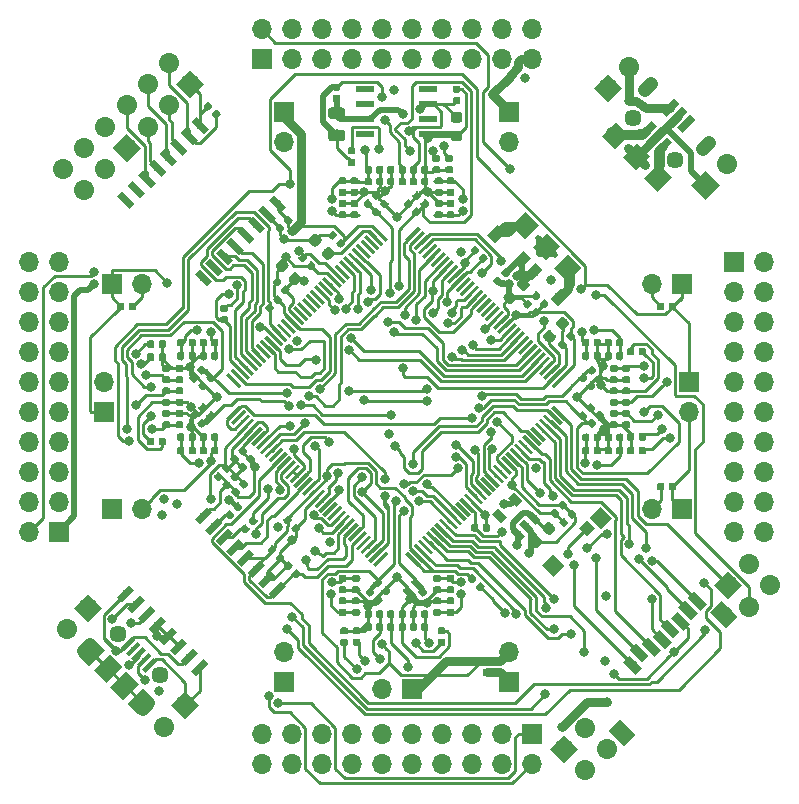
<source format=gbr>
G04 #@! TF.GenerationSoftware,KiCad,Pcbnew,5.0.2-bee76a0~70~ubuntu16.04.1*
G04 #@! TF.CreationDate,2019-08-09T13:45:33+03:00*
G04 #@! TF.ProjectId,FreeEEG32-alpha1.5,46726565-4545-4473-9332-2d616c706861,rev?*
G04 #@! TF.SameCoordinates,Original*
G04 #@! TF.FileFunction,Copper,L4,Bot*
G04 #@! TF.FilePolarity,Positive*
%FSLAX46Y46*%
G04 Gerber Fmt 4.6, Leading zero omitted, Abs format (unit mm)*
G04 Created by KiCad (PCBNEW 5.0.2-bee76a0~70~ubuntu16.04.1) date Пт 09 авг 2019 13:45:33*
%MOMM*%
%LPD*%
G01*
G04 APERTURE LIST*
G04 #@! TA.AperFunction,ComponentPad*
%ADD10O,1.700000X1.700000*%
G04 #@! TD*
G04 #@! TA.AperFunction,ComponentPad*
%ADD11R,1.700000X1.700000*%
G04 #@! TD*
G04 #@! TA.AperFunction,SMDPad,CuDef*
%ADD12C,0.300000*%
G04 #@! TD*
G04 #@! TA.AperFunction,Conductor*
%ADD13C,0.100000*%
G04 #@! TD*
G04 #@! TA.AperFunction,ComponentPad*
%ADD14C,1.700000*%
G04 #@! TD*
G04 #@! TA.AperFunction,Conductor*
%ADD15C,1.700000*%
G04 #@! TD*
G04 #@! TA.AperFunction,SMDPad,CuDef*
%ADD16C,1.600000*%
G04 #@! TD*
G04 #@! TA.AperFunction,SMDPad,CuDef*
%ADD17R,1.550000X0.600000*%
G04 #@! TD*
G04 #@! TA.AperFunction,SMDPad,CuDef*
%ADD18C,0.910000*%
G04 #@! TD*
G04 #@! TA.AperFunction,SMDPad,CuDef*
%ADD19C,0.950000*%
G04 #@! TD*
G04 #@! TA.AperFunction,SMDPad,CuDef*
%ADD20C,0.800000*%
G04 #@! TD*
G04 #@! TA.AperFunction,SMDPad,CuDef*
%ADD21C,1.300000*%
G04 #@! TD*
G04 #@! TA.AperFunction,SMDPad,CuDef*
%ADD22C,1.400000*%
G04 #@! TD*
G04 #@! TA.AperFunction,SMDPad,CuDef*
%ADD23C,1.200000*%
G04 #@! TD*
G04 #@! TA.AperFunction,ComponentPad*
%ADD24C,1.200000*%
G04 #@! TD*
G04 #@! TA.AperFunction,Conductor*
%ADD25C,1.200000*%
G04 #@! TD*
G04 #@! TA.AperFunction,SMDPad,CuDef*
%ADD26C,1.500000*%
G04 #@! TD*
G04 #@! TA.AperFunction,ComponentPad*
%ADD27C,1.450000*%
G04 #@! TD*
G04 #@! TA.AperFunction,SMDPad,CuDef*
%ADD28C,0.400000*%
G04 #@! TD*
G04 #@! TA.AperFunction,SMDPad,CuDef*
%ADD29C,0.875000*%
G04 #@! TD*
G04 #@! TA.AperFunction,SMDPad,CuDef*
%ADD30C,0.600000*%
G04 #@! TD*
G04 #@! TA.AperFunction,SMDPad,CuDef*
%ADD31C,0.590000*%
G04 #@! TD*
G04 #@! TA.AperFunction,SMDPad,CuDef*
%ADD32C,0.650000*%
G04 #@! TD*
G04 #@! TA.AperFunction,SMDPad,CuDef*
%ADD33C,0.975000*%
G04 #@! TD*
G04 #@! TA.AperFunction,ViaPad*
%ADD34C,0.800000*%
G04 #@! TD*
G04 #@! TA.AperFunction,Conductor*
%ADD35C,0.250000*%
G04 #@! TD*
G04 #@! TA.AperFunction,Conductor*
%ADD36C,0.500000*%
G04 #@! TD*
G04 #@! TA.AperFunction,Conductor*
%ADD37C,0.750000*%
G04 #@! TD*
G04 APERTURE END LIST*
D10*
G04 #@! TO.P,J73,2*
G04 #@! TO.N,CRYSTAL_3_OUT*
X-21590000Y9525000D03*
D11*
G04 #@! TO.P,J73,1*
G04 #@! TO.N,ADC1_32_XTAL2_MCLK*
X-24130000Y9525000D03*
G04 #@! TD*
D10*
G04 #@! TO.P,J80,2*
G04 #@! TO.N,ADC1_24_IOVDD*
X9525000Y-21590000D03*
D11*
G04 #@! TO.P,J80,1*
G04 #@! TO.N,CRYSTAL_4_Vin*
X9525000Y-24130000D03*
G04 #@! TD*
D10*
G04 #@! TO.P,J65,2*
G04 #@! TO.N,ADC1_34_SYNC_OUT*
X21590000Y-9525000D03*
D11*
G04 #@! TO.P,J65,1*
G04 #@! TO.N,ADC1_35_SYNC_IN*
X24130000Y-9525000D03*
G04 #@! TD*
D10*
G04 #@! TO.P,J69,2*
G04 #@! TO.N,ADC1_14_MODE1_GPIO1*
X21590000Y9525000D03*
D11*
G04 #@! TO.P,J69,1*
G04 #@! TO.N,ADC1_13_MODE0_GPIO0*
X24130000Y9525000D03*
G04 #@! TD*
D12*
G04 #@! TO.P,U9,144*
G04 #@! TO.N,ACC_12_CS*
X1378858Y-13753227D03*
D13*
G04 #@! TD*
G04 #@! TO.N,ACC_12_CS*
G04 #@! TO.C,U9*
G36*
X724784Y-13311285D02*
X936916Y-13099153D01*
X2032932Y-14195169D01*
X1820800Y-14407301D01*
X724784Y-13311285D01*
X724784Y-13311285D01*
G37*
D12*
G04 #@! TO.P,U9,143*
G04 #@! TO.N,ACC_12_CS*
X1732412Y-13399674D03*
D13*
G04 #@! TD*
G04 #@! TO.N,ACC_12_CS*
G04 #@! TO.C,U9*
G36*
X1078338Y-12957732D02*
X1290470Y-12745600D01*
X2386486Y-13841616D01*
X2174354Y-14053748D01*
X1078338Y-12957732D01*
X1078338Y-12957732D01*
G37*
D12*
G04 #@! TO.P,U9,142*
G04 #@! TO.N,ACC_9_INT2*
X2085965Y-13046120D03*
D13*
G04 #@! TD*
G04 #@! TO.N,ACC_9_INT2*
G04 #@! TO.C,U9*
G36*
X1431891Y-12604178D02*
X1644023Y-12392046D01*
X2740039Y-13488062D01*
X2527907Y-13700194D01*
X1431891Y-12604178D01*
X1431891Y-12604178D01*
G37*
D12*
G04 #@! TO.P,U9,141*
G04 #@! TO.N,/MCU/141_PE0*
X2439518Y-12692567D03*
D13*
G04 #@! TD*
G04 #@! TO.N,/MCU/141_PE0*
G04 #@! TO.C,U9*
G36*
X1785444Y-12250625D02*
X1997576Y-12038493D01*
X3093592Y-13134509D01*
X2881460Y-13346641D01*
X1785444Y-12250625D01*
X1785444Y-12250625D01*
G37*
D12*
G04 #@! TO.P,U9,140*
G04 #@! TO.N,ACC_1_SDO_SAO*
X2793072Y-12339013D03*
D13*
G04 #@! TD*
G04 #@! TO.N,ACC_1_SDO_SAO*
G04 #@! TO.C,U9*
G36*
X2138998Y-11897071D02*
X2351130Y-11684939D01*
X3447146Y-12780955D01*
X3235014Y-12993087D01*
X2138998Y-11897071D01*
X2138998Y-11897071D01*
G37*
D12*
G04 #@! TO.P,U9,139*
G04 #@! TO.N,ACC_4_INT1*
X3146625Y-11985460D03*
D13*
G04 #@! TD*
G04 #@! TO.N,ACC_4_INT1*
G04 #@! TO.C,U9*
G36*
X2492551Y-11543518D02*
X2704683Y-11331386D01*
X3800699Y-12427402D01*
X3588567Y-12639534D01*
X2492551Y-11543518D01*
X2492551Y-11543518D01*
G37*
D12*
G04 #@! TO.P,U9,138*
G04 #@! TO.N,MCU_138_BOOT0*
X3500179Y-11631907D03*
D13*
G04 #@! TD*
G04 #@! TO.N,MCU_138_BOOT0*
G04 #@! TO.C,U9*
G36*
X2846105Y-11189965D02*
X3058237Y-10977833D01*
X4154253Y-12073849D01*
X3942121Y-12285981D01*
X2846105Y-11189965D01*
X2846105Y-11189965D01*
G37*
D12*
G04 #@! TO.P,U9,137*
G04 #@! TO.N,ACC_14_SDA*
X3853732Y-11278353D03*
D13*
G04 #@! TD*
G04 #@! TO.N,ACC_14_SDA*
G04 #@! TO.C,U9*
G36*
X3199658Y-10836411D02*
X3411790Y-10624279D01*
X4507806Y-11720295D01*
X4295674Y-11932427D01*
X3199658Y-10836411D01*
X3199658Y-10836411D01*
G37*
D12*
G04 #@! TO.P,U9,136*
G04 #@! TO.N,ACC_13_SCL*
X4207285Y-10924800D03*
D13*
G04 #@! TD*
G04 #@! TO.N,ACC_13_SCL*
G04 #@! TO.C,U9*
G36*
X3553211Y-10482858D02*
X3765343Y-10270726D01*
X4861359Y-11366742D01*
X4649227Y-11578874D01*
X3553211Y-10482858D01*
X3553211Y-10482858D01*
G37*
D12*
G04 #@! TO.P,U9,135*
G04 #@! TO.N,ADC2_20_DCLK1_SDI*
X4560839Y-10571246D03*
D13*
G04 #@! TD*
G04 #@! TO.N,ADC2_20_DCLK1_SDI*
G04 #@! TO.C,U9*
G36*
X3906765Y-10129304D02*
X4118897Y-9917172D01*
X5214913Y-11013188D01*
X5002781Y-11225320D01*
X3906765Y-10129304D01*
X3906765Y-10129304D01*
G37*
D12*
G04 #@! TO.P,U9,134*
G04 #@! TO.N,ADC2_21_DCLK0_SDO*
X4914392Y-10217693D03*
D13*
G04 #@! TD*
G04 #@! TO.N,ADC2_21_DCLK0_SDO*
G04 #@! TO.C,U9*
G36*
X4260318Y-9775751D02*
X4472450Y-9563619D01*
X5568466Y-10659635D01*
X5356334Y-10871767D01*
X4260318Y-9775751D01*
X4260318Y-9775751D01*
G37*
D12*
G04 #@! TO.P,U9,133*
G04 #@! TO.N,ADC2_19_DCLK2_SCLK*
X5267946Y-9864140D03*
D13*
G04 #@! TD*
G04 #@! TO.N,ADC2_19_DCLK2_SCLK*
G04 #@! TO.C,U9*
G36*
X4613872Y-9422198D02*
X4826004Y-9210066D01*
X5922020Y-10306082D01*
X5709888Y-10518214D01*
X4613872Y-9422198D01*
X4613872Y-9422198D01*
G37*
D12*
G04 #@! TO.P,U9,132*
G04 #@! TO.N,/MCU/132_PG15*
X5621499Y-9510586D03*
D13*
G04 #@! TD*
G04 #@! TO.N,/MCU/132_PG15*
G04 #@! TO.C,U9*
G36*
X4967425Y-9068644D02*
X5179557Y-8856512D01*
X6275573Y-9952528D01*
X6063441Y-10164660D01*
X4967425Y-9068644D01*
X4967425Y-9068644D01*
G37*
D12*
G04 #@! TO.P,U9,131*
G04 #@! TO.N,ACC_12_CS*
X5975052Y-9157033D03*
D13*
G04 #@! TD*
G04 #@! TO.N,ACC_12_CS*
G04 #@! TO.C,U9*
G36*
X5320978Y-8715091D02*
X5533110Y-8502959D01*
X6629126Y-9598975D01*
X6416994Y-9811107D01*
X5320978Y-8715091D01*
X5320978Y-8715091D01*
G37*
D12*
G04 #@! TO.P,U9,130*
G04 #@! TO.N,ACC_6_GND*
X6328606Y-8803479D03*
D13*
G04 #@! TD*
G04 #@! TO.N,ACC_6_GND*
G04 #@! TO.C,U9*
G36*
X5674532Y-8361537D02*
X5886664Y-8149405D01*
X6982680Y-9245421D01*
X6770548Y-9457553D01*
X5674532Y-8361537D01*
X5674532Y-8361537D01*
G37*
D12*
G04 #@! TO.P,U9,129*
G04 #@! TO.N,ADC1_20_DCLK1_SDI*
X6682159Y-8449926D03*
D13*
G04 #@! TD*
G04 #@! TO.N,ADC1_20_DCLK1_SDI*
G04 #@! TO.C,U9*
G36*
X6028085Y-8007984D02*
X6240217Y-7795852D01*
X7336233Y-8891868D01*
X7124101Y-9104000D01*
X6028085Y-8007984D01*
X6028085Y-8007984D01*
G37*
D12*
G04 #@! TO.P,U9,128*
G04 #@! TO.N,ADC1_19_DCLK2_SCLK*
X7035712Y-8096373D03*
D13*
G04 #@! TD*
G04 #@! TO.N,ADC1_19_DCLK2_SCLK*
G04 #@! TO.C,U9*
G36*
X6381638Y-7654431D02*
X6593770Y-7442299D01*
X7689786Y-8538315D01*
X7477654Y-8750447D01*
X6381638Y-7654431D01*
X6381638Y-7654431D01*
G37*
D12*
G04 #@! TO.P,U9,127*
G04 #@! TO.N,ADC1_21_DCLK0_SDO*
X7389266Y-7742819D03*
D13*
G04 #@! TD*
G04 #@! TO.N,ADC1_21_DCLK0_SDO*
G04 #@! TO.C,U9*
G36*
X6735192Y-7300877D02*
X6947324Y-7088745D01*
X8043340Y-8184761D01*
X7831208Y-8396893D01*
X6735192Y-7300877D01*
X6735192Y-7300877D01*
G37*
D12*
G04 #@! TO.P,U9,126*
G04 #@! TO.N,/MCU/126_PG11*
X7742819Y-7389266D03*
D13*
G04 #@! TD*
G04 #@! TO.N,/MCU/126_PG11*
G04 #@! TO.C,U9*
G36*
X7088745Y-6947324D02*
X7300877Y-6735192D01*
X8396893Y-7831208D01*
X8184761Y-8043340D01*
X7088745Y-6947324D01*
X7088745Y-6947324D01*
G37*
D12*
G04 #@! TO.P,U9,125*
G04 #@! TO.N,ADC1_28_DOUT0*
X8096373Y-7035712D03*
D13*
G04 #@! TD*
G04 #@! TO.N,ADC1_28_DOUT0*
G04 #@! TO.C,U9*
G36*
X7442299Y-6593770D02*
X7654431Y-6381638D01*
X8750447Y-7477654D01*
X8538315Y-7689786D01*
X7442299Y-6593770D01*
X7442299Y-6593770D01*
G37*
D12*
G04 #@! TO.P,U9,124*
G04 #@! TO.N,ADC1_30_DRDY*
X8449926Y-6682159D03*
D13*
G04 #@! TD*
G04 #@! TO.N,ADC1_30_DRDY*
G04 #@! TO.C,U9*
G36*
X7795852Y-6240217D02*
X8007984Y-6028085D01*
X9104000Y-7124101D01*
X8891868Y-7336233D01*
X7795852Y-6240217D01*
X7795852Y-6240217D01*
G37*
D12*
G04 #@! TO.P,U9,123*
G04 #@! TO.N,/MCU/123_PD7*
X8803479Y-6328606D03*
D13*
G04 #@! TD*
G04 #@! TO.N,/MCU/123_PD7*
G04 #@! TO.C,U9*
G36*
X8149405Y-5886664D02*
X8361537Y-5674532D01*
X9457553Y-6770548D01*
X9245421Y-6982680D01*
X8149405Y-5886664D01*
X8149405Y-5886664D01*
G37*
D12*
G04 #@! TO.P,U9,122*
G04 #@! TO.N,ADC1_27_DOUT1*
X9157033Y-5975052D03*
D13*
G04 #@! TD*
G04 #@! TO.N,ADC1_27_DOUT1*
G04 #@! TO.C,U9*
G36*
X8502959Y-5533110D02*
X8715091Y-5320978D01*
X9811107Y-6416994D01*
X9598975Y-6629126D01*
X8502959Y-5533110D01*
X8502959Y-5533110D01*
G37*
D12*
G04 #@! TO.P,U9,121*
G04 #@! TO.N,ACC_12_CS*
X9510586Y-5621499D03*
D13*
G04 #@! TD*
G04 #@! TO.N,ACC_12_CS*
G04 #@! TO.C,U9*
G36*
X8856512Y-5179557D02*
X9068644Y-4967425D01*
X10164660Y-6063441D01*
X9952528Y-6275573D01*
X8856512Y-5179557D01*
X8856512Y-5179557D01*
G37*
D12*
G04 #@! TO.P,U9,120*
G04 #@! TO.N,ACC_6_GND*
X9864140Y-5267946D03*
D13*
G04 #@! TD*
G04 #@! TO.N,ACC_6_GND*
G04 #@! TO.C,U9*
G36*
X9210066Y-4826004D02*
X9422198Y-4613872D01*
X10518214Y-5709888D01*
X10306082Y-5922020D01*
X9210066Y-4826004D01*
X9210066Y-4826004D01*
G37*
D12*
G04 #@! TO.P,U9,119*
G04 #@! TO.N,ADC1_36_RESET*
X10217693Y-4914392D03*
D13*
G04 #@! TD*
G04 #@! TO.N,ADC1_36_RESET*
G04 #@! TO.C,U9*
G36*
X9563619Y-4472450D02*
X9775751Y-4260318D01*
X10871767Y-5356334D01*
X10659635Y-5568466D01*
X9563619Y-4472450D01*
X9563619Y-4472450D01*
G37*
D12*
G04 #@! TO.P,U9,118*
G04 #@! TO.N,ADC1_33_START*
X10571246Y-4560839D03*
D13*
G04 #@! TD*
G04 #@! TO.N,ADC1_33_START*
G04 #@! TO.C,U9*
G36*
X9917172Y-4118897D02*
X10129304Y-3906765D01*
X11225320Y-5002781D01*
X11013188Y-5214913D01*
X9917172Y-4118897D01*
X9917172Y-4118897D01*
G37*
D12*
G04 #@! TO.P,U9,117*
G04 #@! TO.N,/MCU/117_PD3*
X10924800Y-4207285D03*
D13*
G04 #@! TD*
G04 #@! TO.N,/MCU/117_PD3*
G04 #@! TO.C,U9*
G36*
X10270726Y-3765343D02*
X10482858Y-3553211D01*
X11578874Y-4649227D01*
X11366742Y-4861359D01*
X10270726Y-3765343D01*
X10270726Y-3765343D01*
G37*
D12*
G04 #@! TO.P,U9,116*
G04 #@! TO.N,MCU_116_PD2_SDMMC1_CMD*
X11278353Y-3853732D03*
D13*
G04 #@! TD*
G04 #@! TO.N,MCU_116_PD2_SDMMC1_CMD*
G04 #@! TO.C,U9*
G36*
X10624279Y-3411790D02*
X10836411Y-3199658D01*
X11932427Y-4295674D01*
X11720295Y-4507806D01*
X10624279Y-3411790D01*
X10624279Y-3411790D01*
G37*
D12*
G04 #@! TO.P,U9,115*
G04 #@! TO.N,ADC3_27_DOUT1*
X11631907Y-3500179D03*
D13*
G04 #@! TD*
G04 #@! TO.N,ADC3_27_DOUT1*
G04 #@! TO.C,U9*
G36*
X10977833Y-3058237D02*
X11189965Y-2846105D01*
X12285981Y-3942121D01*
X12073849Y-4154253D01*
X10977833Y-3058237D01*
X10977833Y-3058237D01*
G37*
D12*
G04 #@! TO.P,U9,114*
G04 #@! TO.N,/MCU/114_PD0*
X11985460Y-3146625D03*
D13*
G04 #@! TD*
G04 #@! TO.N,/MCU/114_PD0*
G04 #@! TO.C,U9*
G36*
X11331386Y-2704683D02*
X11543518Y-2492551D01*
X12639534Y-3588567D01*
X12427402Y-3800699D01*
X11331386Y-2704683D01*
X11331386Y-2704683D01*
G37*
D12*
G04 #@! TO.P,U9,113*
G04 #@! TO.N,MCU_113_PC12_SDMMC1_CK*
X12339013Y-2793072D03*
D13*
G04 #@! TD*
G04 #@! TO.N,MCU_113_PC12_SDMMC1_CK*
G04 #@! TO.C,U9*
G36*
X11684939Y-2351130D02*
X11897071Y-2138998D01*
X12993087Y-3235014D01*
X12780955Y-3447146D01*
X11684939Y-2351130D01*
X11684939Y-2351130D01*
G37*
D12*
G04 #@! TO.P,U9,112*
G04 #@! TO.N,MCU_112_PC11_SDMMC1_D3*
X12692567Y-2439518D03*
D13*
G04 #@! TD*
G04 #@! TO.N,MCU_112_PC11_SDMMC1_D3*
G04 #@! TO.C,U9*
G36*
X12038493Y-1997576D02*
X12250625Y-1785444D01*
X13346641Y-2881460D01*
X13134509Y-3093592D01*
X12038493Y-1997576D01*
X12038493Y-1997576D01*
G37*
D12*
G04 #@! TO.P,U9,111*
G04 #@! TO.N,MCU_111_PC10_SDMMC1_D2*
X13046120Y-2085965D03*
D13*
G04 #@! TD*
G04 #@! TO.N,MCU_111_PC10_SDMMC1_D2*
G04 #@! TO.C,U9*
G36*
X12392046Y-1644023D02*
X12604178Y-1431891D01*
X13700194Y-2527907D01*
X13488062Y-2740039D01*
X12392046Y-1644023D01*
X12392046Y-1644023D01*
G37*
D12*
G04 #@! TO.P,U9,110*
G04 #@! TO.N,ADC2_18_ALERT_CS*
X13399674Y-1732412D03*
D13*
G04 #@! TD*
G04 #@! TO.N,ADC2_18_ALERT_CS*
G04 #@! TO.C,U9*
G36*
X12745600Y-1290470D02*
X12957732Y-1078338D01*
X14053748Y-2174354D01*
X13841616Y-2386486D01*
X12745600Y-1290470D01*
X12745600Y-1290470D01*
G37*
D12*
G04 #@! TO.P,U9,109*
G04 #@! TO.N,MCU_109_PA14_SYS_JTCK-SWCLK*
X13753227Y-1378858D03*
D13*
G04 #@! TD*
G04 #@! TO.N,MCU_109_PA14_SYS_JTCK-SWCLK*
G04 #@! TO.C,U9*
G36*
X13099153Y-936916D02*
X13311285Y-724784D01*
X14407301Y-1820800D01*
X14195169Y-2032932D01*
X13099153Y-936916D01*
X13099153Y-936916D01*
G37*
D12*
G04 #@! TO.P,U9,108*
G04 #@! TO.N,ACC_12_CS*
X13753227Y1378858D03*
D13*
G04 #@! TD*
G04 #@! TO.N,ACC_12_CS*
G04 #@! TO.C,U9*
G36*
X13311285Y724784D02*
X13099153Y936916D01*
X14195169Y2032932D01*
X14407301Y1820800D01*
X13311285Y724784D01*
X13311285Y724784D01*
G37*
D12*
G04 #@! TO.P,U9,107*
G04 #@! TO.N,ACC_6_GND*
X13399674Y1732412D03*
D13*
G04 #@! TD*
G04 #@! TO.N,ACC_6_GND*
G04 #@! TO.C,U9*
G36*
X12957732Y1078338D02*
X12745600Y1290470D01*
X13841616Y2386486D01*
X14053748Y2174354D01*
X12957732Y1078338D01*
X12957732Y1078338D01*
G37*
D12*
G04 #@! TO.P,U9,106*
G04 #@! TO.N,/MCU/106_VCAP_2*
X13046120Y2085965D03*
D13*
G04 #@! TD*
G04 #@! TO.N,/MCU/106_VCAP_2*
G04 #@! TO.C,U9*
G36*
X12604178Y1431891D02*
X12392046Y1644023D01*
X13488062Y2740039D01*
X13700194Y2527907D01*
X12604178Y1431891D01*
X12604178Y1431891D01*
G37*
D12*
G04 #@! TO.P,U9,105*
G04 #@! TO.N,MCU_105_PA13_SYS_JTMS-SWDIO*
X12692567Y2439518D03*
D13*
G04 #@! TD*
G04 #@! TO.N,MCU_105_PA13_SYS_JTMS-SWDIO*
G04 #@! TO.C,U9*
G36*
X12250625Y1785444D02*
X12038493Y1997576D01*
X13134509Y3093592D01*
X13346641Y2881460D01*
X12250625Y1785444D01*
X12250625Y1785444D01*
G37*
D12*
G04 #@! TO.P,U9,104*
G04 #@! TO.N,ISO_UART_3_INA*
X12339013Y2793072D03*
D13*
G04 #@! TD*
G04 #@! TO.N,ISO_UART_3_INA*
G04 #@! TO.C,U9*
G36*
X11897071Y2138998D02*
X11684939Y2351130D01*
X12780955Y3447146D01*
X12993087Y3235014D01*
X11897071Y2138998D01*
X11897071Y2138998D01*
G37*
D12*
G04 #@! TO.P,U9,103*
G04 #@! TO.N,ISO_UART_5_OUTC*
X11985460Y3146625D03*
D13*
G04 #@! TD*
G04 #@! TO.N,ISO_UART_5_OUTC*
G04 #@! TO.C,U9*
G36*
X11543518Y2492551D02*
X11331386Y2704683D01*
X12427402Y3800699D01*
X12639534Y3588567D01*
X11543518Y2492551D01*
X11543518Y2492551D01*
G37*
D12*
G04 #@! TO.P,U9,102*
G04 #@! TO.N,ISO_UART_6_OUTD*
X11631907Y3500179D03*
D13*
G04 #@! TD*
G04 #@! TO.N,ISO_UART_6_OUTD*
G04 #@! TO.C,U9*
G36*
X11189965Y2846105D02*
X10977833Y3058237D01*
X12073849Y4154253D01*
X12285981Y3942121D01*
X11189965Y2846105D01*
X11189965Y2846105D01*
G37*
D12*
G04 #@! TO.P,U9,101*
G04 #@! TO.N,ISO_UART_4_INB*
X11278353Y3853732D03*
D13*
G04 #@! TD*
G04 #@! TO.N,ISO_UART_4_INB*
G04 #@! TO.C,U9*
G36*
X10836411Y3199658D02*
X10624279Y3411790D01*
X11720295Y4507806D01*
X11932427Y4295674D01*
X10836411Y3199658D01*
X10836411Y3199658D01*
G37*
D12*
G04 #@! TO.P,U9,100*
G04 #@! TO.N,/MCU/100_PA8*
X10924800Y4207285D03*
D13*
G04 #@! TD*
G04 #@! TO.N,/MCU/100_PA8*
G04 #@! TO.C,U9*
G36*
X10482858Y3553211D02*
X10270726Y3765343D01*
X11366742Y4861359D01*
X11578874Y4649227D01*
X10482858Y3553211D01*
X10482858Y3553211D01*
G37*
D12*
G04 #@! TO.P,U9,99*
G04 #@! TO.N,MCU_99_PC9_SDMMC1_D1*
X10571246Y4560839D03*
D13*
G04 #@! TD*
G04 #@! TO.N,MCU_99_PC9_SDMMC1_D1*
G04 #@! TO.C,U9*
G36*
X10129304Y3906765D02*
X9917172Y4118897D01*
X11013188Y5214913D01*
X11225320Y5002781D01*
X10129304Y3906765D01*
X10129304Y3906765D01*
G37*
D12*
G04 #@! TO.P,U9,98*
G04 #@! TO.N,MCU_98_PC8_SDMMC1_D0*
X10217693Y4914392D03*
D13*
G04 #@! TD*
G04 #@! TO.N,MCU_98_PC8_SDMMC1_D0*
G04 #@! TO.C,U9*
G36*
X9775751Y4260318D02*
X9563619Y4472450D01*
X10659635Y5568466D01*
X10871767Y5356334D01*
X9775751Y4260318D01*
X9775751Y4260318D01*
G37*
D12*
G04 #@! TO.P,U9,97*
G04 #@! TO.N,MCU_97_PC7_SDMMC1_DETECT*
X9864140Y5267946D03*
D13*
G04 #@! TD*
G04 #@! TO.N,MCU_97_PC7_SDMMC1_DETECT*
G04 #@! TO.C,U9*
G36*
X9422198Y4613872D02*
X9210066Y4826004D01*
X10306082Y5922020D01*
X10518214Y5709888D01*
X9422198Y4613872D01*
X9422198Y4613872D01*
G37*
D12*
G04 #@! TO.P,U9,96*
G04 #@! TO.N,ADC1_30_DRDY*
X9510586Y5621499D03*
D13*
G04 #@! TD*
G04 #@! TO.N,ADC1_30_DRDY*
G04 #@! TO.C,U9*
G36*
X9068644Y4967425D02*
X8856512Y5179557D01*
X9952528Y6275573D01*
X10164660Y6063441D01*
X9068644Y4967425D01*
X9068644Y4967425D01*
G37*
D12*
G04 #@! TO.P,U9,95*
G04 #@! TO.N,ACC_12_CS*
X9157033Y5975052D03*
D13*
G04 #@! TD*
G04 #@! TO.N,ACC_12_CS*
G04 #@! TO.C,U9*
G36*
X8715091Y5320978D02*
X8502959Y5533110D01*
X9598975Y6629126D01*
X9811107Y6416994D01*
X8715091Y5320978D01*
X8715091Y5320978D01*
G37*
D12*
G04 #@! TO.P,U9,94*
G04 #@! TO.N,ACC_6_GND*
X8803479Y6328606D03*
D13*
G04 #@! TD*
G04 #@! TO.N,ACC_6_GND*
G04 #@! TO.C,U9*
G36*
X8361537Y5674532D02*
X8149405Y5886664D01*
X9245421Y6982680D01*
X9457553Y6770548D01*
X8361537Y5674532D01*
X8361537Y5674532D01*
G37*
D12*
G04 #@! TO.P,U9,93*
G04 #@! TO.N,ADC1_18_ALERT_CS*
X8449926Y6682159D03*
D13*
G04 #@! TD*
G04 #@! TO.N,ADC1_18_ALERT_CS*
G04 #@! TO.C,U9*
G36*
X8007984Y6028085D02*
X7795852Y6240217D01*
X8891868Y7336233D01*
X9104000Y7124101D01*
X8007984Y6028085D01*
X8007984Y6028085D01*
G37*
D12*
G04 #@! TO.P,U9,92*
G04 #@! TO.N,/MCU/92_PG7*
X8096373Y7035712D03*
D13*
G04 #@! TD*
G04 #@! TO.N,/MCU/92_PG7*
G04 #@! TO.C,U9*
G36*
X7654431Y6381638D02*
X7442299Y6593770D01*
X8538315Y7689786D01*
X8750447Y7477654D01*
X7654431Y6381638D01*
X7654431Y6381638D01*
G37*
D12*
G04 #@! TO.P,U9,91*
G04 #@! TO.N,/MCU/91_PG6*
X7742819Y7389266D03*
D13*
G04 #@! TD*
G04 #@! TO.N,/MCU/91_PG6*
G04 #@! TO.C,U9*
G36*
X7300877Y6735192D02*
X7088745Y6947324D01*
X8184761Y8043340D01*
X8396893Y7831208D01*
X7300877Y6735192D01*
X7300877Y6735192D01*
G37*
D12*
G04 #@! TO.P,U9,90*
G04 #@! TO.N,/MCU/90_PG5*
X7389266Y7742819D03*
D13*
G04 #@! TD*
G04 #@! TO.N,/MCU/90_PG5*
G04 #@! TO.C,U9*
G36*
X6947324Y7088745D02*
X6735192Y7300877D01*
X7831208Y8396893D01*
X8043340Y8184761D01*
X6947324Y7088745D01*
X6947324Y7088745D01*
G37*
D12*
G04 #@! TO.P,U9,89*
G04 #@! TO.N,ADC4_30_DRDY*
X7035712Y8096373D03*
D13*
G04 #@! TD*
G04 #@! TO.N,ADC4_30_DRDY*
G04 #@! TO.C,U9*
G36*
X6593770Y7442299D02*
X6381638Y7654431D01*
X7477654Y8750447D01*
X7689786Y8538315D01*
X6593770Y7442299D01*
X6593770Y7442299D01*
G37*
D12*
G04 #@! TO.P,U9,88*
G04 #@! TO.N,ADC4_36_RESET*
X6682159Y8449926D03*
D13*
G04 #@! TD*
G04 #@! TO.N,ADC4_36_RESET*
G04 #@! TO.C,U9*
G36*
X6240217Y7795852D02*
X6028085Y8007984D01*
X7124101Y9104000D01*
X7336233Y8891868D01*
X6240217Y7795852D01*
X6240217Y7795852D01*
G37*
D12*
G04 #@! TO.P,U9,87*
G04 #@! TO.N,ADC4_33_START*
X6328606Y8803479D03*
D13*
G04 #@! TD*
G04 #@! TO.N,ADC4_33_START*
G04 #@! TO.C,U9*
G36*
X5886664Y8149405D02*
X5674532Y8361537D01*
X6770548Y9457553D01*
X6982680Y9245421D01*
X5886664Y8149405D01*
X5886664Y8149405D01*
G37*
D12*
G04 #@! TO.P,U9,86*
G04 #@! TO.N,/MCU/86_PD15*
X5975052Y9157033D03*
D13*
G04 #@! TD*
G04 #@! TO.N,/MCU/86_PD15*
G04 #@! TO.C,U9*
G36*
X5533110Y8502959D02*
X5320978Y8715091D01*
X6416994Y9811107D01*
X6629126Y9598975D01*
X5533110Y8502959D01*
X5533110Y8502959D01*
G37*
D12*
G04 #@! TO.P,U9,85*
G04 #@! TO.N,/MCU/85_PD14*
X5621499Y9510586D03*
D13*
G04 #@! TD*
G04 #@! TO.N,/MCU/85_PD14*
G04 #@! TO.C,U9*
G36*
X5179557Y8856512D02*
X4967425Y9068644D01*
X6063441Y10164660D01*
X6275573Y9952528D01*
X5179557Y8856512D01*
X5179557Y8856512D01*
G37*
D12*
G04 #@! TO.P,U9,84*
G04 #@! TO.N,ACC_12_CS*
X5267946Y9864140D03*
D13*
G04 #@! TD*
G04 #@! TO.N,ACC_12_CS*
G04 #@! TO.C,U9*
G36*
X4826004Y9210066D02*
X4613872Y9422198D01*
X5709888Y10518214D01*
X5922020Y10306082D01*
X4826004Y9210066D01*
X4826004Y9210066D01*
G37*
D12*
G04 #@! TO.P,U9,83*
G04 #@! TO.N,ACC_6_GND*
X4914392Y10217693D03*
D13*
G04 #@! TD*
G04 #@! TO.N,ACC_6_GND*
G04 #@! TO.C,U9*
G36*
X4472450Y9563619D02*
X4260318Y9775751D01*
X5356334Y10871767D01*
X5568466Y10659635D01*
X4472450Y9563619D01*
X4472450Y9563619D01*
G37*
D12*
G04 #@! TO.P,U9,82*
G04 #@! TO.N,ADC4_29_DCLK*
X4560839Y10571246D03*
D13*
G04 #@! TD*
G04 #@! TO.N,ADC4_29_DCLK*
G04 #@! TO.C,U9*
G36*
X4118897Y9917172D02*
X3906765Y10129304D01*
X5002781Y11225320D01*
X5214913Y11013188D01*
X4118897Y9917172D01*
X4118897Y9917172D01*
G37*
D12*
G04 #@! TO.P,U9,81*
G04 #@! TO.N,ADC4_30_DRDY*
X4207285Y10924800D03*
D13*
G04 #@! TD*
G04 #@! TO.N,ADC4_30_DRDY*
G04 #@! TO.C,U9*
G36*
X3765343Y10270726D02*
X3553211Y10482858D01*
X4649227Y11578874D01*
X4861359Y11366742D01*
X3765343Y10270726D01*
X3765343Y10270726D01*
G37*
D12*
G04 #@! TO.P,U9,80*
G04 #@! TO.N,ADC4_28_DOUT0*
X3853732Y11278353D03*
D13*
G04 #@! TD*
G04 #@! TO.N,ADC4_28_DOUT0*
G04 #@! TO.C,U9*
G36*
X3411790Y10624279D02*
X3199658Y10836411D01*
X4295674Y11932427D01*
X4507806Y11720295D01*
X3411790Y10624279D01*
X3411790Y10624279D01*
G37*
D12*
G04 #@! TO.P,U9,79*
G04 #@! TO.N,/MCU/79_PD10*
X3500179Y11631907D03*
D13*
G04 #@! TD*
G04 #@! TO.N,/MCU/79_PD10*
G04 #@! TO.C,U9*
G36*
X3058237Y10977833D02*
X2846105Y11189965D01*
X3942121Y12285981D01*
X4154253Y12073849D01*
X3058237Y10977833D01*
X3058237Y10977833D01*
G37*
D12*
G04 #@! TO.P,U9,78*
G04 #@! TO.N,ADC4_27_DOUT1*
X3146625Y11985460D03*
D13*
G04 #@! TD*
G04 #@! TO.N,ADC4_27_DOUT1*
G04 #@! TO.C,U9*
G36*
X2704683Y11331386D02*
X2492551Y11543518D01*
X3588567Y12639534D01*
X3800699Y12427402D01*
X2704683Y11331386D01*
X2704683Y11331386D01*
G37*
D12*
G04 #@! TO.P,U9,77*
G04 #@! TO.N,/MCU/77_PD8*
X2793072Y12339013D03*
D13*
G04 #@! TD*
G04 #@! TO.N,/MCU/77_PD8*
G04 #@! TO.C,U9*
G36*
X2351130Y11684939D02*
X2138998Y11897071D01*
X3235014Y12993087D01*
X3447146Y12780955D01*
X2351130Y11684939D01*
X2351130Y11684939D01*
G37*
D12*
G04 #@! TO.P,U9,76*
G04 #@! TO.N,ISO_USB_10_DD+*
X2439518Y12692567D03*
D13*
G04 #@! TD*
G04 #@! TO.N,ISO_USB_10_DD+*
G04 #@! TO.C,U9*
G36*
X1997576Y12038493D02*
X1785444Y12250625D01*
X2881460Y13346641D01*
X3093592Y13134509D01*
X1997576Y12038493D01*
X1997576Y12038493D01*
G37*
D12*
G04 #@! TO.P,U9,75*
G04 #@! TO.N,ISO_USB_11_DD\2013*
X2085965Y13046120D03*
D13*
G04 #@! TD*
G04 #@! TO.N,ISO_USB_11_DD\2013*
G04 #@! TO.C,U9*
G36*
X1644023Y12392046D02*
X1431891Y12604178D01*
X2527907Y13700194D01*
X2740039Y13488062D01*
X1644023Y12392046D01*
X1644023Y12392046D01*
G37*
D12*
G04 #@! TO.P,U9,74*
G04 #@! TO.N,ADC3_19_DCLK2_SCLK*
X1732412Y13399674D03*
D13*
G04 #@! TD*
G04 #@! TO.N,ADC3_19_DCLK2_SCLK*
G04 #@! TO.C,U9*
G36*
X1290470Y12745600D02*
X1078338Y12957732D01*
X2174354Y14053748D01*
X2386486Y13841616D01*
X1290470Y12745600D01*
X1290470Y12745600D01*
G37*
D12*
G04 #@! TO.P,U9,73*
G04 #@! TO.N,ADC3_18_ALERT_CS*
X1378858Y13753227D03*
D13*
G04 #@! TD*
G04 #@! TO.N,ADC3_18_ALERT_CS*
G04 #@! TO.C,U9*
G36*
X936916Y13099153D02*
X724784Y13311285D01*
X1820800Y14407301D01*
X2032932Y14195169D01*
X936916Y13099153D01*
X936916Y13099153D01*
G37*
D12*
G04 #@! TO.P,U9,72*
G04 #@! TO.N,ACC_12_CS*
X-1378858Y13753227D03*
D13*
G04 #@! TD*
G04 #@! TO.N,ACC_12_CS*
G04 #@! TO.C,U9*
G36*
X-2032932Y14195169D02*
X-1820800Y14407301D01*
X-724784Y13311285D01*
X-936916Y13099153D01*
X-2032932Y14195169D01*
X-2032932Y14195169D01*
G37*
D12*
G04 #@! TO.P,U9,71*
G04 #@! TO.N,/MCU/71_VCAP_1*
X-1732412Y13399674D03*
D13*
G04 #@! TD*
G04 #@! TO.N,/MCU/71_VCAP_1*
G04 #@! TO.C,U9*
G36*
X-2386486Y13841616D02*
X-2174354Y14053748D01*
X-1078338Y12957732D01*
X-1290470Y12745600D01*
X-2386486Y13841616D01*
X-2386486Y13841616D01*
G37*
D12*
G04 #@! TO.P,U9,70*
G04 #@! TO.N,/MCU/70_PB11*
X-2085965Y13046120D03*
D13*
G04 #@! TD*
G04 #@! TO.N,/MCU/70_PB11*
G04 #@! TO.C,U9*
G36*
X-2740039Y13488062D02*
X-2527907Y13700194D01*
X-1431891Y12604178D01*
X-1644023Y12392046D01*
X-2740039Y13488062D01*
X-2740039Y13488062D01*
G37*
D12*
G04 #@! TO.P,U9,69*
G04 #@! TO.N,/MCU/69_PB10*
X-2439518Y12692567D03*
D13*
G04 #@! TD*
G04 #@! TO.N,/MCU/69_PB10*
G04 #@! TO.C,U9*
G36*
X-3093592Y13134509D02*
X-2881460Y13346641D01*
X-1785444Y12250625D01*
X-1997576Y12038493D01*
X-3093592Y13134509D01*
X-3093592Y13134509D01*
G37*
D12*
G04 #@! TO.P,U9,68*
G04 #@! TO.N,/MCU/68_PE15*
X-2793072Y12339013D03*
D13*
G04 #@! TD*
G04 #@! TO.N,/MCU/68_PE15*
G04 #@! TO.C,U9*
G36*
X-3447146Y12780955D02*
X-3235014Y12993087D01*
X-2138998Y11897071D01*
X-2351130Y11684939D01*
X-3447146Y12780955D01*
X-3447146Y12780955D01*
G37*
D12*
G04 #@! TO.P,U9,67*
G04 #@! TO.N,ADC4_20_DCLK1_SDI*
X-3146625Y11985460D03*
D13*
G04 #@! TD*
G04 #@! TO.N,ADC4_20_DCLK1_SDI*
G04 #@! TO.C,U9*
G36*
X-3800699Y12427402D02*
X-3588567Y12639534D01*
X-2492551Y11543518D01*
X-2704683Y11331386D01*
X-3800699Y12427402D01*
X-3800699Y12427402D01*
G37*
D12*
G04 #@! TO.P,U9,66*
G04 #@! TO.N,ADC4_21_DCLK0_SDO*
X-3500179Y11631907D03*
D13*
G04 #@! TD*
G04 #@! TO.N,ADC4_21_DCLK0_SDO*
G04 #@! TO.C,U9*
G36*
X-4154253Y12073849D02*
X-3942121Y12285981D01*
X-2846105Y11189965D01*
X-3058237Y10977833D01*
X-4154253Y12073849D01*
X-4154253Y12073849D01*
G37*
D12*
G04 #@! TO.P,U9,65*
G04 #@! TO.N,ADC4_19_DCLK2_SCLK*
X-3853732Y11278353D03*
D13*
G04 #@! TD*
G04 #@! TO.N,ADC4_19_DCLK2_SCLK*
G04 #@! TO.C,U9*
G36*
X-4507806Y11720295D02*
X-4295674Y11932427D01*
X-3199658Y10836411D01*
X-3411790Y10624279D01*
X-4507806Y11720295D01*
X-4507806Y11720295D01*
G37*
D12*
G04 #@! TO.P,U9,64*
G04 #@! TO.N,ADC4_18_ALERT_CS*
X-4207285Y10924800D03*
D13*
G04 #@! TD*
G04 #@! TO.N,ADC4_18_ALERT_CS*
G04 #@! TO.C,U9*
G36*
X-4861359Y11366742D02*
X-4649227Y11578874D01*
X-3553211Y10482858D01*
X-3765343Y10270726D01*
X-4861359Y11366742D01*
X-4861359Y11366742D01*
G37*
D12*
G04 #@! TO.P,U9,63*
G04 #@! TO.N,/MCU/63_PE10*
X-4560839Y10571246D03*
D13*
G04 #@! TD*
G04 #@! TO.N,/MCU/63_PE10*
G04 #@! TO.C,U9*
G36*
X-5214913Y11013188D02*
X-5002781Y11225320D01*
X-3906765Y10129304D01*
X-4118897Y9917172D01*
X-5214913Y11013188D01*
X-5214913Y11013188D01*
G37*
D12*
G04 #@! TO.P,U9,62*
G04 #@! TO.N,ACC_12_CS*
X-4914392Y10217693D03*
D13*
G04 #@! TD*
G04 #@! TO.N,ACC_12_CS*
G04 #@! TO.C,U9*
G36*
X-5568466Y10659635D02*
X-5356334Y10871767D01*
X-4260318Y9775751D01*
X-4472450Y9563619D01*
X-5568466Y10659635D01*
X-5568466Y10659635D01*
G37*
D12*
G04 #@! TO.P,U9,61*
G04 #@! TO.N,ACC_6_GND*
X-5267946Y9864140D03*
D13*
G04 #@! TD*
G04 #@! TO.N,ACC_6_GND*
G04 #@! TO.C,U9*
G36*
X-5922020Y10306082D02*
X-5709888Y10518214D01*
X-4613872Y9422198D01*
X-4826004Y9210066D01*
X-5922020Y10306082D01*
X-5922020Y10306082D01*
G37*
D12*
G04 #@! TO.P,U9,60*
G04 #@! TO.N,ADC4_30_DRDY*
X-5621499Y9510586D03*
D13*
G04 #@! TD*
G04 #@! TO.N,ADC4_30_DRDY*
G04 #@! TO.C,U9*
G36*
X-6275573Y9952528D02*
X-6063441Y10164660D01*
X-4967425Y9068644D01*
X-5179557Y8856512D01*
X-6275573Y9952528D01*
X-6275573Y9952528D01*
G37*
D12*
G04 #@! TO.P,U9,59*
G04 #@! TO.N,/MCU/59_PE8*
X-5975052Y9157033D03*
D13*
G04 #@! TD*
G04 #@! TO.N,/MCU/59_PE8*
G04 #@! TO.C,U9*
G36*
X-6629126Y9598975D02*
X-6416994Y9811107D01*
X-5320978Y8715091D01*
X-5533110Y8502959D01*
X-6629126Y9598975D01*
X-6629126Y9598975D01*
G37*
D12*
G04 #@! TO.P,U9,58*
G04 #@! TO.N,ADC4_29_DCLK*
X-6328606Y8803479D03*
D13*
G04 #@! TD*
G04 #@! TO.N,ADC4_29_DCLK*
G04 #@! TO.C,U9*
G36*
X-6982680Y9245421D02*
X-6770548Y9457553D01*
X-5674532Y8361537D01*
X-5886664Y8149405D01*
X-6982680Y9245421D01*
X-6982680Y9245421D01*
G37*
D12*
G04 #@! TO.P,U9,57*
G04 #@! TO.N,/MCU/57_PG1*
X-6682159Y8449926D03*
D13*
G04 #@! TD*
G04 #@! TO.N,/MCU/57_PG1*
G04 #@! TO.C,U9*
G36*
X-7336233Y8891868D02*
X-7124101Y9104000D01*
X-6028085Y8007984D01*
X-6240217Y7795852D01*
X-7336233Y8891868D01*
X-7336233Y8891868D01*
G37*
D12*
G04 #@! TO.P,U9,56*
G04 #@! TO.N,/MCU/56_PG0*
X-7035712Y8096373D03*
D13*
G04 #@! TD*
G04 #@! TO.N,/MCU/56_PG0*
G04 #@! TO.C,U9*
G36*
X-7689786Y8538315D02*
X-7477654Y8750447D01*
X-6381638Y7654431D01*
X-6593770Y7442299D01*
X-7689786Y8538315D01*
X-7689786Y8538315D01*
G37*
D12*
G04 #@! TO.P,U9,55*
G04 #@! TO.N,/MCU/55_PF15*
X-7389266Y7742819D03*
D13*
G04 #@! TD*
G04 #@! TO.N,/MCU/55_PF15*
G04 #@! TO.C,U9*
G36*
X-8043340Y8184761D02*
X-7831208Y8396893D01*
X-6735192Y7300877D01*
X-6947324Y7088745D01*
X-8043340Y8184761D01*
X-8043340Y8184761D01*
G37*
D12*
G04 #@! TO.P,U9,54*
G04 #@! TO.N,/MCU/54_PF14*
X-7742819Y7389266D03*
D13*
G04 #@! TD*
G04 #@! TO.N,/MCU/54_PF14*
G04 #@! TO.C,U9*
G36*
X-8396893Y7831208D02*
X-8184761Y8043340D01*
X-7088745Y6947324D01*
X-7300877Y6735192D01*
X-8396893Y7831208D01*
X-8396893Y7831208D01*
G37*
D12*
G04 #@! TO.P,U9,53*
G04 #@! TO.N,/MCU/53_PF13*
X-8096373Y7035712D03*
D13*
G04 #@! TD*
G04 #@! TO.N,/MCU/53_PF13*
G04 #@! TO.C,U9*
G36*
X-8750447Y7477654D02*
X-8538315Y7689786D01*
X-7442299Y6593770D01*
X-7654431Y6381638D01*
X-8750447Y7477654D01*
X-8750447Y7477654D01*
G37*
D12*
G04 #@! TO.P,U9,52*
G04 #@! TO.N,ACC_12_CS*
X-8449926Y6682159D03*
D13*
G04 #@! TD*
G04 #@! TO.N,ACC_12_CS*
G04 #@! TO.C,U9*
G36*
X-9104000Y7124101D02*
X-8891868Y7336233D01*
X-7795852Y6240217D01*
X-8007984Y6028085D01*
X-9104000Y7124101D01*
X-9104000Y7124101D01*
G37*
D12*
G04 #@! TO.P,U9,51*
G04 #@! TO.N,ACC_6_GND*
X-8803479Y6328606D03*
D13*
G04 #@! TD*
G04 #@! TO.N,ACC_6_GND*
G04 #@! TO.C,U9*
G36*
X-9457553Y6770548D02*
X-9245421Y6982680D01*
X-8149405Y5886664D01*
X-8361537Y5674532D01*
X-9457553Y6770548D01*
X-9457553Y6770548D01*
G37*
D12*
G04 #@! TO.P,U9,50*
G04 #@! TO.N,/MCU/50_PF12*
X-9157033Y5975052D03*
D13*
G04 #@! TD*
G04 #@! TO.N,/MCU/50_PF12*
G04 #@! TO.C,U9*
G36*
X-9811107Y6416994D02*
X-9598975Y6629126D01*
X-8502959Y5533110D01*
X-8715091Y5320978D01*
X-9811107Y6416994D01*
X-9811107Y6416994D01*
G37*
D12*
G04 #@! TO.P,U9,49*
G04 #@! TO.N,/MCU/49_PF11*
X-9510586Y5621499D03*
D13*
G04 #@! TD*
G04 #@! TO.N,/MCU/49_PF11*
G04 #@! TO.C,U9*
G36*
X-10164660Y6063441D02*
X-9952528Y6275573D01*
X-8856512Y5179557D01*
X-9068644Y4967425D01*
X-10164660Y6063441D01*
X-10164660Y6063441D01*
G37*
D12*
G04 #@! TO.P,U9,48*
G04 #@! TO.N,MCU_48_PB2_BOOT1*
X-9864140Y5267946D03*
D13*
G04 #@! TD*
G04 #@! TO.N,MCU_48_PB2_BOOT1*
G04 #@! TO.C,U9*
G36*
X-10518214Y5709888D02*
X-10306082Y5922020D01*
X-9210066Y4826004D01*
X-9422198Y4613872D01*
X-10518214Y5709888D01*
X-10518214Y5709888D01*
G37*
D12*
G04 #@! TO.P,U9,47*
G04 #@! TO.N,ADC3_36_RESET*
X-10217693Y4914392D03*
D13*
G04 #@! TD*
G04 #@! TO.N,ADC3_36_RESET*
G04 #@! TO.C,U9*
G36*
X-10871767Y5356334D02*
X-10659635Y5568466D01*
X-9563619Y4472450D01*
X-9775751Y4260318D01*
X-10871767Y5356334D01*
X-10871767Y5356334D01*
G37*
D12*
G04 #@! TO.P,U9,46*
G04 #@! TO.N,ADC1_30_DRDY*
X-10571246Y4560839D03*
D13*
G04 #@! TD*
G04 #@! TO.N,ADC1_30_DRDY*
G04 #@! TO.C,U9*
G36*
X-11225320Y5002781D02*
X-11013188Y5214913D01*
X-9917172Y4118897D01*
X-10129304Y3906765D01*
X-11225320Y5002781D01*
X-11225320Y5002781D01*
G37*
D12*
G04 #@! TO.P,U9,45*
G04 #@! TO.N,ADC3_33_START*
X-10924800Y4207285D03*
D13*
G04 #@! TD*
G04 #@! TO.N,ADC3_33_START*
G04 #@! TO.C,U9*
G36*
X-11578874Y4649227D02*
X-11366742Y4861359D01*
X-10270726Y3765343D01*
X-10482858Y3553211D01*
X-11578874Y4649227D01*
X-11578874Y4649227D01*
G37*
D12*
G04 #@! TO.P,U9,44*
G04 #@! TO.N,/MCU/44_PC4*
X-11278353Y3853732D03*
D13*
G04 #@! TD*
G04 #@! TO.N,/MCU/44_PC4*
G04 #@! TO.C,U9*
G36*
X-11932427Y4295674D02*
X-11720295Y4507806D01*
X-10624279Y3411790D01*
X-10836411Y3199658D01*
X-11932427Y4295674D01*
X-11932427Y4295674D01*
G37*
D12*
G04 #@! TO.P,U9,43*
G04 #@! TO.N,ISO_SPI_5_INC*
X-11631907Y3500179D03*
D13*
G04 #@! TD*
G04 #@! TO.N,ISO_SPI_5_INC*
G04 #@! TO.C,U9*
G36*
X-12285981Y3942121D02*
X-12073849Y4154253D01*
X-10977833Y3058237D01*
X-11189965Y2846105D01*
X-12285981Y3942121D01*
X-12285981Y3942121D01*
G37*
D12*
G04 #@! TO.P,U9,42*
G04 #@! TO.N,ISO_SPI_6_OUTD*
X-11985460Y3146625D03*
D13*
G04 #@! TD*
G04 #@! TO.N,ISO_SPI_6_OUTD*
G04 #@! TO.C,U9*
G36*
X-12639534Y3588567D02*
X-12427402Y3800699D01*
X-11331386Y2704683D01*
X-11543518Y2492551D01*
X-12639534Y3588567D01*
X-12639534Y3588567D01*
G37*
D12*
G04 #@! TO.P,U9,41*
G04 #@! TO.N,ISO_SPI_4_INB*
X-12339013Y2793072D03*
D13*
G04 #@! TD*
G04 #@! TO.N,ISO_SPI_4_INB*
G04 #@! TO.C,U9*
G36*
X-12993087Y3235014D02*
X-12780955Y3447146D01*
X-11684939Y2351130D01*
X-11897071Y2138998D01*
X-12993087Y3235014D01*
X-12993087Y3235014D01*
G37*
D12*
G04 #@! TO.P,U9,40*
G04 #@! TO.N,ISO_SPI_3_INA*
X-12692567Y2439518D03*
D13*
G04 #@! TD*
G04 #@! TO.N,ISO_SPI_3_INA*
G04 #@! TO.C,U9*
G36*
X-13346641Y2881460D02*
X-13134509Y3093592D01*
X-12038493Y1997576D01*
X-12250625Y1785444D01*
X-13346641Y2881460D01*
X-13346641Y2881460D01*
G37*
D12*
G04 #@! TO.P,U9,39*
G04 #@! TO.N,ACC_12_CS*
X-13046120Y2085965D03*
D13*
G04 #@! TD*
G04 #@! TO.N,ACC_12_CS*
G04 #@! TO.C,U9*
G36*
X-13700194Y2527907D02*
X-13488062Y2740039D01*
X-12392046Y1644023D01*
X-12604178Y1431891D01*
X-13700194Y2527907D01*
X-13700194Y2527907D01*
G37*
D12*
G04 #@! TO.P,U9,38*
G04 #@! TO.N,ACC_6_GND*
X-13399674Y1732412D03*
D13*
G04 #@! TD*
G04 #@! TO.N,ACC_6_GND*
G04 #@! TO.C,U9*
G36*
X-14053748Y2174354D02*
X-13841616Y2386486D01*
X-12745600Y1290470D01*
X-12957732Y1078338D01*
X-14053748Y2174354D01*
X-14053748Y2174354D01*
G37*
D12*
G04 #@! TO.P,U9,37*
G04 #@! TO.N,/MCU/37_PA3*
X-13753227Y1378858D03*
D13*
G04 #@! TD*
G04 #@! TO.N,/MCU/37_PA3*
G04 #@! TO.C,U9*
G36*
X-14407301Y1820800D02*
X-14195169Y2032932D01*
X-13099153Y936916D01*
X-13311285Y724784D01*
X-14407301Y1820800D01*
X-14407301Y1820800D01*
G37*
D12*
G04 #@! TO.P,U9,36*
G04 #@! TO.N,ADC1_29_DCLK*
X-13753227Y-1378858D03*
D13*
G04 #@! TD*
G04 #@! TO.N,ADC1_29_DCLK*
G04 #@! TO.C,U9*
G36*
X-14195169Y-2032932D02*
X-14407301Y-1820800D01*
X-13311285Y-724784D01*
X-13099153Y-936916D01*
X-14195169Y-2032932D01*
X-14195169Y-2032932D01*
G37*
D12*
G04 #@! TO.P,U9,35*
G04 #@! TO.N,/MCU/35_PA1*
X-13399674Y-1732412D03*
D13*
G04 #@! TD*
G04 #@! TO.N,/MCU/35_PA1*
G04 #@! TO.C,U9*
G36*
X-13841616Y-2386486D02*
X-14053748Y-2174354D01*
X-12957732Y-1078338D01*
X-12745600Y-1290470D01*
X-13841616Y-2386486D01*
X-13841616Y-2386486D01*
G37*
D12*
G04 #@! TO.P,U9,34*
G04 #@! TO.N,ADC1_29_DCLK*
X-13046120Y-2085965D03*
D13*
G04 #@! TD*
G04 #@! TO.N,ADC1_29_DCLK*
G04 #@! TO.C,U9*
G36*
X-13488062Y-2740039D02*
X-13700194Y-2527907D01*
X-12604178Y-1431891D01*
X-12392046Y-1644023D01*
X-13488062Y-2740039D01*
X-13488062Y-2740039D01*
G37*
D12*
G04 #@! TO.P,U9,33*
G04 #@! TO.N,ACC_12_CS*
X-12692567Y-2439518D03*
D13*
G04 #@! TD*
G04 #@! TO.N,ACC_12_CS*
G04 #@! TO.C,U9*
G36*
X-13134509Y-3093592D02*
X-13346641Y-2881460D01*
X-12250625Y-1785444D01*
X-12038493Y-1997576D01*
X-13134509Y-3093592D01*
X-13134509Y-3093592D01*
G37*
D12*
G04 #@! TO.P,U9,32*
G04 #@! TO.N,ACC_12_CS*
X-12339013Y-2793072D03*
D13*
G04 #@! TD*
G04 #@! TO.N,ACC_12_CS*
G04 #@! TO.C,U9*
G36*
X-12780955Y-3447146D02*
X-12993087Y-3235014D01*
X-11897071Y-2138998D01*
X-11684939Y-2351130D01*
X-12780955Y-3447146D01*
X-12780955Y-3447146D01*
G37*
D12*
G04 #@! TO.P,U9,31*
G04 #@! TO.N,ACC_6_GND*
X-11985460Y-3146625D03*
D13*
G04 #@! TD*
G04 #@! TO.N,ACC_6_GND*
G04 #@! TO.C,U9*
G36*
X-12427402Y-3800699D02*
X-12639534Y-3588567D01*
X-11543518Y-2492551D01*
X-11331386Y-2704683D01*
X-12427402Y-3800699D01*
X-12427402Y-3800699D01*
G37*
D12*
G04 #@! TO.P,U9,30*
G04 #@! TO.N,ACC_12_CS*
X-11631907Y-3500179D03*
D13*
G04 #@! TD*
G04 #@! TO.N,ACC_12_CS*
G04 #@! TO.C,U9*
G36*
X-12073849Y-4154253D02*
X-12285981Y-3942121D01*
X-11189965Y-2846105D01*
X-10977833Y-3058237D01*
X-12073849Y-4154253D01*
X-12073849Y-4154253D01*
G37*
D12*
G04 #@! TO.P,U9,29*
G04 #@! TO.N,ADC3_20_DCLK1_SDI*
X-11278353Y-3853732D03*
D13*
G04 #@! TD*
G04 #@! TO.N,ADC3_20_DCLK1_SDI*
G04 #@! TO.C,U9*
G36*
X-11720295Y-4507806D02*
X-11932427Y-4295674D01*
X-10836411Y-3199658D01*
X-10624279Y-3411790D01*
X-11720295Y-4507806D01*
X-11720295Y-4507806D01*
G37*
D12*
G04 #@! TO.P,U9,28*
G04 #@! TO.N,ADC3_21_DCLK0_SDO*
X-10924800Y-4207285D03*
D13*
G04 #@! TD*
G04 #@! TO.N,ADC3_21_DCLK0_SDO*
G04 #@! TO.C,U9*
G36*
X-11366742Y-4861359D02*
X-11578874Y-4649227D01*
X-10482858Y-3553211D01*
X-10270726Y-3765343D01*
X-11366742Y-4861359D01*
X-11366742Y-4861359D01*
G37*
D12*
G04 #@! TO.P,U9,27*
G04 #@! TO.N,ADC2_28_DOUT0*
X-10571246Y-4560839D03*
D13*
G04 #@! TD*
G04 #@! TO.N,ADC2_28_DOUT0*
G04 #@! TO.C,U9*
G36*
X-11013188Y-5214913D02*
X-11225320Y-5002781D01*
X-10129304Y-3906765D01*
X-9917172Y-4118897D01*
X-11013188Y-5214913D01*
X-11013188Y-5214913D01*
G37*
D12*
G04 #@! TO.P,U9,26*
G04 #@! TO.N,/MCU/26_PC0*
X-10217693Y-4914392D03*
D13*
G04 #@! TD*
G04 #@! TO.N,/MCU/26_PC0*
G04 #@! TO.C,U9*
G36*
X-10659635Y-5568466D02*
X-10871767Y-5356334D01*
X-9775751Y-4260318D01*
X-9563619Y-4472450D01*
X-10659635Y-5568466D01*
X-10659635Y-5568466D01*
G37*
D12*
G04 #@! TO.P,U9,25*
G04 #@! TO.N,MCU_25_NRST*
X-9864140Y-5267946D03*
D13*
G04 #@! TD*
G04 #@! TO.N,MCU_25_NRST*
G04 #@! TO.C,U9*
G36*
X-10306082Y-5922020D02*
X-10518214Y-5709888D01*
X-9422198Y-4613872D01*
X-9210066Y-4826004D01*
X-10306082Y-5922020D01*
X-10306082Y-5922020D01*
G37*
D12*
G04 #@! TO.P,U9,24*
G04 #@! TO.N,/MCU/24_PH1*
X-9510586Y-5621499D03*
D13*
G04 #@! TD*
G04 #@! TO.N,/MCU/24_PH1*
G04 #@! TO.C,U9*
G36*
X-9952528Y-6275573D02*
X-10164660Y-6063441D01*
X-9068644Y-4967425D01*
X-8856512Y-5179557D01*
X-9952528Y-6275573D01*
X-9952528Y-6275573D01*
G37*
D12*
G04 #@! TO.P,U9,23*
G04 #@! TO.N,/MCU/23_PH0*
X-9157033Y-5975052D03*
D13*
G04 #@! TD*
G04 #@! TO.N,/MCU/23_PH0*
G04 #@! TO.C,U9*
G36*
X-9598975Y-6629126D02*
X-9811107Y-6416994D01*
X-8715091Y-5320978D01*
X-8502959Y-5533110D01*
X-9598975Y-6629126D01*
X-9598975Y-6629126D01*
G37*
D12*
G04 #@! TO.P,U9,22*
G04 #@! TO.N,ADC3_30_DRDY*
X-8803479Y-6328606D03*
D13*
G04 #@! TD*
G04 #@! TO.N,ADC3_30_DRDY*
G04 #@! TO.C,U9*
G36*
X-9245421Y-6982680D02*
X-9457553Y-6770548D01*
X-8361537Y-5674532D01*
X-8149405Y-5886664D01*
X-9245421Y-6982680D01*
X-9245421Y-6982680D01*
G37*
D12*
G04 #@! TO.P,U9,21*
G04 #@! TO.N,ADC3_30_DRDY*
X-8449926Y-6682159D03*
D13*
G04 #@! TD*
G04 #@! TO.N,ADC3_30_DRDY*
G04 #@! TO.C,U9*
G36*
X-8891868Y-7336233D02*
X-9104000Y-7124101D01*
X-8007984Y-6028085D01*
X-7795852Y-6240217D01*
X-8891868Y-7336233D01*
X-8891868Y-7336233D01*
G37*
D12*
G04 #@! TO.P,U9,20*
G04 #@! TO.N,ADC3_29_DCLK*
X-8096373Y-7035712D03*
D13*
G04 #@! TD*
G04 #@! TO.N,ADC3_29_DCLK*
G04 #@! TO.C,U9*
G36*
X-8538315Y-7689786D02*
X-8750447Y-7477654D01*
X-7654431Y-6381638D01*
X-7442299Y-6593770D01*
X-8538315Y-7689786D01*
X-8538315Y-7689786D01*
G37*
D12*
G04 #@! TO.P,U9,19*
G04 #@! TO.N,ISO_USB_12_PIN*
X-7742819Y-7389266D03*
D13*
G04 #@! TD*
G04 #@! TO.N,ISO_USB_12_PIN*
G04 #@! TO.C,U9*
G36*
X-8184761Y-8043340D02*
X-8396893Y-7831208D01*
X-7300877Y-6735192D01*
X-7088745Y-6947324D01*
X-8184761Y-8043340D01*
X-8184761Y-8043340D01*
G37*
D12*
G04 #@! TO.P,U9,18*
G04 #@! TO.N,ADC3_28_DOUT0*
X-7389266Y-7742819D03*
D13*
G04 #@! TD*
G04 #@! TO.N,ADC3_28_DOUT0*
G04 #@! TO.C,U9*
G36*
X-7831208Y-8396893D02*
X-8043340Y-8184761D01*
X-6947324Y-7088745D01*
X-6735192Y-7300877D01*
X-7831208Y-8396893D01*
X-7831208Y-8396893D01*
G37*
D12*
G04 #@! TO.P,U9,17*
G04 #@! TO.N,ACC_12_CS*
X-7035712Y-8096373D03*
D13*
G04 #@! TD*
G04 #@! TO.N,ACC_12_CS*
G04 #@! TO.C,U9*
G36*
X-7477654Y-8750447D02*
X-7689786Y-8538315D01*
X-6593770Y-7442299D01*
X-6381638Y-7654431D01*
X-7477654Y-8750447D01*
X-7477654Y-8750447D01*
G37*
D12*
G04 #@! TO.P,U9,16*
G04 #@! TO.N,ACC_6_GND*
X-6682159Y-8449926D03*
D13*
G04 #@! TD*
G04 #@! TO.N,ACC_6_GND*
G04 #@! TO.C,U9*
G36*
X-7124101Y-9104000D02*
X-7336233Y-8891868D01*
X-6240217Y-7795852D01*
X-6028085Y-8007984D01*
X-7124101Y-9104000D01*
X-7124101Y-9104000D01*
G37*
D12*
G04 #@! TO.P,U9,15*
G04 #@! TO.N,ADC2_36_RESET*
X-6328606Y-8803479D03*
D13*
G04 #@! TD*
G04 #@! TO.N,ADC2_36_RESET*
G04 #@! TO.C,U9*
G36*
X-6770548Y-9457553D02*
X-6982680Y-9245421D01*
X-5886664Y-8149405D01*
X-5674532Y-8361537D01*
X-6770548Y-9457553D01*
X-6770548Y-9457553D01*
G37*
D12*
G04 #@! TO.P,U9,14*
G04 #@! TO.N,ADC2_33_START*
X-5975052Y-9157033D03*
D13*
G04 #@! TD*
G04 #@! TO.N,ADC2_33_START*
G04 #@! TO.C,U9*
G36*
X-6416994Y-9811107D02*
X-6629126Y-9598975D01*
X-5533110Y-8502959D01*
X-5320978Y-8715091D01*
X-6416994Y-9811107D01*
X-6416994Y-9811107D01*
G37*
D12*
G04 #@! TO.P,U9,13*
G04 #@! TO.N,/MCU/13_PF3*
X-5621499Y-9510586D03*
D13*
G04 #@! TD*
G04 #@! TO.N,/MCU/13_PF3*
G04 #@! TO.C,U9*
G36*
X-6063441Y-10164660D02*
X-6275573Y-9952528D01*
X-5179557Y-8856512D01*
X-4967425Y-9068644D01*
X-6063441Y-10164660D01*
X-6063441Y-10164660D01*
G37*
D12*
G04 #@! TO.P,U9,12*
G04 #@! TO.N,/MCU/12_PF2*
X-5267946Y-9864140D03*
D13*
G04 #@! TD*
G04 #@! TO.N,/MCU/12_PF2*
G04 #@! TO.C,U9*
G36*
X-5709888Y-10518214D02*
X-5922020Y-10306082D01*
X-4826004Y-9210066D01*
X-4613872Y-9422198D01*
X-5709888Y-10518214D01*
X-5709888Y-10518214D01*
G37*
D12*
G04 #@! TO.P,U9,11*
G04 #@! TO.N,MCU_11_PF1_I2C2_SCL*
X-4914392Y-10217693D03*
D13*
G04 #@! TD*
G04 #@! TO.N,MCU_11_PF1_I2C2_SCL*
G04 #@! TO.C,U9*
G36*
X-5356334Y-10871767D02*
X-5568466Y-10659635D01*
X-4472450Y-9563619D01*
X-4260318Y-9775751D01*
X-5356334Y-10871767D01*
X-5356334Y-10871767D01*
G37*
D12*
G04 #@! TO.P,U9,10*
G04 #@! TO.N,MCU_10_PF0_I2C2_SDA*
X-4560839Y-10571246D03*
D13*
G04 #@! TD*
G04 #@! TO.N,MCU_10_PF0_I2C2_SDA*
G04 #@! TO.C,U9*
G36*
X-5002781Y-11225320D02*
X-5214913Y-11013188D01*
X-4118897Y-9917172D01*
X-3906765Y-10129304D01*
X-5002781Y-11225320D01*
X-5002781Y-11225320D01*
G37*
D12*
G04 #@! TO.P,U9,9*
G04 #@! TO.N,/MCU/9_PC15*
X-4207285Y-10924800D03*
D13*
G04 #@! TD*
G04 #@! TO.N,/MCU/9_PC15*
G04 #@! TO.C,U9*
G36*
X-4649227Y-11578874D02*
X-4861359Y-11366742D01*
X-3765343Y-10270726D01*
X-3553211Y-10482858D01*
X-4649227Y-11578874D01*
X-4649227Y-11578874D01*
G37*
D12*
G04 #@! TO.P,U9,8*
G04 #@! TO.N,/MCU/8_PC14*
X-3853732Y-11278353D03*
D13*
G04 #@! TD*
G04 #@! TO.N,/MCU/8_PC14*
G04 #@! TO.C,U9*
G36*
X-4295674Y-11932427D02*
X-4507806Y-11720295D01*
X-3411790Y-10624279D01*
X-3199658Y-10836411D01*
X-4295674Y-11932427D01*
X-4295674Y-11932427D01*
G37*
D12*
G04 #@! TO.P,U9,7*
G04 #@! TO.N,ADC2_30_DRDY*
X-3500179Y-11631907D03*
D13*
G04 #@! TD*
G04 #@! TO.N,ADC2_30_DRDY*
G04 #@! TO.C,U9*
G36*
X-3942121Y-12285981D02*
X-4154253Y-12073849D01*
X-3058237Y-10977833D01*
X-2846105Y-11189965D01*
X-3942121Y-12285981D01*
X-3942121Y-12285981D01*
G37*
D12*
G04 #@! TO.P,U9,6*
G04 #@! TO.N,ACC_12_CS*
X-3146625Y-11985460D03*
D13*
G04 #@! TD*
G04 #@! TO.N,ACC_12_CS*
G04 #@! TO.C,U9*
G36*
X-3588567Y-12639534D02*
X-3800699Y-12427402D01*
X-2704683Y-11331386D01*
X-2492551Y-11543518D01*
X-3588567Y-12639534D01*
X-3588567Y-12639534D01*
G37*
D12*
G04 #@! TO.P,U9,5*
G04 #@! TO.N,/MCU/5_PE6*
X-2793072Y-12339013D03*
D13*
G04 #@! TD*
G04 #@! TO.N,/MCU/5_PE6*
G04 #@! TO.C,U9*
G36*
X-3235014Y-12993087D02*
X-3447146Y-12780955D01*
X-2351130Y-11684939D01*
X-2138998Y-11897071D01*
X-3235014Y-12993087D01*
X-3235014Y-12993087D01*
G37*
D12*
G04 #@! TO.P,U9,4*
G04 #@! TO.N,ADC2_29_DCLK*
X-2439518Y-12692567D03*
D13*
G04 #@! TD*
G04 #@! TO.N,ADC2_29_DCLK*
G04 #@! TO.C,U9*
G36*
X-2881460Y-13346641D02*
X-3093592Y-13134509D01*
X-1997576Y-12038493D01*
X-1785444Y-12250625D01*
X-2881460Y-13346641D01*
X-2881460Y-13346641D01*
G37*
D12*
G04 #@! TO.P,U9,3*
G04 #@! TO.N,ADC2_30_DRDY*
X-2085965Y-13046120D03*
D13*
G04 #@! TD*
G04 #@! TO.N,ADC2_30_DRDY*
G04 #@! TO.C,U9*
G36*
X-2527907Y-13700194D02*
X-2740039Y-13488062D01*
X-1644023Y-12392046D01*
X-1431891Y-12604178D01*
X-2527907Y-13700194D01*
X-2527907Y-13700194D01*
G37*
D12*
G04 #@! TO.P,U9,2*
G04 #@! TO.N,ADC2_27_DOUT1*
X-1732412Y-13399674D03*
D13*
G04 #@! TD*
G04 #@! TO.N,ADC2_27_DOUT1*
G04 #@! TO.C,U9*
G36*
X-2174354Y-14053748D02*
X-2386486Y-13841616D01*
X-1290470Y-12745600D01*
X-1078338Y-12957732D01*
X-2174354Y-14053748D01*
X-2174354Y-14053748D01*
G37*
D12*
G04 #@! TO.P,U9,1*
G04 #@! TO.N,/MCU/1_PE2*
X-1378858Y-13753227D03*
D13*
G04 #@! TD*
G04 #@! TO.N,/MCU/1_PE2*
G04 #@! TO.C,U9*
G36*
X-1820800Y-14407301D02*
X-2032932Y-14195169D01*
X-936916Y-13099153D01*
X-724784Y-13311285D01*
X-1820800Y-14407301D01*
X-1820800Y-14407301D01*
G37*
D14*
G04 #@! TO.P,J57,6*
G04 #@! TO.N,ISO_SPI_11_IND*
X-22860000Y24656051D03*
D15*
G04 #@! TD*
G04 #@! TO.N,ISO_SPI_11_IND*
G04 #@! TO.C,J57*
X-22860000Y24656051D02*
X-22860000Y24656051D01*
D14*
G04 #@! TO.P,J57,5*
G04 #@! TO.N,ISO_SPI_12_OUTC*
X-21063948Y22860000D03*
D15*
G04 #@! TD*
G04 #@! TO.N,ISO_SPI_12_OUTC*
G04 #@! TO.C,J57*
X-21063948Y22860000D02*
X-21063948Y22860000D01*
D14*
G04 #@! TO.P,J57,4*
G04 #@! TO.N,ISO_SPI_13_OUTB*
X-21063948Y26452102D03*
D15*
G04 #@! TD*
G04 #@! TO.N,ISO_SPI_13_OUTB*
G04 #@! TO.C,J57*
X-21063948Y26452102D02*
X-21063948Y26452102D01*
D14*
G04 #@! TO.P,J57,3*
G04 #@! TO.N,ISO_SPI_14_OUTA*
X-19267897Y24656051D03*
D15*
G04 #@! TD*
G04 #@! TO.N,ISO_SPI_14_OUTA*
G04 #@! TO.C,J57*
X-19267897Y24656051D02*
X-19267897Y24656051D01*
D14*
G04 #@! TO.P,J57,2*
G04 #@! TO.N,ISO_SPI_15_GND2*
X-19267897Y28248153D03*
D15*
G04 #@! TD*
G04 #@! TO.N,ISO_SPI_15_GND2*
G04 #@! TO.C,J57*
X-19267897Y28248153D02*
X-19267897Y28248153D01*
D14*
G04 #@! TO.P,J57,1*
G04 #@! TO.N,ISO_SPI_16_VCC2*
X-17471846Y26452102D03*
D13*
G04 #@! TD*
G04 #@! TO.N,ISO_SPI_16_VCC2*
G04 #@! TO.C,J57*
G36*
X-18673928Y26452102D02*
X-17471846Y27654184D01*
X-16269764Y26452102D01*
X-17471846Y25250020D01*
X-18673928Y26452102D01*
X-18673928Y26452102D01*
G37*
D14*
G04 #@! TO.P,J82,4*
G04 #@! TO.N,MCU_25_NRST*
X31641051Y-15983949D03*
D15*
G04 #@! TD*
G04 #@! TO.N,MCU_25_NRST*
G04 #@! TO.C,J82*
X31641051Y-15983949D02*
X31641051Y-15983949D01*
D14*
G04 #@! TO.P,J82,3*
G04 #@! TO.N,MCU_48_PB2_BOOT1*
X29845000Y-14187898D03*
D15*
G04 #@! TD*
G04 #@! TO.N,MCU_48_PB2_BOOT1*
G04 #@! TO.C,J82*
X29845000Y-14187898D02*
X29845000Y-14187898D01*
D14*
G04 #@! TO.P,J82,2*
G04 #@! TO.N,MCU_105_PA13_SYS_JTMS-SWDIO*
X29845000Y-17780000D03*
D15*
G04 #@! TD*
G04 #@! TO.N,MCU_105_PA13_SYS_JTMS-SWDIO*
G04 #@! TO.C,J82*
X29845000Y-17780000D02*
X29845000Y-17780000D01*
D14*
G04 #@! TO.P,J82,1*
G04 #@! TO.N,MCU_109_PA14_SYS_JTCK-SWCLK*
X28048949Y-15983949D03*
D13*
G04 #@! TD*
G04 #@! TO.N,MCU_109_PA14_SYS_JTCK-SWCLK*
G04 #@! TO.C,J82*
G36*
X29251031Y-15983949D02*
X28048949Y-17186031D01*
X26846867Y-15983949D01*
X28048949Y-14781867D01*
X29251031Y-15983949D01*
X29251031Y-15983949D01*
G37*
D14*
G04 #@! TO.P,J63,2*
G04 #@! TO.N,ISO_USB_2_GND1*
X-19685000Y-27940000D03*
D15*
G04 #@! TD*
G04 #@! TO.N,ISO_USB_2_GND1*
G04 #@! TO.C,J63*
X-19685000Y-27940000D02*
X-19685000Y-27940000D01*
D14*
G04 #@! TO.P,J63,1*
G04 #@! TO.N,ISO_USB_1_VBUS1*
X-17888949Y-26143949D03*
D13*
G04 #@! TD*
G04 #@! TO.N,ISO_USB_1_VBUS1*
G04 #@! TO.C,J63*
G36*
X-17888949Y-27346031D02*
X-19091031Y-26143949D01*
X-17888949Y-24941867D01*
X-16686867Y-26143949D01*
X-17888949Y-27346031D01*
X-17888949Y-27346031D01*
G37*
D14*
G04 #@! TO.P,J64,2*
G04 #@! TO.N,ISO_USB_6_UD\2013*
X-27940000Y-19685000D03*
D15*
G04 #@! TD*
G04 #@! TO.N,ISO_USB_6_UD\2013*
G04 #@! TO.C,J64*
X-27940000Y-19685000D02*
X-27940000Y-19685000D01*
D14*
G04 #@! TO.P,J64,1*
G04 #@! TO.N,ISO_USB_7_UD+*
X-26143949Y-17888949D03*
D13*
G04 #@! TD*
G04 #@! TO.N,ISO_USB_7_UD+*
G04 #@! TO.C,J64*
G36*
X-26143949Y-19091031D02*
X-27346031Y-17888949D01*
X-26143949Y-16686867D01*
X-24941867Y-17888949D01*
X-26143949Y-19091031D01*
X-26143949Y-19091031D01*
G37*
D14*
G04 #@! TO.P,J62,1*
G04 #@! TO.N,POWER_2_VCC*
X26143949Y17888949D03*
D13*
G04 #@! TD*
G04 #@! TO.N,POWER_2_VCC*
G04 #@! TO.C,J62*
G36*
X26143949Y19091031D02*
X27346031Y17888949D01*
X26143949Y16686867D01*
X24941867Y17888949D01*
X26143949Y19091031D01*
X26143949Y19091031D01*
G37*
D14*
G04 #@! TO.P,J62,2*
G04 #@! TO.N,POWER_1_GND*
X27940000Y19685000D03*
D15*
G04 #@! TD*
G04 #@! TO.N,POWER_1_GND*
G04 #@! TO.C,J62*
X27940000Y19685000D02*
X27940000Y19685000D01*
D14*
G04 #@! TO.P,J61,2*
G04 #@! TO.N,POWER_1_GND*
X19685000Y27940000D03*
D15*
G04 #@! TD*
G04 #@! TO.N,POWER_1_GND*
G04 #@! TO.C,J61*
X19685000Y27940000D02*
X19685000Y27940000D01*
D14*
G04 #@! TO.P,J61,1*
G04 #@! TO.N,POWER_2_VCC*
X17888949Y26143949D03*
D13*
G04 #@! TD*
G04 #@! TO.N,POWER_2_VCC*
G04 #@! TO.C,J61*
G36*
X17888949Y27346031D02*
X19091031Y26143949D01*
X17888949Y24941867D01*
X16686867Y26143949D01*
X17888949Y27346031D01*
X17888949Y27346031D01*
G37*
D14*
G04 #@! TO.P,J58,6*
G04 #@! TO.N,ISO_UART_15_GND2*
X-28248154Y19267898D03*
D15*
G04 #@! TD*
G04 #@! TO.N,ISO_UART_15_GND2*
G04 #@! TO.C,J58*
X-28248154Y19267898D02*
X-28248154Y19267898D01*
D14*
G04 #@! TO.P,J58,5*
G04 #@! TO.N,ISO_UART_16_VCC2*
X-26452102Y17471847D03*
D15*
G04 #@! TD*
G04 #@! TO.N,ISO_UART_16_VCC2*
G04 #@! TO.C,J58*
X-26452102Y17471847D02*
X-26452102Y17471847D01*
D14*
G04 #@! TO.P,J58,4*
G04 #@! TO.N,ISO_UART_13_OUTB*
X-26452102Y21063949D03*
D15*
G04 #@! TD*
G04 #@! TO.N,ISO_UART_13_OUTB*
G04 #@! TO.C,J58*
X-26452102Y21063949D02*
X-26452102Y21063949D01*
D14*
G04 #@! TO.P,J58,3*
G04 #@! TO.N,ISO_UART_14_OUTA*
X-24656051Y19267898D03*
D15*
G04 #@! TD*
G04 #@! TO.N,ISO_UART_14_OUTA*
G04 #@! TO.C,J58*
X-24656051Y19267898D02*
X-24656051Y19267898D01*
D14*
G04 #@! TO.P,J58,2*
G04 #@! TO.N,ISO_UART_11_IND*
X-24656051Y22860000D03*
D15*
G04 #@! TD*
G04 #@! TO.N,ISO_UART_11_IND*
G04 #@! TO.C,J58*
X-24656051Y22860000D02*
X-24656051Y22860000D01*
D14*
G04 #@! TO.P,J58,1*
G04 #@! TO.N,ISO_UART_12_INC*
X-22860000Y21063949D03*
D13*
G04 #@! TD*
G04 #@! TO.N,ISO_UART_12_INC*
G04 #@! TO.C,J58*
G36*
X-24062082Y21063949D02*
X-22860000Y22266031D01*
X-21657918Y21063949D01*
X-22860000Y19861867D01*
X-24062082Y21063949D01*
X-24062082Y21063949D01*
G37*
D16*
G04 #@! TO.P,T1,7*
G04 #@! TO.N,ACC_6_GND*
X12691623Y12691623D03*
D13*
G04 #@! TD*
G04 #@! TO.N,ACC_6_GND*
G04 #@! TO.C,T1*
G36*
X12726978Y13858349D02*
X13858349Y12726978D01*
X12656268Y11524897D01*
X11524897Y12656268D01*
X12726978Y13858349D01*
X12726978Y13858349D01*
G37*
D16*
G04 #@! TO.P,T1,8*
G04 #@! TO.N,Net-(D1-Pad2)*
X10895572Y14487675D03*
D13*
G04 #@! TD*
G04 #@! TO.N,Net-(D1-Pad2)*
G04 #@! TO.C,T1*
G36*
X10930927Y15654401D02*
X12062298Y14523030D01*
X10860217Y13320949D01*
X9728846Y14452320D01*
X10930927Y15654401D01*
X10930927Y15654401D01*
G37*
D16*
G04 #@! TO.P,T1,5*
G04 #@! TO.N,Net-(D2-Pad2)*
X14487675Y10895572D03*
D13*
G04 #@! TD*
G04 #@! TO.N,Net-(D2-Pad2)*
G04 #@! TO.C,T1*
G36*
X14523030Y12062298D02*
X15654401Y10930927D01*
X14452320Y9728846D01*
X13320949Y10860217D01*
X14523030Y12062298D01*
X14523030Y12062298D01*
G37*
D16*
G04 #@! TO.P,T1,4*
G04 #@! TO.N,Net-(T1-Pad4)*
X22124428Y18532325D03*
D13*
G04 #@! TD*
G04 #@! TO.N,Net-(T1-Pad4)*
G04 #@! TO.C,T1*
G36*
X22159783Y19699051D02*
X23291154Y18567680D01*
X22089073Y17365599D01*
X20957702Y18496970D01*
X22159783Y19699051D01*
X22159783Y19699051D01*
G37*
D16*
G04 #@! TO.P,T1,1*
G04 #@! TO.N,Net-(T1-Pad1)*
X18532325Y22124428D03*
D13*
G04 #@! TD*
G04 #@! TO.N,Net-(T1-Pad1)*
G04 #@! TO.C,T1*
G36*
X18567680Y23291154D02*
X19699051Y22159783D01*
X18496970Y20957702D01*
X17365599Y22089073D01*
X18567680Y23291154D01*
X18567680Y23291154D01*
G37*
D16*
G04 #@! TO.P,T1,2*
G04 #@! TO.N,POWER_2_VCC*
X20328377Y20328377D03*
D13*
G04 #@! TD*
G04 #@! TO.N,POWER_2_VCC*
G04 #@! TO.C,T1*
G36*
X20363732Y21495103D02*
X21495103Y20363732D01*
X20293022Y19161651D01*
X19161651Y20293022D01*
X20363732Y21495103D01*
X20363732Y21495103D01*
G37*
D17*
G04 #@! TO.P,U7,8*
G04 #@! TO.N,/REF/8_TP*
X-2700000Y26035000D03*
G04 #@! TO.P,U7,7*
G04 #@! TO.N,/REF/7_NC*
X-2700000Y24765000D03*
G04 #@! TO.P,U7,6*
G04 #@! TO.N,ADC1_41_REF2+*
X-2700000Y23495000D03*
G04 #@! TO.P,U7,5*
G04 #@! TO.N,/REF/5_NC*
X-2700000Y22225000D03*
G04 #@! TO.P,U7,4*
G04 #@! TO.N,ACC_6_GND*
X2700000Y22225000D03*
G04 #@! TO.P,U7,3*
G04 #@! TO.N,/REF/3_NC*
X2700000Y23495000D03*
G04 #@! TO.P,U7,2*
G04 #@! TO.N,ADC1_43_AVDD1B*
X2700000Y24765000D03*
G04 #@! TO.P,U7,1*
G04 #@! TO.N,/REF/1_NC*
X2700000Y26035000D03*
G04 #@! TD*
D18*
G04 #@! TO.P,D2,2*
G04 #@! TO.N,Net-(D2-Pad2)*
X13785409Y8420847D03*
D13*
G04 #@! TD*
G04 #@! TO.N,Net-(D2-Pad2)*
G04 #@! TO.C,D2*
G36*
X13032340Y8311245D02*
X13895011Y9173916D01*
X14538478Y8530449D01*
X13675807Y7667778D01*
X13032340Y8311245D01*
X13032340Y8311245D01*
G37*
D18*
G04 #@! TO.P,D2,1*
G04 #@! TO.N,AVDD_1_IN*
X11614591Y10591665D03*
D13*
G04 #@! TD*
G04 #@! TO.N,AVDD_1_IN*
G04 #@! TO.C,D2*
G36*
X10861522Y10482063D02*
X11724193Y11344734D01*
X12367660Y10701267D01*
X11504989Y9838596D01*
X10861522Y10482063D01*
X10861522Y10482063D01*
G37*
D19*
G04 #@! TO.P,U13,9*
G04 #@! TO.N,MCU_97_PC7_SDMMC1_DETECT*
X16130791Y-11098880D03*
D13*
G04 #@! TD*
G04 #@! TO.N,MCU_97_PC7_SDMMC1_DETECT*
G04 #@! TO.C,U13*
G36*
X16148469Y-10409451D02*
X16820220Y-11081202D01*
X16113113Y-11788309D01*
X15441362Y-11116558D01*
X16148469Y-10409451D01*
X16148469Y-10409451D01*
G37*
D20*
G04 #@! TO.P,U13,8*
G04 #@! TO.N,MCU_99_PC9_SDMMC1_D1*
X25450458Y-17307278D03*
D13*
G04 #@! TD*
G04 #@! TO.N,MCU_99_PC9_SDMMC1_D1*
G04 #@! TO.C,U13*
G36*
X25202971Y-16494105D02*
X26263631Y-17554765D01*
X25697945Y-18120451D01*
X24637285Y-17059791D01*
X25202971Y-16494105D01*
X25202971Y-16494105D01*
G37*
D20*
G04 #@! TO.P,U13,7*
G04 #@! TO.N,MCU_98_PC8_SDMMC1_D0*
X24672640Y-18085095D03*
D13*
G04 #@! TD*
G04 #@! TO.N,MCU_98_PC8_SDMMC1_D0*
G04 #@! TO.C,U13*
G36*
X24425153Y-17271922D02*
X25485813Y-18332582D01*
X24920127Y-18898268D01*
X23859467Y-17837608D01*
X24425153Y-17271922D01*
X24425153Y-17271922D01*
G37*
D20*
G04 #@! TO.P,U13,6*
G04 #@! TO.N,ACC_6_GND*
X24036244Y-19004334D03*
D13*
G04 #@! TD*
G04 #@! TO.N,ACC_6_GND*
G04 #@! TO.C,U13*
G36*
X23788757Y-18191161D02*
X24849417Y-19251821D01*
X24283731Y-19817507D01*
X23223071Y-18756847D01*
X23788757Y-18191161D01*
X23788757Y-18191161D01*
G37*
D20*
G04 #@! TO.P,U13,5*
G04 #@! TO.N,MCU_113_PC12_SDMMC1_CK*
X23117006Y-19640730D03*
D13*
G04 #@! TD*
G04 #@! TO.N,MCU_113_PC12_SDMMC1_CK*
G04 #@! TO.C,U13*
G36*
X22869519Y-18827557D02*
X23930179Y-19888217D01*
X23364493Y-20453903D01*
X22303833Y-19393243D01*
X22869519Y-18827557D01*
X22869519Y-18827557D01*
G37*
D20*
G04 #@! TO.P,U13,4*
G04 #@! TO.N,ACC_12_CS*
X22480609Y-20559969D03*
D13*
G04 #@! TD*
G04 #@! TO.N,ACC_12_CS*
G04 #@! TO.C,U13*
G36*
X22233122Y-19746796D02*
X23293782Y-20807456D01*
X22728096Y-21373142D01*
X21667436Y-20312482D01*
X22233122Y-19746796D01*
X22233122Y-19746796D01*
G37*
D20*
G04 #@! TO.P,U13,3*
G04 #@! TO.N,MCU_116_PD2_SDMMC1_CMD*
X21561371Y-21196365D03*
D13*
G04 #@! TD*
G04 #@! TO.N,MCU_116_PD2_SDMMC1_CMD*
G04 #@! TO.C,U13*
G36*
X21313884Y-20383192D02*
X22374544Y-21443852D01*
X21808858Y-22009538D01*
X20748198Y-20948878D01*
X21313884Y-20383192D01*
X21313884Y-20383192D01*
G37*
D20*
G04 #@! TO.P,U13,2*
G04 #@! TO.N,MCU_112_PC11_SDMMC1_D3*
X20500710Y-21691340D03*
D13*
G04 #@! TD*
G04 #@! TO.N,MCU_112_PC11_SDMMC1_D3*
G04 #@! TO.C,U13*
G36*
X20253223Y-20878167D02*
X21313883Y-21938827D01*
X20748197Y-22504513D01*
X19687537Y-21443853D01*
X20253223Y-20878167D01*
X20253223Y-20878167D01*
G37*
D20*
G04 #@! TO.P,U13,1*
G04 #@! TO.N,MCU_111_PC10_SDMMC1_D2*
X20005736Y-22752000D03*
D13*
G04 #@! TD*
G04 #@! TO.N,MCU_111_PC10_SDMMC1_D2*
G04 #@! TO.C,U13*
G36*
X19758249Y-21938827D02*
X20818909Y-22999487D01*
X20253223Y-23565173D01*
X19192563Y-22504513D01*
X19758249Y-21938827D01*
X19758249Y-21938827D01*
G37*
D21*
G04 #@! TO.P,U13,*
G04 #@! TO.N,*
X17269232Y-10271565D03*
D13*
G04 #@! TD*
G04 #@! TO.N,*
G04 #@! TO.C,U13*
G36*
X17233877Y-9316971D02*
X18223826Y-10306920D01*
X17304587Y-11226159D01*
X16314638Y-10236210D01*
X17233877Y-9316971D01*
X17233877Y-9316971D01*
G37*
D21*
G04 #@! TO.P,U13,*
G04 #@! TO.N,*
X13238724Y-14302074D03*
D13*
G04 #@! TD*
G04 #@! TO.N,*
G04 #@! TO.C,U13*
G36*
X13203369Y-13347480D02*
X14193318Y-14337429D01*
X13274079Y-15256668D01*
X12284130Y-14266719D01*
X13203369Y-13347480D01*
X13203369Y-13347480D01*
G37*
D22*
G04 #@! TO.P,U13,*
G04 #@! TO.N,*
X27699058Y-18438649D03*
D13*
G04 #@! TD*
G04 #@! TO.N,*
G04 #@! TO.C,U13*
G36*
X27522281Y-17271923D02*
X28865784Y-18615426D01*
X27875835Y-19605375D01*
X26532332Y-18261872D01*
X27522281Y-17271923D01*
X27522281Y-17271923D01*
G37*
D22*
G04 #@! TO.P,U13,*
G04 #@! TO.N,*
X19107710Y-28444210D03*
D13*
G04 #@! TD*
G04 #@! TO.N,*
G04 #@! TO.C,U13*
G36*
X18930933Y-27277484D02*
X20274436Y-28620987D01*
X19284487Y-29610936D01*
X17940984Y-28267433D01*
X18930933Y-27277484D01*
X18930933Y-27277484D01*
G37*
D23*
G04 #@! TO.P,J51,6*
G04 #@! TO.N,/USB_DATA/6_Shield*
X-21684435Y-25785654D03*
D13*
G04 #@! TD*
G04 #@! TO.N,/USB_DATA/6_Shield*
G04 #@! TO.C,J51*
G36*
X-20588419Y-25538167D02*
X-21931922Y-26881670D01*
X-22780451Y-26033141D01*
X-21436948Y-24689638D01*
X-20588419Y-25538167D01*
X-20588419Y-25538167D01*
G37*
D23*
G04 #@! TO.P,J51,6*
G04 #@! TO.N,/USB_DATA/6_Shield*
X-25785654Y-21684435D03*
D13*
G04 #@! TD*
G04 #@! TO.N,/USB_DATA/6_Shield*
G04 #@! TO.C,J51*
G36*
X-24689638Y-21436948D02*
X-26033141Y-22780451D01*
X-26881670Y-21931922D01*
X-25538167Y-20588419D01*
X-24689638Y-21436948D01*
X-24689638Y-21436948D01*
G37*
D24*
G04 #@! TO.P,J51,6*
G04 #@! TO.N,/USB_DATA/6_Shield*
X-26209918Y-21260171D03*
D25*
G04 #@! TD*
G04 #@! TO.N,/USB_DATA/6_Shield*
G04 #@! TO.C,J51*
X-26457405Y-21507658D02*
X-25962431Y-21012684D01*
D24*
G04 #@! TO.P,J51,6*
G04 #@! TO.N,/USB_DATA/6_Shield*
X-21260171Y-26209918D03*
D25*
G04 #@! TD*
G04 #@! TO.N,/USB_DATA/6_Shield*
G04 #@! TO.C,J51*
X-21012684Y-25962431D02*
X-21507658Y-26457405D01*
D26*
G04 #@! TO.P,J51,6*
G04 #@! TO.N,/USB_DATA/6_Shield*
X-23027938Y-24442151D03*
D13*
G04 #@! TD*
G04 #@! TO.N,/USB_DATA/6_Shield*
G04 #@! TO.C,J51*
G36*
X-21825856Y-24300730D02*
X-23169359Y-25644233D01*
X-24230020Y-24583572D01*
X-22886517Y-23240069D01*
X-21825856Y-24300730D01*
X-21825856Y-24300730D01*
G37*
D27*
G04 #@! TO.P,J51,6*
G04 #@! TO.N,/USB_DATA/6_Shield*
X-23593623Y-20058089D03*
D28*
G04 #@! TO.P,J51,3*
G04 #@! TO.N,ISO_USB_7_UD+*
X-21825856Y-21825856D03*
D13*
G04 #@! TD*
G04 #@! TO.N,ISO_USB_7_UD+*
G04 #@! TO.C,J51*
G36*
X-21207138Y-21489980D02*
X-22161732Y-22444574D01*
X-22444574Y-22161732D01*
X-21489980Y-21207138D01*
X-21207138Y-21489980D01*
X-21207138Y-21489980D01*
G37*
D28*
G04 #@! TO.P,J51,4*
G04 #@! TO.N,/USB_DATA/4_ID*
X-22285476Y-21366237D03*
D13*
G04 #@! TD*
G04 #@! TO.N,/USB_DATA/4_ID*
G04 #@! TO.C,J51*
G36*
X-21666758Y-21030361D02*
X-22621352Y-21984955D01*
X-22904194Y-21702113D01*
X-21949600Y-20747519D01*
X-21666758Y-21030361D01*
X-21666758Y-21030361D01*
G37*
D28*
G04 #@! TO.P,J51,5*
G04 #@! TO.N,ISO_USB_2_GND1*
X-22745095Y-20906618D03*
D13*
G04 #@! TD*
G04 #@! TO.N,ISO_USB_2_GND1*
G04 #@! TO.C,J51*
G36*
X-22126377Y-20570742D02*
X-23080971Y-21525336D01*
X-23363813Y-21242494D01*
X-22409219Y-20287900D01*
X-22126377Y-20570742D01*
X-22126377Y-20570742D01*
G37*
D28*
G04 #@! TO.P,J51,1*
G04 #@! TO.N,ISO_USB_1_VBUS1*
X-20906618Y-22745095D03*
D13*
G04 #@! TD*
G04 #@! TO.N,ISO_USB_1_VBUS1*
G04 #@! TO.C,J51*
G36*
X-20287900Y-22409219D02*
X-21242494Y-23363813D01*
X-21525336Y-23080971D01*
X-20570742Y-22126377D01*
X-20287900Y-22409219D01*
X-20287900Y-22409219D01*
G37*
D28*
G04 #@! TO.P,J51,2*
G04 #@! TO.N,ISO_USB_6_UD\2013*
X-21366237Y-22285476D03*
D13*
G04 #@! TD*
G04 #@! TO.N,ISO_USB_6_UD\2013*
G04 #@! TO.C,J51*
G36*
X-20747519Y-21949600D02*
X-21702113Y-22904194D01*
X-21984955Y-22621352D01*
X-21030361Y-21666758D01*
X-20747519Y-21949600D01*
X-20747519Y-21949600D01*
G37*
D27*
G04 #@! TO.P,J51,6*
G04 #@! TO.N,/USB_DATA/6_Shield*
X-20058089Y-23593623D03*
D26*
X-24442151Y-23027938D03*
D13*
G04 #@! TD*
G04 #@! TO.N,/USB_DATA/6_Shield*
G04 #@! TO.C,J51*
G36*
X-23240069Y-22886517D02*
X-24583572Y-24230020D01*
X-25644233Y-23169359D01*
X-24300730Y-21825856D01*
X-23240069Y-22886517D01*
X-23240069Y-22886517D01*
G37*
D24*
G04 #@! TO.P,J37,6*
G04 #@! TO.N,/USB_POWER/6_Shield*
X21260171Y26191174D03*
D25*
G04 #@! TD*
G04 #@! TO.N,/USB_POWER/6_Shield*
G04 #@! TO.C,J37*
X21012684Y25943687D02*
X21507658Y26438661D01*
D24*
G04 #@! TO.P,J37,6*
G04 #@! TO.N,/USB_POWER/6_Shield*
X26209918Y21241427D03*
D25*
G04 #@! TD*
G04 #@! TO.N,/USB_POWER/6_Shield*
G04 #@! TO.C,J37*
X26457405Y21488914D02*
X25962431Y20993940D01*
D27*
G04 #@! TO.P,J37,6*
G04 #@! TO.N,/USB_POWER/6_Shield*
X20058089Y23574879D03*
X23593623Y20039345D03*
G04 #@! TD*
D13*
G04 #@! TO.N,ACC_6_GND*
G04 #@! TO.C,C104*
G36*
X14050723Y6761539D02*
X14071958Y6758389D01*
X14092782Y6753173D01*
X14112994Y6745941D01*
X14132400Y6736762D01*
X14150813Y6725726D01*
X14168056Y6712938D01*
X14183962Y6698522D01*
X14546355Y6336129D01*
X14560771Y6320223D01*
X14573559Y6302980D01*
X14584595Y6284567D01*
X14593774Y6265161D01*
X14601006Y6244949D01*
X14606222Y6224125D01*
X14609372Y6202890D01*
X14610425Y6181449D01*
X14609372Y6160008D01*
X14606222Y6138773D01*
X14601006Y6117949D01*
X14593774Y6097737D01*
X14584595Y6078331D01*
X14573559Y6059918D01*
X14560771Y6042675D01*
X14546355Y6026769D01*
X14236996Y5717410D01*
X14221090Y5702994D01*
X14203847Y5690206D01*
X14185434Y5679170D01*
X14166028Y5669991D01*
X14145816Y5662759D01*
X14124992Y5657543D01*
X14103757Y5654393D01*
X14082316Y5653340D01*
X14060875Y5654393D01*
X14039640Y5657543D01*
X14018816Y5662759D01*
X13998604Y5669991D01*
X13979198Y5679170D01*
X13960785Y5690206D01*
X13943542Y5702994D01*
X13927636Y5717410D01*
X13565243Y6079803D01*
X13550827Y6095709D01*
X13538039Y6112952D01*
X13527003Y6131365D01*
X13517824Y6150771D01*
X13510592Y6170983D01*
X13505376Y6191807D01*
X13502226Y6213042D01*
X13501173Y6234483D01*
X13502226Y6255924D01*
X13505376Y6277159D01*
X13510592Y6297983D01*
X13517824Y6318195D01*
X13527003Y6337601D01*
X13538039Y6356014D01*
X13550827Y6373257D01*
X13565243Y6389163D01*
X13874602Y6698522D01*
X13890508Y6712938D01*
X13907751Y6725726D01*
X13926164Y6736762D01*
X13945570Y6745941D01*
X13965782Y6753173D01*
X13986606Y6758389D01*
X14007841Y6761539D01*
X14029282Y6762592D01*
X14050723Y6761539D01*
X14050723Y6761539D01*
G37*
D29*
G04 #@! TD*
G04 #@! TO.P,C104,2*
G04 #@! TO.N,ACC_6_GND*
X14055799Y6207966D03*
D13*
G04 #@! TO.N,/MCU/106_VCAP_2*
G04 #@! TO.C,C104*
G36*
X12937029Y5647845D02*
X12958264Y5644695D01*
X12979088Y5639479D01*
X12999300Y5632247D01*
X13018706Y5623068D01*
X13037119Y5612032D01*
X13054362Y5599244D01*
X13070268Y5584828D01*
X13432661Y5222435D01*
X13447077Y5206529D01*
X13459865Y5189286D01*
X13470901Y5170873D01*
X13480080Y5151467D01*
X13487312Y5131255D01*
X13492528Y5110431D01*
X13495678Y5089196D01*
X13496731Y5067755D01*
X13495678Y5046314D01*
X13492528Y5025079D01*
X13487312Y5004255D01*
X13480080Y4984043D01*
X13470901Y4964637D01*
X13459865Y4946224D01*
X13447077Y4928981D01*
X13432661Y4913075D01*
X13123302Y4603716D01*
X13107396Y4589300D01*
X13090153Y4576512D01*
X13071740Y4565476D01*
X13052334Y4556297D01*
X13032122Y4549065D01*
X13011298Y4543849D01*
X12990063Y4540699D01*
X12968622Y4539646D01*
X12947181Y4540699D01*
X12925946Y4543849D01*
X12905122Y4549065D01*
X12884910Y4556297D01*
X12865504Y4565476D01*
X12847091Y4576512D01*
X12829848Y4589300D01*
X12813942Y4603716D01*
X12451549Y4966109D01*
X12437133Y4982015D01*
X12424345Y4999258D01*
X12413309Y5017671D01*
X12404130Y5037077D01*
X12396898Y5057289D01*
X12391682Y5078113D01*
X12388532Y5099348D01*
X12387479Y5120789D01*
X12388532Y5142230D01*
X12391682Y5163465D01*
X12396898Y5184289D01*
X12404130Y5204501D01*
X12413309Y5223907D01*
X12424345Y5242320D01*
X12437133Y5259563D01*
X12451549Y5275469D01*
X12760908Y5584828D01*
X12776814Y5599244D01*
X12794057Y5612032D01*
X12812470Y5623068D01*
X12831876Y5632247D01*
X12852088Y5639479D01*
X12872912Y5644695D01*
X12894147Y5647845D01*
X12915588Y5648898D01*
X12937029Y5647845D01*
X12937029Y5647845D01*
G37*
D29*
G04 #@! TD*
G04 #@! TO.P,C104,1*
G04 #@! TO.N,/MCU/106_VCAP_2*
X12942105Y5094272D03*
D30*
G04 #@! TO.P,U17,1*
G04 #@! TO.N,ISO_USB_1_VBUS1*
X-16654957Y-22941136D03*
D13*
G04 #@! TD*
G04 #@! TO.N,ISO_USB_1_VBUS1*
G04 #@! TO.C,U17*
G36*
X-16973155Y-23683598D02*
X-17397419Y-23259334D01*
X-16336759Y-22198674D01*
X-15912495Y-22622938D01*
X-16973155Y-23683598D01*
X-16973155Y-23683598D01*
G37*
D30*
G04 #@! TO.P,U17,2*
G04 #@! TO.N,ISO_USB_2_GND1*
X-17552983Y-22043111D03*
D13*
G04 #@! TD*
G04 #@! TO.N,ISO_USB_2_GND1*
G04 #@! TO.C,U17*
G36*
X-17871181Y-22785573D02*
X-18295445Y-22361309D01*
X-17234785Y-21300649D01*
X-16810521Y-21724913D01*
X-17871181Y-22785573D01*
X-17871181Y-22785573D01*
G37*
D30*
G04 #@! TO.P,U17,3*
G04 #@! TO.N,ISO_USB_3_VDD1*
X-18451008Y-21145085D03*
D13*
G04 #@! TD*
G04 #@! TO.N,ISO_USB_3_VDD1*
G04 #@! TO.C,U17*
G36*
X-18769206Y-21887547D02*
X-19193470Y-21463283D01*
X-18132810Y-20402623D01*
X-17708546Y-20826887D01*
X-18769206Y-21887547D01*
X-18769206Y-21887547D01*
G37*
D30*
G04 #@! TO.P,U17,4*
G04 #@! TO.N,ISO_USB_3_VDD1*
X-19349034Y-20247059D03*
D13*
G04 #@! TD*
G04 #@! TO.N,ISO_USB_3_VDD1*
G04 #@! TO.C,U17*
G36*
X-19667232Y-20989521D02*
X-20091496Y-20565257D01*
X-19030836Y-19504597D01*
X-18606572Y-19928861D01*
X-19667232Y-20989521D01*
X-19667232Y-20989521D01*
G37*
D30*
G04 #@! TO.P,U17,5*
G04 #@! TO.N,ISO_USB_3_VDD1*
X-20247059Y-19349034D03*
D13*
G04 #@! TD*
G04 #@! TO.N,ISO_USB_3_VDD1*
G04 #@! TO.C,U17*
G36*
X-20565257Y-20091496D02*
X-20989521Y-19667232D01*
X-19928861Y-18606572D01*
X-19504597Y-19030836D01*
X-20565257Y-20091496D01*
X-20565257Y-20091496D01*
G37*
D30*
G04 #@! TO.P,U17,6*
G04 #@! TO.N,Net-(R99-Pad1)*
X-21145085Y-18451008D03*
D13*
G04 #@! TD*
G04 #@! TO.N,Net-(R99-Pad1)*
G04 #@! TO.C,U17*
G36*
X-21463283Y-19193470D02*
X-21887547Y-18769206D01*
X-20826887Y-17708546D01*
X-20402623Y-18132810D01*
X-21463283Y-19193470D01*
X-21463283Y-19193470D01*
G37*
D30*
G04 #@! TO.P,U17,7*
G04 #@! TO.N,Net-(R100-Pad1)*
X-22043111Y-17552983D03*
D13*
G04 #@! TD*
G04 #@! TO.N,Net-(R100-Pad1)*
G04 #@! TO.C,U17*
G36*
X-22361309Y-18295445D02*
X-22785573Y-17871181D01*
X-21724913Y-16810521D01*
X-21300649Y-17234785D01*
X-22361309Y-18295445D01*
X-22361309Y-18295445D01*
G37*
D30*
G04 #@! TO.P,U17,8*
G04 #@! TO.N,ISO_USB_2_GND1*
X-22941136Y-16654957D03*
D13*
G04 #@! TD*
G04 #@! TO.N,ISO_USB_2_GND1*
G04 #@! TO.C,U17*
G36*
X-23259334Y-17397419D02*
X-23683598Y-16973155D01*
X-22622938Y-15912495D01*
X-22198674Y-16336759D01*
X-23259334Y-17397419D01*
X-23259334Y-17397419D01*
G37*
D30*
G04 #@! TO.P,U17,9*
G04 #@! TO.N,ACC_6_GND*
X-16365043Y-10078864D03*
D13*
G04 #@! TD*
G04 #@! TO.N,ACC_6_GND*
G04 #@! TO.C,U17*
G36*
X-16683241Y-10821326D02*
X-17107505Y-10397062D01*
X-16046845Y-9336402D01*
X-15622581Y-9760666D01*
X-16683241Y-10821326D01*
X-16683241Y-10821326D01*
G37*
D30*
G04 #@! TO.P,U17,10*
G04 #@! TO.N,Net-(R102-Pad2)*
X-15467017Y-10976889D03*
D13*
G04 #@! TD*
G04 #@! TO.N,Net-(R102-Pad2)*
G04 #@! TO.C,U17*
G36*
X-15785215Y-11719351D02*
X-16209479Y-11295087D01*
X-15148819Y-10234427D01*
X-14724555Y-10658691D01*
X-15785215Y-11719351D01*
X-15785215Y-11719351D01*
G37*
D30*
G04 #@! TO.P,U17,11*
G04 #@! TO.N,Net-(R101-Pad2)*
X-14568992Y-11874915D03*
D13*
G04 #@! TD*
G04 #@! TO.N,Net-(R101-Pad2)*
G04 #@! TO.C,U17*
G36*
X-14887190Y-12617377D02*
X-15311454Y-12193113D01*
X-14250794Y-11132453D01*
X-13826530Y-11556717D01*
X-14887190Y-12617377D01*
X-14887190Y-12617377D01*
G37*
D30*
G04 #@! TO.P,U17,12*
G04 #@! TO.N,ISO_USB_12_PIN*
X-13670966Y-12772941D03*
D13*
G04 #@! TD*
G04 #@! TO.N,ISO_USB_12_PIN*
G04 #@! TO.C,U17*
G36*
X-13989164Y-13515403D02*
X-14413428Y-13091139D01*
X-13352768Y-12030479D01*
X-12928504Y-12454743D01*
X-13989164Y-13515403D01*
X-13989164Y-13515403D01*
G37*
D30*
G04 #@! TO.P,U17,13*
G04 #@! TO.N,ACC_12_CS*
X-12772941Y-13670966D03*
D13*
G04 #@! TD*
G04 #@! TO.N,ACC_12_CS*
G04 #@! TO.C,U17*
G36*
X-13091139Y-14413428D02*
X-13515403Y-13989164D01*
X-12454743Y-12928504D01*
X-12030479Y-13352768D01*
X-13091139Y-14413428D01*
X-13091139Y-14413428D01*
G37*
D30*
G04 #@! TO.P,U17,14*
G04 #@! TO.N,ACC_12_CS*
X-11874915Y-14568992D03*
D13*
G04 #@! TD*
G04 #@! TO.N,ACC_12_CS*
G04 #@! TO.C,U17*
G36*
X-12193113Y-15311454D02*
X-12617377Y-14887190D01*
X-11556717Y-13826530D01*
X-11132453Y-14250794D01*
X-12193113Y-15311454D01*
X-12193113Y-15311454D01*
G37*
D30*
G04 #@! TO.P,U17,15*
G04 #@! TO.N,ACC_6_GND*
X-10976889Y-15467017D03*
D13*
G04 #@! TD*
G04 #@! TO.N,ACC_6_GND*
G04 #@! TO.C,U17*
G36*
X-11295087Y-16209479D02*
X-11719351Y-15785215D01*
X-10658691Y-14724555D01*
X-10234427Y-15148819D01*
X-11295087Y-16209479D01*
X-11295087Y-16209479D01*
G37*
D30*
G04 #@! TO.P,U17,16*
G04 #@! TO.N,ACC_12_CS*
X-10078864Y-16365043D03*
D13*
G04 #@! TD*
G04 #@! TO.N,ACC_12_CS*
G04 #@! TO.C,U17*
G36*
X-10397062Y-17107505D02*
X-10821326Y-16683241D01*
X-9760666Y-15622581D01*
X-9336402Y-16046845D01*
X-10397062Y-17107505D01*
X-10397062Y-17107505D01*
G37*
D30*
G04 #@! TO.P,U19,1*
G04 #@! TO.N,ACC_12_CS*
X-10078864Y16365043D03*
D13*
G04 #@! TD*
G04 #@! TO.N,ACC_12_CS*
G04 #@! TO.C,U19*
G36*
X-9336402Y16046845D02*
X-9760666Y15622581D01*
X-10821326Y16683241D01*
X-10397062Y17107505D01*
X-9336402Y16046845D01*
X-9336402Y16046845D01*
G37*
D30*
G04 #@! TO.P,U19,2*
G04 #@! TO.N,ACC_6_GND*
X-10976889Y15467017D03*
D13*
G04 #@! TD*
G04 #@! TO.N,ACC_6_GND*
G04 #@! TO.C,U19*
G36*
X-10234427Y15148819D02*
X-10658691Y14724555D01*
X-11719351Y15785215D01*
X-11295087Y16209479D01*
X-10234427Y15148819D01*
X-10234427Y15148819D01*
G37*
D30*
G04 #@! TO.P,U19,3*
G04 #@! TO.N,ISO_SPI_3_INA*
X-11874915Y14568992D03*
D13*
G04 #@! TD*
G04 #@! TO.N,ISO_SPI_3_INA*
G04 #@! TO.C,U19*
G36*
X-11132453Y14250794D02*
X-11556717Y13826530D01*
X-12617377Y14887190D01*
X-12193113Y15311454D01*
X-11132453Y14250794D01*
X-11132453Y14250794D01*
G37*
D30*
G04 #@! TO.P,U19,4*
G04 #@! TO.N,ISO_SPI_4_INB*
X-12772941Y13670966D03*
D13*
G04 #@! TD*
G04 #@! TO.N,ISO_SPI_4_INB*
G04 #@! TO.C,U19*
G36*
X-12030479Y13352768D02*
X-12454743Y12928504D01*
X-13515403Y13989164D01*
X-13091139Y14413428D01*
X-12030479Y13352768D01*
X-12030479Y13352768D01*
G37*
D30*
G04 #@! TO.P,U19,5*
G04 #@! TO.N,ISO_SPI_5_INC*
X-13670966Y12772941D03*
D13*
G04 #@! TD*
G04 #@! TO.N,ISO_SPI_5_INC*
G04 #@! TO.C,U19*
G36*
X-12928504Y12454743D02*
X-13352768Y12030479D01*
X-14413428Y13091139D01*
X-13989164Y13515403D01*
X-12928504Y12454743D01*
X-12928504Y12454743D01*
G37*
D30*
G04 #@! TO.P,U19,6*
G04 #@! TO.N,ISO_SPI_6_OUTD*
X-14568992Y11874915D03*
D13*
G04 #@! TD*
G04 #@! TO.N,ISO_SPI_6_OUTD*
G04 #@! TO.C,U19*
G36*
X-13826530Y11556717D02*
X-14250794Y11132453D01*
X-15311454Y12193113D01*
X-14887190Y12617377D01*
X-13826530Y11556717D01*
X-13826530Y11556717D01*
G37*
D30*
G04 #@! TO.P,U19,7*
G04 #@! TO.N,ISO_SPI_7_EN1*
X-15467017Y10976889D03*
D13*
G04 #@! TD*
G04 #@! TO.N,ISO_SPI_7_EN1*
G04 #@! TO.C,U19*
G36*
X-14724555Y10658691D02*
X-15148819Y10234427D01*
X-16209479Y11295087D01*
X-15785215Y11719351D01*
X-14724555Y10658691D01*
X-14724555Y10658691D01*
G37*
D30*
G04 #@! TO.P,U19,8*
G04 #@! TO.N,ISO_SPI_8_GND1*
X-16365043Y10078864D03*
D13*
G04 #@! TD*
G04 #@! TO.N,ISO_SPI_8_GND1*
G04 #@! TO.C,U19*
G36*
X-15622581Y9760666D02*
X-16046845Y9336402D01*
X-17107505Y10397062D01*
X-16683241Y10821326D01*
X-15622581Y9760666D01*
X-15622581Y9760666D01*
G37*
D30*
G04 #@! TO.P,U19,9*
G04 #@! TO.N,ISO_SPI_9_GND2*
X-22941136Y16654957D03*
D13*
G04 #@! TD*
G04 #@! TO.N,ISO_SPI_9_GND2*
G04 #@! TO.C,U19*
G36*
X-22198674Y16336759D02*
X-22622938Y15912495D01*
X-23683598Y16973155D01*
X-23259334Y17397419D01*
X-22198674Y16336759D01*
X-22198674Y16336759D01*
G37*
D30*
G04 #@! TO.P,U19,10*
G04 #@! TO.N,ISO_SPI_10_EN2*
X-22043111Y17552983D03*
D13*
G04 #@! TD*
G04 #@! TO.N,ISO_SPI_10_EN2*
G04 #@! TO.C,U19*
G36*
X-21300649Y17234785D02*
X-21724913Y16810521D01*
X-22785573Y17871181D01*
X-22361309Y18295445D01*
X-21300649Y17234785D01*
X-21300649Y17234785D01*
G37*
D30*
G04 #@! TO.P,U19,11*
G04 #@! TO.N,ISO_SPI_11_IND*
X-21145085Y18451008D03*
D13*
G04 #@! TD*
G04 #@! TO.N,ISO_SPI_11_IND*
G04 #@! TO.C,U19*
G36*
X-20402623Y18132810D02*
X-20826887Y17708546D01*
X-21887547Y18769206D01*
X-21463283Y19193470D01*
X-20402623Y18132810D01*
X-20402623Y18132810D01*
G37*
D30*
G04 #@! TO.P,U19,12*
G04 #@! TO.N,ISO_SPI_12_OUTC*
X-20247059Y19349034D03*
D13*
G04 #@! TD*
G04 #@! TO.N,ISO_SPI_12_OUTC*
G04 #@! TO.C,U19*
G36*
X-19504597Y19030836D02*
X-19928861Y18606572D01*
X-20989521Y19667232D01*
X-20565257Y20091496D01*
X-19504597Y19030836D01*
X-19504597Y19030836D01*
G37*
D30*
G04 #@! TO.P,U19,13*
G04 #@! TO.N,ISO_SPI_13_OUTB*
X-19349034Y20247059D03*
D13*
G04 #@! TD*
G04 #@! TO.N,ISO_SPI_13_OUTB*
G04 #@! TO.C,U19*
G36*
X-18606572Y19928861D02*
X-19030836Y19504597D01*
X-20091496Y20565257D01*
X-19667232Y20989521D01*
X-18606572Y19928861D01*
X-18606572Y19928861D01*
G37*
D30*
G04 #@! TO.P,U19,14*
G04 #@! TO.N,ISO_SPI_14_OUTA*
X-18451008Y21145085D03*
D13*
G04 #@! TD*
G04 #@! TO.N,ISO_SPI_14_OUTA*
G04 #@! TO.C,U19*
G36*
X-17708546Y20826887D02*
X-18132810Y20402623D01*
X-19193470Y21463283D01*
X-18769206Y21887547D01*
X-17708546Y20826887D01*
X-17708546Y20826887D01*
G37*
D30*
G04 #@! TO.P,U19,15*
G04 #@! TO.N,ISO_SPI_15_GND2*
X-17552983Y22043111D03*
D13*
G04 #@! TD*
G04 #@! TO.N,ISO_SPI_15_GND2*
G04 #@! TO.C,U19*
G36*
X-16810521Y21724913D02*
X-17234785Y21300649D01*
X-18295445Y22361309D01*
X-17871181Y22785573D01*
X-16810521Y21724913D01*
X-16810521Y21724913D01*
G37*
D30*
G04 #@! TO.P,U19,16*
G04 #@! TO.N,ISO_SPI_16_VCC2*
X-16654957Y22941136D03*
D13*
G04 #@! TD*
G04 #@! TO.N,ISO_SPI_16_VCC2*
G04 #@! TO.C,U19*
G36*
X-15912495Y22622938D02*
X-16336759Y22198674D01*
X-17397419Y23259334D01*
X-16973155Y23683598D01*
X-15912495Y22622938D01*
X-15912495Y22622938D01*
G37*
G04 #@! TO.N,ADC1_43_AVDD1B*
G04 #@! TO.C,C33*
G36*
X-3267442Y-17970710D02*
X-3253124Y-17972834D01*
X-3239083Y-17976351D01*
X-3225454Y-17981228D01*
X-3212369Y-17987417D01*
X-3199953Y-17994858D01*
X-3188327Y-18003481D01*
X-3177602Y-18013202D01*
X-3167881Y-18023927D01*
X-3159258Y-18035553D01*
X-3151817Y-18047969D01*
X-3145628Y-18061054D01*
X-3140751Y-18074683D01*
X-3137234Y-18088724D01*
X-3135110Y-18103042D01*
X-3134400Y-18117500D01*
X-3134400Y-18412500D01*
X-3135110Y-18426958D01*
X-3137234Y-18441276D01*
X-3140751Y-18455317D01*
X-3145628Y-18468946D01*
X-3151817Y-18482031D01*
X-3159258Y-18494447D01*
X-3167881Y-18506073D01*
X-3177602Y-18516798D01*
X-3188327Y-18526519D01*
X-3199953Y-18535142D01*
X-3212369Y-18542583D01*
X-3225454Y-18548772D01*
X-3239083Y-18553649D01*
X-3253124Y-18557166D01*
X-3267442Y-18559290D01*
X-3281900Y-18560000D01*
X-3626900Y-18560000D01*
X-3641358Y-18559290D01*
X-3655676Y-18557166D01*
X-3669717Y-18553649D01*
X-3683346Y-18548772D01*
X-3696431Y-18542583D01*
X-3708847Y-18535142D01*
X-3720473Y-18526519D01*
X-3731198Y-18516798D01*
X-3740919Y-18506073D01*
X-3749542Y-18494447D01*
X-3756983Y-18482031D01*
X-3763172Y-18468946D01*
X-3768049Y-18455317D01*
X-3771566Y-18441276D01*
X-3773690Y-18426958D01*
X-3774400Y-18412500D01*
X-3774400Y-18117500D01*
X-3773690Y-18103042D01*
X-3771566Y-18088724D01*
X-3768049Y-18074683D01*
X-3763172Y-18061054D01*
X-3756983Y-18047969D01*
X-3749542Y-18035553D01*
X-3740919Y-18023927D01*
X-3731198Y-18013202D01*
X-3720473Y-18003481D01*
X-3708847Y-17994858D01*
X-3696431Y-17987417D01*
X-3683346Y-17981228D01*
X-3669717Y-17976351D01*
X-3655676Y-17972834D01*
X-3641358Y-17970710D01*
X-3626900Y-17970000D01*
X-3281900Y-17970000D01*
X-3267442Y-17970710D01*
X-3267442Y-17970710D01*
G37*
D31*
G04 #@! TD*
G04 #@! TO.P,C33,2*
G04 #@! TO.N,ADC1_43_AVDD1B*
X-3454400Y-18265000D03*
D13*
G04 #@! TO.N,ACC_6_GND*
G04 #@! TO.C,C33*
G36*
X-3267442Y-17000710D02*
X-3253124Y-17002834D01*
X-3239083Y-17006351D01*
X-3225454Y-17011228D01*
X-3212369Y-17017417D01*
X-3199953Y-17024858D01*
X-3188327Y-17033481D01*
X-3177602Y-17043202D01*
X-3167881Y-17053927D01*
X-3159258Y-17065553D01*
X-3151817Y-17077969D01*
X-3145628Y-17091054D01*
X-3140751Y-17104683D01*
X-3137234Y-17118724D01*
X-3135110Y-17133042D01*
X-3134400Y-17147500D01*
X-3134400Y-17442500D01*
X-3135110Y-17456958D01*
X-3137234Y-17471276D01*
X-3140751Y-17485317D01*
X-3145628Y-17498946D01*
X-3151817Y-17512031D01*
X-3159258Y-17524447D01*
X-3167881Y-17536073D01*
X-3177602Y-17546798D01*
X-3188327Y-17556519D01*
X-3199953Y-17565142D01*
X-3212369Y-17572583D01*
X-3225454Y-17578772D01*
X-3239083Y-17583649D01*
X-3253124Y-17587166D01*
X-3267442Y-17589290D01*
X-3281900Y-17590000D01*
X-3626900Y-17590000D01*
X-3641358Y-17589290D01*
X-3655676Y-17587166D01*
X-3669717Y-17583649D01*
X-3683346Y-17578772D01*
X-3696431Y-17572583D01*
X-3708847Y-17565142D01*
X-3720473Y-17556519D01*
X-3731198Y-17546798D01*
X-3740919Y-17536073D01*
X-3749542Y-17524447D01*
X-3756983Y-17512031D01*
X-3763172Y-17498946D01*
X-3768049Y-17485317D01*
X-3771566Y-17471276D01*
X-3773690Y-17456958D01*
X-3774400Y-17442500D01*
X-3774400Y-17147500D01*
X-3773690Y-17133042D01*
X-3771566Y-17118724D01*
X-3768049Y-17104683D01*
X-3763172Y-17091054D01*
X-3756983Y-17077969D01*
X-3749542Y-17065553D01*
X-3740919Y-17053927D01*
X-3731198Y-17043202D01*
X-3720473Y-17033481D01*
X-3708847Y-17024858D01*
X-3696431Y-17017417D01*
X-3683346Y-17011228D01*
X-3669717Y-17006351D01*
X-3655676Y-17002834D01*
X-3641358Y-17000710D01*
X-3626900Y-17000000D01*
X-3281900Y-17000000D01*
X-3267442Y-17000710D01*
X-3267442Y-17000710D01*
G37*
D31*
G04 #@! TD*
G04 #@! TO.P,C33,1*
G04 #@! TO.N,ACC_6_GND*
X-3454400Y-17295000D03*
D13*
G04 #@! TO.N,ADC1_41_REF2+*
G04 #@! TO.C,C31*
G36*
X-3267442Y-15095710D02*
X-3253124Y-15097834D01*
X-3239083Y-15101351D01*
X-3225454Y-15106228D01*
X-3212369Y-15112417D01*
X-3199953Y-15119858D01*
X-3188327Y-15128481D01*
X-3177602Y-15138202D01*
X-3167881Y-15148927D01*
X-3159258Y-15160553D01*
X-3151817Y-15172969D01*
X-3145628Y-15186054D01*
X-3140751Y-15199683D01*
X-3137234Y-15213724D01*
X-3135110Y-15228042D01*
X-3134400Y-15242500D01*
X-3134400Y-15537500D01*
X-3135110Y-15551958D01*
X-3137234Y-15566276D01*
X-3140751Y-15580317D01*
X-3145628Y-15593946D01*
X-3151817Y-15607031D01*
X-3159258Y-15619447D01*
X-3167881Y-15631073D01*
X-3177602Y-15641798D01*
X-3188327Y-15651519D01*
X-3199953Y-15660142D01*
X-3212369Y-15667583D01*
X-3225454Y-15673772D01*
X-3239083Y-15678649D01*
X-3253124Y-15682166D01*
X-3267442Y-15684290D01*
X-3281900Y-15685000D01*
X-3626900Y-15685000D01*
X-3641358Y-15684290D01*
X-3655676Y-15682166D01*
X-3669717Y-15678649D01*
X-3683346Y-15673772D01*
X-3696431Y-15667583D01*
X-3708847Y-15660142D01*
X-3720473Y-15651519D01*
X-3731198Y-15641798D01*
X-3740919Y-15631073D01*
X-3749542Y-15619447D01*
X-3756983Y-15607031D01*
X-3763172Y-15593946D01*
X-3768049Y-15580317D01*
X-3771566Y-15566276D01*
X-3773690Y-15551958D01*
X-3774400Y-15537500D01*
X-3774400Y-15242500D01*
X-3773690Y-15228042D01*
X-3771566Y-15213724D01*
X-3768049Y-15199683D01*
X-3763172Y-15186054D01*
X-3756983Y-15172969D01*
X-3749542Y-15160553D01*
X-3740919Y-15148927D01*
X-3731198Y-15138202D01*
X-3720473Y-15128481D01*
X-3708847Y-15119858D01*
X-3696431Y-15112417D01*
X-3683346Y-15106228D01*
X-3669717Y-15101351D01*
X-3655676Y-15097834D01*
X-3641358Y-15095710D01*
X-3626900Y-15095000D01*
X-3281900Y-15095000D01*
X-3267442Y-15095710D01*
X-3267442Y-15095710D01*
G37*
D31*
G04 #@! TD*
G04 #@! TO.P,C31,2*
G04 #@! TO.N,ADC1_41_REF2+*
X-3454400Y-15390000D03*
D13*
G04 #@! TO.N,ACC_6_GND*
G04 #@! TO.C,C31*
G36*
X-3267442Y-16065710D02*
X-3253124Y-16067834D01*
X-3239083Y-16071351D01*
X-3225454Y-16076228D01*
X-3212369Y-16082417D01*
X-3199953Y-16089858D01*
X-3188327Y-16098481D01*
X-3177602Y-16108202D01*
X-3167881Y-16118927D01*
X-3159258Y-16130553D01*
X-3151817Y-16142969D01*
X-3145628Y-16156054D01*
X-3140751Y-16169683D01*
X-3137234Y-16183724D01*
X-3135110Y-16198042D01*
X-3134400Y-16212500D01*
X-3134400Y-16507500D01*
X-3135110Y-16521958D01*
X-3137234Y-16536276D01*
X-3140751Y-16550317D01*
X-3145628Y-16563946D01*
X-3151817Y-16577031D01*
X-3159258Y-16589447D01*
X-3167881Y-16601073D01*
X-3177602Y-16611798D01*
X-3188327Y-16621519D01*
X-3199953Y-16630142D01*
X-3212369Y-16637583D01*
X-3225454Y-16643772D01*
X-3239083Y-16648649D01*
X-3253124Y-16652166D01*
X-3267442Y-16654290D01*
X-3281900Y-16655000D01*
X-3626900Y-16655000D01*
X-3641358Y-16654290D01*
X-3655676Y-16652166D01*
X-3669717Y-16648649D01*
X-3683346Y-16643772D01*
X-3696431Y-16637583D01*
X-3708847Y-16630142D01*
X-3720473Y-16621519D01*
X-3731198Y-16611798D01*
X-3740919Y-16601073D01*
X-3749542Y-16589447D01*
X-3756983Y-16577031D01*
X-3763172Y-16563946D01*
X-3768049Y-16550317D01*
X-3771566Y-16536276D01*
X-3773690Y-16521958D01*
X-3774400Y-16507500D01*
X-3774400Y-16212500D01*
X-3773690Y-16198042D01*
X-3771566Y-16183724D01*
X-3768049Y-16169683D01*
X-3763172Y-16156054D01*
X-3756983Y-16142969D01*
X-3749542Y-16130553D01*
X-3740919Y-16118927D01*
X-3731198Y-16108202D01*
X-3720473Y-16098481D01*
X-3708847Y-16089858D01*
X-3696431Y-16082417D01*
X-3683346Y-16076228D01*
X-3669717Y-16071351D01*
X-3655676Y-16067834D01*
X-3641358Y-16065710D01*
X-3626900Y-16065000D01*
X-3281900Y-16065000D01*
X-3267442Y-16065710D01*
X-3267442Y-16065710D01*
G37*
D31*
G04 #@! TD*
G04 #@! TO.P,C31,1*
G04 #@! TO.N,ACC_6_GND*
X-3454400Y-16360000D03*
D13*
G04 #@! TO.N,ACC_6_GND*
G04 #@! TO.C,C42*
G36*
X1581958Y-18095710D02*
X1596276Y-18097834D01*
X1610317Y-18101351D01*
X1623946Y-18106228D01*
X1637031Y-18112417D01*
X1649447Y-18119858D01*
X1661073Y-18128481D01*
X1671798Y-18138202D01*
X1681519Y-18148927D01*
X1690142Y-18160553D01*
X1697583Y-18172969D01*
X1703772Y-18186054D01*
X1708649Y-18199683D01*
X1712166Y-18213724D01*
X1714290Y-18228042D01*
X1715000Y-18242500D01*
X1715000Y-18587500D01*
X1714290Y-18601958D01*
X1712166Y-18616276D01*
X1708649Y-18630317D01*
X1703772Y-18643946D01*
X1697583Y-18657031D01*
X1690142Y-18669447D01*
X1681519Y-18681073D01*
X1671798Y-18691798D01*
X1661073Y-18701519D01*
X1649447Y-18710142D01*
X1637031Y-18717583D01*
X1623946Y-18723772D01*
X1610317Y-18728649D01*
X1596276Y-18732166D01*
X1581958Y-18734290D01*
X1567500Y-18735000D01*
X1272500Y-18735000D01*
X1258042Y-18734290D01*
X1243724Y-18732166D01*
X1229683Y-18728649D01*
X1216054Y-18723772D01*
X1202969Y-18717583D01*
X1190553Y-18710142D01*
X1178927Y-18701519D01*
X1168202Y-18691798D01*
X1158481Y-18681073D01*
X1149858Y-18669447D01*
X1142417Y-18657031D01*
X1136228Y-18643946D01*
X1131351Y-18630317D01*
X1127834Y-18616276D01*
X1125710Y-18601958D01*
X1125000Y-18587500D01*
X1125000Y-18242500D01*
X1125710Y-18228042D01*
X1127834Y-18213724D01*
X1131351Y-18199683D01*
X1136228Y-18186054D01*
X1142417Y-18172969D01*
X1149858Y-18160553D01*
X1158481Y-18148927D01*
X1168202Y-18138202D01*
X1178927Y-18128481D01*
X1190553Y-18119858D01*
X1202969Y-18112417D01*
X1216054Y-18106228D01*
X1229683Y-18101351D01*
X1243724Y-18097834D01*
X1258042Y-18095710D01*
X1272500Y-18095000D01*
X1567500Y-18095000D01*
X1581958Y-18095710D01*
X1581958Y-18095710D01*
G37*
D31*
G04 #@! TD*
G04 #@! TO.P,C42,2*
G04 #@! TO.N,ACC_6_GND*
X1420000Y-18415000D03*
D13*
G04 #@! TO.N,ADC1_43_AVDD1B*
G04 #@! TO.C,C42*
G36*
X2551958Y-18095710D02*
X2566276Y-18097834D01*
X2580317Y-18101351D01*
X2593946Y-18106228D01*
X2607031Y-18112417D01*
X2619447Y-18119858D01*
X2631073Y-18128481D01*
X2641798Y-18138202D01*
X2651519Y-18148927D01*
X2660142Y-18160553D01*
X2667583Y-18172969D01*
X2673772Y-18186054D01*
X2678649Y-18199683D01*
X2682166Y-18213724D01*
X2684290Y-18228042D01*
X2685000Y-18242500D01*
X2685000Y-18587500D01*
X2684290Y-18601958D01*
X2682166Y-18616276D01*
X2678649Y-18630317D01*
X2673772Y-18643946D01*
X2667583Y-18657031D01*
X2660142Y-18669447D01*
X2651519Y-18681073D01*
X2641798Y-18691798D01*
X2631073Y-18701519D01*
X2619447Y-18710142D01*
X2607031Y-18717583D01*
X2593946Y-18723772D01*
X2580317Y-18728649D01*
X2566276Y-18732166D01*
X2551958Y-18734290D01*
X2537500Y-18735000D01*
X2242500Y-18735000D01*
X2228042Y-18734290D01*
X2213724Y-18732166D01*
X2199683Y-18728649D01*
X2186054Y-18723772D01*
X2172969Y-18717583D01*
X2160553Y-18710142D01*
X2148927Y-18701519D01*
X2138202Y-18691798D01*
X2128481Y-18681073D01*
X2119858Y-18669447D01*
X2112417Y-18657031D01*
X2106228Y-18643946D01*
X2101351Y-18630317D01*
X2097834Y-18616276D01*
X2095710Y-18601958D01*
X2095000Y-18587500D01*
X2095000Y-18242500D01*
X2095710Y-18228042D01*
X2097834Y-18213724D01*
X2101351Y-18199683D01*
X2106228Y-18186054D01*
X2112417Y-18172969D01*
X2119858Y-18160553D01*
X2128481Y-18148927D01*
X2138202Y-18138202D01*
X2148927Y-18128481D01*
X2160553Y-18119858D01*
X2172969Y-18112417D01*
X2186054Y-18106228D01*
X2199683Y-18101351D01*
X2213724Y-18097834D01*
X2228042Y-18095710D01*
X2242500Y-18095000D01*
X2537500Y-18095000D01*
X2551958Y-18095710D01*
X2551958Y-18095710D01*
G37*
D31*
G04 #@! TD*
G04 #@! TO.P,C42,1*
G04 #@! TO.N,ADC1_43_AVDD1B*
X2390000Y-18415000D03*
D13*
G04 #@! TO.N,ADC2_23_DREGCAP*
G04 #@! TO.C,C29*
G36*
X2212817Y-16174989D02*
X2227135Y-16177113D01*
X2241176Y-16180630D01*
X2254805Y-16185507D01*
X2267890Y-16191696D01*
X2280306Y-16199137D01*
X2291932Y-16207760D01*
X2302657Y-16217481D01*
X2546609Y-16461433D01*
X2556330Y-16472158D01*
X2564953Y-16483784D01*
X2572394Y-16496200D01*
X2578583Y-16509285D01*
X2583460Y-16522914D01*
X2586977Y-16536955D01*
X2589101Y-16551273D01*
X2589811Y-16565731D01*
X2589101Y-16580189D01*
X2586977Y-16594507D01*
X2583460Y-16608548D01*
X2578583Y-16622177D01*
X2572394Y-16635262D01*
X2564953Y-16647678D01*
X2556330Y-16659304D01*
X2546609Y-16670029D01*
X2338013Y-16878625D01*
X2327288Y-16888346D01*
X2315662Y-16896969D01*
X2303246Y-16904410D01*
X2290161Y-16910599D01*
X2276532Y-16915476D01*
X2262491Y-16918993D01*
X2248173Y-16921117D01*
X2233715Y-16921827D01*
X2219257Y-16921117D01*
X2204939Y-16918993D01*
X2190898Y-16915476D01*
X2177269Y-16910599D01*
X2164184Y-16904410D01*
X2151768Y-16896969D01*
X2140142Y-16888346D01*
X2129417Y-16878625D01*
X1885465Y-16634673D01*
X1875744Y-16623948D01*
X1867121Y-16612322D01*
X1859680Y-16599906D01*
X1853491Y-16586821D01*
X1848614Y-16573192D01*
X1845097Y-16559151D01*
X1842973Y-16544833D01*
X1842263Y-16530375D01*
X1842973Y-16515917D01*
X1845097Y-16501599D01*
X1848614Y-16487558D01*
X1853491Y-16473929D01*
X1859680Y-16460844D01*
X1867121Y-16448428D01*
X1875744Y-16436802D01*
X1885465Y-16426077D01*
X2094061Y-16217481D01*
X2104786Y-16207760D01*
X2116412Y-16199137D01*
X2128828Y-16191696D01*
X2141913Y-16185507D01*
X2155542Y-16180630D01*
X2169583Y-16177113D01*
X2183901Y-16174989D01*
X2198359Y-16174279D01*
X2212817Y-16174989D01*
X2212817Y-16174989D01*
G37*
D31*
G04 #@! TD*
G04 #@! TO.P,C29,2*
G04 #@! TO.N,ADC2_23_DREGCAP*
X2216037Y-16548053D03*
D13*
G04 #@! TO.N,ACC_6_GND*
G04 #@! TO.C,C29*
G36*
X1526923Y-16860883D02*
X1541241Y-16863007D01*
X1555282Y-16866524D01*
X1568911Y-16871401D01*
X1581996Y-16877590D01*
X1594412Y-16885031D01*
X1606038Y-16893654D01*
X1616763Y-16903375D01*
X1860715Y-17147327D01*
X1870436Y-17158052D01*
X1879059Y-17169678D01*
X1886500Y-17182094D01*
X1892689Y-17195179D01*
X1897566Y-17208808D01*
X1901083Y-17222849D01*
X1903207Y-17237167D01*
X1903917Y-17251625D01*
X1903207Y-17266083D01*
X1901083Y-17280401D01*
X1897566Y-17294442D01*
X1892689Y-17308071D01*
X1886500Y-17321156D01*
X1879059Y-17333572D01*
X1870436Y-17345198D01*
X1860715Y-17355923D01*
X1652119Y-17564519D01*
X1641394Y-17574240D01*
X1629768Y-17582863D01*
X1617352Y-17590304D01*
X1604267Y-17596493D01*
X1590638Y-17601370D01*
X1576597Y-17604887D01*
X1562279Y-17607011D01*
X1547821Y-17607721D01*
X1533363Y-17607011D01*
X1519045Y-17604887D01*
X1505004Y-17601370D01*
X1491375Y-17596493D01*
X1478290Y-17590304D01*
X1465874Y-17582863D01*
X1454248Y-17574240D01*
X1443523Y-17564519D01*
X1199571Y-17320567D01*
X1189850Y-17309842D01*
X1181227Y-17298216D01*
X1173786Y-17285800D01*
X1167597Y-17272715D01*
X1162720Y-17259086D01*
X1159203Y-17245045D01*
X1157079Y-17230727D01*
X1156369Y-17216269D01*
X1157079Y-17201811D01*
X1159203Y-17187493D01*
X1162720Y-17173452D01*
X1167597Y-17159823D01*
X1173786Y-17146738D01*
X1181227Y-17134322D01*
X1189850Y-17122696D01*
X1199571Y-17111971D01*
X1408167Y-16903375D01*
X1418892Y-16893654D01*
X1430518Y-16885031D01*
X1442934Y-16877590D01*
X1456019Y-16871401D01*
X1469648Y-16866524D01*
X1483689Y-16863007D01*
X1498007Y-16860883D01*
X1512465Y-16860173D01*
X1526923Y-16860883D01*
X1526923Y-16860883D01*
G37*
D31*
G04 #@! TD*
G04 #@! TO.P,C29,1*
G04 #@! TO.N,ACC_6_GND*
X1530143Y-17233947D03*
D13*
G04 #@! TO.N,ADC1_43_AVDD1B*
G04 #@! TO.C,C23*
G36*
X3615958Y-17970710D02*
X3630276Y-17972834D01*
X3644317Y-17976351D01*
X3657946Y-17981228D01*
X3671031Y-17987417D01*
X3683447Y-17994858D01*
X3695073Y-18003481D01*
X3705798Y-18013202D01*
X3715519Y-18023927D01*
X3724142Y-18035553D01*
X3731583Y-18047969D01*
X3737772Y-18061054D01*
X3742649Y-18074683D01*
X3746166Y-18088724D01*
X3748290Y-18103042D01*
X3749000Y-18117500D01*
X3749000Y-18412500D01*
X3748290Y-18426958D01*
X3746166Y-18441276D01*
X3742649Y-18455317D01*
X3737772Y-18468946D01*
X3731583Y-18482031D01*
X3724142Y-18494447D01*
X3715519Y-18506073D01*
X3705798Y-18516798D01*
X3695073Y-18526519D01*
X3683447Y-18535142D01*
X3671031Y-18542583D01*
X3657946Y-18548772D01*
X3644317Y-18553649D01*
X3630276Y-18557166D01*
X3615958Y-18559290D01*
X3601500Y-18560000D01*
X3256500Y-18560000D01*
X3242042Y-18559290D01*
X3227724Y-18557166D01*
X3213683Y-18553649D01*
X3200054Y-18548772D01*
X3186969Y-18542583D01*
X3174553Y-18535142D01*
X3162927Y-18526519D01*
X3152202Y-18516798D01*
X3142481Y-18506073D01*
X3133858Y-18494447D01*
X3126417Y-18482031D01*
X3120228Y-18468946D01*
X3115351Y-18455317D01*
X3111834Y-18441276D01*
X3109710Y-18426958D01*
X3109000Y-18412500D01*
X3109000Y-18117500D01*
X3109710Y-18103042D01*
X3111834Y-18088724D01*
X3115351Y-18074683D01*
X3120228Y-18061054D01*
X3126417Y-18047969D01*
X3133858Y-18035553D01*
X3142481Y-18023927D01*
X3152202Y-18013202D01*
X3162927Y-18003481D01*
X3174553Y-17994858D01*
X3186969Y-17987417D01*
X3200054Y-17981228D01*
X3213683Y-17976351D01*
X3227724Y-17972834D01*
X3242042Y-17970710D01*
X3256500Y-17970000D01*
X3601500Y-17970000D01*
X3615958Y-17970710D01*
X3615958Y-17970710D01*
G37*
D31*
G04 #@! TD*
G04 #@! TO.P,C23,2*
G04 #@! TO.N,ADC1_43_AVDD1B*
X3429000Y-18265000D03*
D13*
G04 #@! TO.N,ACC_6_GND*
G04 #@! TO.C,C23*
G36*
X3615958Y-17000710D02*
X3630276Y-17002834D01*
X3644317Y-17006351D01*
X3657946Y-17011228D01*
X3671031Y-17017417D01*
X3683447Y-17024858D01*
X3695073Y-17033481D01*
X3705798Y-17043202D01*
X3715519Y-17053927D01*
X3724142Y-17065553D01*
X3731583Y-17077969D01*
X3737772Y-17091054D01*
X3742649Y-17104683D01*
X3746166Y-17118724D01*
X3748290Y-17133042D01*
X3749000Y-17147500D01*
X3749000Y-17442500D01*
X3748290Y-17456958D01*
X3746166Y-17471276D01*
X3742649Y-17485317D01*
X3737772Y-17498946D01*
X3731583Y-17512031D01*
X3724142Y-17524447D01*
X3715519Y-17536073D01*
X3705798Y-17546798D01*
X3695073Y-17556519D01*
X3683447Y-17565142D01*
X3671031Y-17572583D01*
X3657946Y-17578772D01*
X3644317Y-17583649D01*
X3630276Y-17587166D01*
X3615958Y-17589290D01*
X3601500Y-17590000D01*
X3256500Y-17590000D01*
X3242042Y-17589290D01*
X3227724Y-17587166D01*
X3213683Y-17583649D01*
X3200054Y-17578772D01*
X3186969Y-17572583D01*
X3174553Y-17565142D01*
X3162927Y-17556519D01*
X3152202Y-17546798D01*
X3142481Y-17536073D01*
X3133858Y-17524447D01*
X3126417Y-17512031D01*
X3120228Y-17498946D01*
X3115351Y-17485317D01*
X3111834Y-17471276D01*
X3109710Y-17456958D01*
X3109000Y-17442500D01*
X3109000Y-17147500D01*
X3109710Y-17133042D01*
X3111834Y-17118724D01*
X3115351Y-17104683D01*
X3120228Y-17091054D01*
X3126417Y-17077969D01*
X3133858Y-17065553D01*
X3142481Y-17053927D01*
X3152202Y-17043202D01*
X3162927Y-17033481D01*
X3174553Y-17024858D01*
X3186969Y-17017417D01*
X3200054Y-17011228D01*
X3213683Y-17006351D01*
X3227724Y-17002834D01*
X3242042Y-17000710D01*
X3256500Y-17000000D01*
X3601500Y-17000000D01*
X3615958Y-17000710D01*
X3615958Y-17000710D01*
G37*
D31*
G04 #@! TD*
G04 #@! TO.P,C23,1*
G04 #@! TO.N,ACC_6_GND*
X3429000Y-17295000D03*
D13*
G04 #@! TO.N,ADC1_41_REF2+*
G04 #@! TO.C,C25*
G36*
X3615958Y-15095710D02*
X3630276Y-15097834D01*
X3644317Y-15101351D01*
X3657946Y-15106228D01*
X3671031Y-15112417D01*
X3683447Y-15119858D01*
X3695073Y-15128481D01*
X3705798Y-15138202D01*
X3715519Y-15148927D01*
X3724142Y-15160553D01*
X3731583Y-15172969D01*
X3737772Y-15186054D01*
X3742649Y-15199683D01*
X3746166Y-15213724D01*
X3748290Y-15228042D01*
X3749000Y-15242500D01*
X3749000Y-15537500D01*
X3748290Y-15551958D01*
X3746166Y-15566276D01*
X3742649Y-15580317D01*
X3737772Y-15593946D01*
X3731583Y-15607031D01*
X3724142Y-15619447D01*
X3715519Y-15631073D01*
X3705798Y-15641798D01*
X3695073Y-15651519D01*
X3683447Y-15660142D01*
X3671031Y-15667583D01*
X3657946Y-15673772D01*
X3644317Y-15678649D01*
X3630276Y-15682166D01*
X3615958Y-15684290D01*
X3601500Y-15685000D01*
X3256500Y-15685000D01*
X3242042Y-15684290D01*
X3227724Y-15682166D01*
X3213683Y-15678649D01*
X3200054Y-15673772D01*
X3186969Y-15667583D01*
X3174553Y-15660142D01*
X3162927Y-15651519D01*
X3152202Y-15641798D01*
X3142481Y-15631073D01*
X3133858Y-15619447D01*
X3126417Y-15607031D01*
X3120228Y-15593946D01*
X3115351Y-15580317D01*
X3111834Y-15566276D01*
X3109710Y-15551958D01*
X3109000Y-15537500D01*
X3109000Y-15242500D01*
X3109710Y-15228042D01*
X3111834Y-15213724D01*
X3115351Y-15199683D01*
X3120228Y-15186054D01*
X3126417Y-15172969D01*
X3133858Y-15160553D01*
X3142481Y-15148927D01*
X3152202Y-15138202D01*
X3162927Y-15128481D01*
X3174553Y-15119858D01*
X3186969Y-15112417D01*
X3200054Y-15106228D01*
X3213683Y-15101351D01*
X3227724Y-15097834D01*
X3242042Y-15095710D01*
X3256500Y-15095000D01*
X3601500Y-15095000D01*
X3615958Y-15095710D01*
X3615958Y-15095710D01*
G37*
D31*
G04 #@! TD*
G04 #@! TO.P,C25,2*
G04 #@! TO.N,ADC1_41_REF2+*
X3429000Y-15390000D03*
D13*
G04 #@! TO.N,ACC_6_GND*
G04 #@! TO.C,C25*
G36*
X3615958Y-16065710D02*
X3630276Y-16067834D01*
X3644317Y-16071351D01*
X3657946Y-16076228D01*
X3671031Y-16082417D01*
X3683447Y-16089858D01*
X3695073Y-16098481D01*
X3705798Y-16108202D01*
X3715519Y-16118927D01*
X3724142Y-16130553D01*
X3731583Y-16142969D01*
X3737772Y-16156054D01*
X3742649Y-16169683D01*
X3746166Y-16183724D01*
X3748290Y-16198042D01*
X3749000Y-16212500D01*
X3749000Y-16507500D01*
X3748290Y-16521958D01*
X3746166Y-16536276D01*
X3742649Y-16550317D01*
X3737772Y-16563946D01*
X3731583Y-16577031D01*
X3724142Y-16589447D01*
X3715519Y-16601073D01*
X3705798Y-16611798D01*
X3695073Y-16621519D01*
X3683447Y-16630142D01*
X3671031Y-16637583D01*
X3657946Y-16643772D01*
X3644317Y-16648649D01*
X3630276Y-16652166D01*
X3615958Y-16654290D01*
X3601500Y-16655000D01*
X3256500Y-16655000D01*
X3242042Y-16654290D01*
X3227724Y-16652166D01*
X3213683Y-16648649D01*
X3200054Y-16643772D01*
X3186969Y-16637583D01*
X3174553Y-16630142D01*
X3162927Y-16621519D01*
X3152202Y-16611798D01*
X3142481Y-16601073D01*
X3133858Y-16589447D01*
X3126417Y-16577031D01*
X3120228Y-16563946D01*
X3115351Y-16550317D01*
X3111834Y-16536276D01*
X3109710Y-16521958D01*
X3109000Y-16507500D01*
X3109000Y-16212500D01*
X3109710Y-16198042D01*
X3111834Y-16183724D01*
X3115351Y-16169683D01*
X3120228Y-16156054D01*
X3126417Y-16142969D01*
X3133858Y-16130553D01*
X3142481Y-16118927D01*
X3152202Y-16108202D01*
X3162927Y-16098481D01*
X3174553Y-16089858D01*
X3186969Y-16082417D01*
X3200054Y-16076228D01*
X3213683Y-16071351D01*
X3227724Y-16067834D01*
X3242042Y-16065710D01*
X3256500Y-16065000D01*
X3601500Y-16065000D01*
X3615958Y-16065710D01*
X3615958Y-16065710D01*
G37*
D31*
G04 #@! TD*
G04 #@! TO.P,C25,1*
G04 #@! TO.N,ACC_6_GND*
X3429000Y-16360000D03*
D13*
G04 #@! TO.N,ADC1_41_REF2+*
G04 #@! TO.C,C73*
G36*
X3768358Y15684290D02*
X3782676Y15682166D01*
X3796717Y15678649D01*
X3810346Y15673772D01*
X3823431Y15667583D01*
X3835847Y15660142D01*
X3847473Y15651519D01*
X3858198Y15641798D01*
X3867919Y15631073D01*
X3876542Y15619447D01*
X3883983Y15607031D01*
X3890172Y15593946D01*
X3895049Y15580317D01*
X3898566Y15566276D01*
X3900690Y15551958D01*
X3901400Y15537500D01*
X3901400Y15242500D01*
X3900690Y15228042D01*
X3898566Y15213724D01*
X3895049Y15199683D01*
X3890172Y15186054D01*
X3883983Y15172969D01*
X3876542Y15160553D01*
X3867919Y15148927D01*
X3858198Y15138202D01*
X3847473Y15128481D01*
X3835847Y15119858D01*
X3823431Y15112417D01*
X3810346Y15106228D01*
X3796717Y15101351D01*
X3782676Y15097834D01*
X3768358Y15095710D01*
X3753900Y15095000D01*
X3408900Y15095000D01*
X3394442Y15095710D01*
X3380124Y15097834D01*
X3366083Y15101351D01*
X3352454Y15106228D01*
X3339369Y15112417D01*
X3326953Y15119858D01*
X3315327Y15128481D01*
X3304602Y15138202D01*
X3294881Y15148927D01*
X3286258Y15160553D01*
X3278817Y15172969D01*
X3272628Y15186054D01*
X3267751Y15199683D01*
X3264234Y15213724D01*
X3262110Y15228042D01*
X3261400Y15242500D01*
X3261400Y15537500D01*
X3262110Y15551958D01*
X3264234Y15566276D01*
X3267751Y15580317D01*
X3272628Y15593946D01*
X3278817Y15607031D01*
X3286258Y15619447D01*
X3294881Y15631073D01*
X3304602Y15641798D01*
X3315327Y15651519D01*
X3326953Y15660142D01*
X3339369Y15667583D01*
X3352454Y15673772D01*
X3366083Y15678649D01*
X3380124Y15682166D01*
X3394442Y15684290D01*
X3408900Y15685000D01*
X3753900Y15685000D01*
X3768358Y15684290D01*
X3768358Y15684290D01*
G37*
D31*
G04 #@! TD*
G04 #@! TO.P,C73,2*
G04 #@! TO.N,ADC1_41_REF2+*
X3581400Y15390000D03*
D13*
G04 #@! TO.N,ACC_6_GND*
G04 #@! TO.C,C73*
G36*
X3768358Y16654290D02*
X3782676Y16652166D01*
X3796717Y16648649D01*
X3810346Y16643772D01*
X3823431Y16637583D01*
X3835847Y16630142D01*
X3847473Y16621519D01*
X3858198Y16611798D01*
X3867919Y16601073D01*
X3876542Y16589447D01*
X3883983Y16577031D01*
X3890172Y16563946D01*
X3895049Y16550317D01*
X3898566Y16536276D01*
X3900690Y16521958D01*
X3901400Y16507500D01*
X3901400Y16212500D01*
X3900690Y16198042D01*
X3898566Y16183724D01*
X3895049Y16169683D01*
X3890172Y16156054D01*
X3883983Y16142969D01*
X3876542Y16130553D01*
X3867919Y16118927D01*
X3858198Y16108202D01*
X3847473Y16098481D01*
X3835847Y16089858D01*
X3823431Y16082417D01*
X3810346Y16076228D01*
X3796717Y16071351D01*
X3782676Y16067834D01*
X3768358Y16065710D01*
X3753900Y16065000D01*
X3408900Y16065000D01*
X3394442Y16065710D01*
X3380124Y16067834D01*
X3366083Y16071351D01*
X3352454Y16076228D01*
X3339369Y16082417D01*
X3326953Y16089858D01*
X3315327Y16098481D01*
X3304602Y16108202D01*
X3294881Y16118927D01*
X3286258Y16130553D01*
X3278817Y16142969D01*
X3272628Y16156054D01*
X3267751Y16169683D01*
X3264234Y16183724D01*
X3262110Y16198042D01*
X3261400Y16212500D01*
X3261400Y16507500D01*
X3262110Y16521958D01*
X3264234Y16536276D01*
X3267751Y16550317D01*
X3272628Y16563946D01*
X3278817Y16577031D01*
X3286258Y16589447D01*
X3294881Y16601073D01*
X3304602Y16611798D01*
X3315327Y16621519D01*
X3326953Y16630142D01*
X3339369Y16637583D01*
X3352454Y16643772D01*
X3366083Y16648649D01*
X3380124Y16652166D01*
X3394442Y16654290D01*
X3408900Y16655000D01*
X3753900Y16655000D01*
X3768358Y16654290D01*
X3768358Y16654290D01*
G37*
D31*
G04 #@! TD*
G04 #@! TO.P,C73,1*
G04 #@! TO.N,ACC_6_GND*
X3581400Y16360000D03*
D13*
G04 #@! TO.N,ADC1_41_REF2+*
G04 #@! TO.C,C67*
G36*
X-3394442Y15684290D02*
X-3380124Y15682166D01*
X-3366083Y15678649D01*
X-3352454Y15673772D01*
X-3339369Y15667583D01*
X-3326953Y15660142D01*
X-3315327Y15651519D01*
X-3304602Y15641798D01*
X-3294881Y15631073D01*
X-3286258Y15619447D01*
X-3278817Y15607031D01*
X-3272628Y15593946D01*
X-3267751Y15580317D01*
X-3264234Y15566276D01*
X-3262110Y15551958D01*
X-3261400Y15537500D01*
X-3261400Y15242500D01*
X-3262110Y15228042D01*
X-3264234Y15213724D01*
X-3267751Y15199683D01*
X-3272628Y15186054D01*
X-3278817Y15172969D01*
X-3286258Y15160553D01*
X-3294881Y15148927D01*
X-3304602Y15138202D01*
X-3315327Y15128481D01*
X-3326953Y15119858D01*
X-3339369Y15112417D01*
X-3352454Y15106228D01*
X-3366083Y15101351D01*
X-3380124Y15097834D01*
X-3394442Y15095710D01*
X-3408900Y15095000D01*
X-3753900Y15095000D01*
X-3768358Y15095710D01*
X-3782676Y15097834D01*
X-3796717Y15101351D01*
X-3810346Y15106228D01*
X-3823431Y15112417D01*
X-3835847Y15119858D01*
X-3847473Y15128481D01*
X-3858198Y15138202D01*
X-3867919Y15148927D01*
X-3876542Y15160553D01*
X-3883983Y15172969D01*
X-3890172Y15186054D01*
X-3895049Y15199683D01*
X-3898566Y15213724D01*
X-3900690Y15228042D01*
X-3901400Y15242500D01*
X-3901400Y15537500D01*
X-3900690Y15551958D01*
X-3898566Y15566276D01*
X-3895049Y15580317D01*
X-3890172Y15593946D01*
X-3883983Y15607031D01*
X-3876542Y15619447D01*
X-3867919Y15631073D01*
X-3858198Y15641798D01*
X-3847473Y15651519D01*
X-3835847Y15660142D01*
X-3823431Y15667583D01*
X-3810346Y15673772D01*
X-3796717Y15678649D01*
X-3782676Y15682166D01*
X-3768358Y15684290D01*
X-3753900Y15685000D01*
X-3408900Y15685000D01*
X-3394442Y15684290D01*
X-3394442Y15684290D01*
G37*
D31*
G04 #@! TD*
G04 #@! TO.P,C67,2*
G04 #@! TO.N,ADC1_41_REF2+*
X-3581400Y15390000D03*
D13*
G04 #@! TO.N,ACC_6_GND*
G04 #@! TO.C,C67*
G36*
X-3394442Y16654290D02*
X-3380124Y16652166D01*
X-3366083Y16648649D01*
X-3352454Y16643772D01*
X-3339369Y16637583D01*
X-3326953Y16630142D01*
X-3315327Y16621519D01*
X-3304602Y16611798D01*
X-3294881Y16601073D01*
X-3286258Y16589447D01*
X-3278817Y16577031D01*
X-3272628Y16563946D01*
X-3267751Y16550317D01*
X-3264234Y16536276D01*
X-3262110Y16521958D01*
X-3261400Y16507500D01*
X-3261400Y16212500D01*
X-3262110Y16198042D01*
X-3264234Y16183724D01*
X-3267751Y16169683D01*
X-3272628Y16156054D01*
X-3278817Y16142969D01*
X-3286258Y16130553D01*
X-3294881Y16118927D01*
X-3304602Y16108202D01*
X-3315327Y16098481D01*
X-3326953Y16089858D01*
X-3339369Y16082417D01*
X-3352454Y16076228D01*
X-3366083Y16071351D01*
X-3380124Y16067834D01*
X-3394442Y16065710D01*
X-3408900Y16065000D01*
X-3753900Y16065000D01*
X-3768358Y16065710D01*
X-3782676Y16067834D01*
X-3796717Y16071351D01*
X-3810346Y16076228D01*
X-3823431Y16082417D01*
X-3835847Y16089858D01*
X-3847473Y16098481D01*
X-3858198Y16108202D01*
X-3867919Y16118927D01*
X-3876542Y16130553D01*
X-3883983Y16142969D01*
X-3890172Y16156054D01*
X-3895049Y16169683D01*
X-3898566Y16183724D01*
X-3900690Y16198042D01*
X-3901400Y16212500D01*
X-3901400Y16507500D01*
X-3900690Y16521958D01*
X-3898566Y16536276D01*
X-3895049Y16550317D01*
X-3890172Y16563946D01*
X-3883983Y16577031D01*
X-3876542Y16589447D01*
X-3867919Y16601073D01*
X-3858198Y16611798D01*
X-3847473Y16621519D01*
X-3835847Y16630142D01*
X-3823431Y16637583D01*
X-3810346Y16643772D01*
X-3796717Y16648649D01*
X-3782676Y16652166D01*
X-3768358Y16654290D01*
X-3753900Y16655000D01*
X-3408900Y16655000D01*
X-3394442Y16654290D01*
X-3394442Y16654290D01*
G37*
D31*
G04 #@! TD*
G04 #@! TO.P,C67,1*
G04 #@! TO.N,ACC_6_GND*
X-3581400Y16360000D03*
D13*
G04 #@! TO.N,ADC4_23_DREGCAP*
G04 #@! TO.C,C71*
G36*
X-2428967Y16717917D02*
X-2414649Y16715793D01*
X-2400608Y16712276D01*
X-2386979Y16707399D01*
X-2373894Y16701210D01*
X-2361478Y16693769D01*
X-2349852Y16685146D01*
X-2339127Y16675425D01*
X-2095175Y16431473D01*
X-2085454Y16420748D01*
X-2076831Y16409122D01*
X-2069390Y16396706D01*
X-2063201Y16383621D01*
X-2058324Y16369992D01*
X-2054807Y16355951D01*
X-2052683Y16341633D01*
X-2051973Y16327175D01*
X-2052683Y16312717D01*
X-2054807Y16298399D01*
X-2058324Y16284358D01*
X-2063201Y16270729D01*
X-2069390Y16257644D01*
X-2076831Y16245228D01*
X-2085454Y16233602D01*
X-2095175Y16222877D01*
X-2303771Y16014281D01*
X-2314496Y16004560D01*
X-2326122Y15995937D01*
X-2338538Y15988496D01*
X-2351623Y15982307D01*
X-2365252Y15977430D01*
X-2379293Y15973913D01*
X-2393611Y15971789D01*
X-2408069Y15971079D01*
X-2422527Y15971789D01*
X-2436845Y15973913D01*
X-2450886Y15977430D01*
X-2464515Y15982307D01*
X-2477600Y15988496D01*
X-2490016Y15995937D01*
X-2501642Y16004560D01*
X-2512367Y16014281D01*
X-2756319Y16258233D01*
X-2766040Y16268958D01*
X-2774663Y16280584D01*
X-2782104Y16293000D01*
X-2788293Y16306085D01*
X-2793170Y16319714D01*
X-2796687Y16333755D01*
X-2798811Y16348073D01*
X-2799521Y16362531D01*
X-2798811Y16376989D01*
X-2796687Y16391307D01*
X-2793170Y16405348D01*
X-2788293Y16418977D01*
X-2782104Y16432062D01*
X-2774663Y16444478D01*
X-2766040Y16456104D01*
X-2756319Y16466829D01*
X-2547723Y16675425D01*
X-2536998Y16685146D01*
X-2525372Y16693769D01*
X-2512956Y16701210D01*
X-2499871Y16707399D01*
X-2486242Y16712276D01*
X-2472201Y16715793D01*
X-2457883Y16717917D01*
X-2443425Y16718627D01*
X-2428967Y16717917D01*
X-2428967Y16717917D01*
G37*
D31*
G04 #@! TD*
G04 #@! TO.P,C71,2*
G04 #@! TO.N,ADC4_23_DREGCAP*
X-2425747Y16344853D03*
D13*
G04 #@! TO.N,ACC_6_GND*
G04 #@! TO.C,C71*
G36*
X-1743073Y17403811D02*
X-1728755Y17401687D01*
X-1714714Y17398170D01*
X-1701085Y17393293D01*
X-1688000Y17387104D01*
X-1675584Y17379663D01*
X-1663958Y17371040D01*
X-1653233Y17361319D01*
X-1409281Y17117367D01*
X-1399560Y17106642D01*
X-1390937Y17095016D01*
X-1383496Y17082600D01*
X-1377307Y17069515D01*
X-1372430Y17055886D01*
X-1368913Y17041845D01*
X-1366789Y17027527D01*
X-1366079Y17013069D01*
X-1366789Y16998611D01*
X-1368913Y16984293D01*
X-1372430Y16970252D01*
X-1377307Y16956623D01*
X-1383496Y16943538D01*
X-1390937Y16931122D01*
X-1399560Y16919496D01*
X-1409281Y16908771D01*
X-1617877Y16700175D01*
X-1628602Y16690454D01*
X-1640228Y16681831D01*
X-1652644Y16674390D01*
X-1665729Y16668201D01*
X-1679358Y16663324D01*
X-1693399Y16659807D01*
X-1707717Y16657683D01*
X-1722175Y16656973D01*
X-1736633Y16657683D01*
X-1750951Y16659807D01*
X-1764992Y16663324D01*
X-1778621Y16668201D01*
X-1791706Y16674390D01*
X-1804122Y16681831D01*
X-1815748Y16690454D01*
X-1826473Y16700175D01*
X-2070425Y16944127D01*
X-2080146Y16954852D01*
X-2088769Y16966478D01*
X-2096210Y16978894D01*
X-2102399Y16991979D01*
X-2107276Y17005608D01*
X-2110793Y17019649D01*
X-2112917Y17033967D01*
X-2113627Y17048425D01*
X-2112917Y17062883D01*
X-2110793Y17077201D01*
X-2107276Y17091242D01*
X-2102399Y17104871D01*
X-2096210Y17117956D01*
X-2088769Y17130372D01*
X-2080146Y17141998D01*
X-2070425Y17152723D01*
X-1861829Y17361319D01*
X-1851104Y17371040D01*
X-1839478Y17379663D01*
X-1827062Y17387104D01*
X-1813977Y17393293D01*
X-1800348Y17398170D01*
X-1786307Y17401687D01*
X-1771989Y17403811D01*
X-1757531Y17404521D01*
X-1743073Y17403811D01*
X-1743073Y17403811D01*
G37*
D31*
G04 #@! TD*
G04 #@! TO.P,C71,1*
G04 #@! TO.N,ACC_6_GND*
X-1739853Y17030747D03*
D13*
G04 #@! TO.N,ADC1_43_AVDD1B*
G04 #@! TO.C,C65*
G36*
X-3394442Y18559290D02*
X-3380124Y18557166D01*
X-3366083Y18553649D01*
X-3352454Y18548772D01*
X-3339369Y18542583D01*
X-3326953Y18535142D01*
X-3315327Y18526519D01*
X-3304602Y18516798D01*
X-3294881Y18506073D01*
X-3286258Y18494447D01*
X-3278817Y18482031D01*
X-3272628Y18468946D01*
X-3267751Y18455317D01*
X-3264234Y18441276D01*
X-3262110Y18426958D01*
X-3261400Y18412500D01*
X-3261400Y18117500D01*
X-3262110Y18103042D01*
X-3264234Y18088724D01*
X-3267751Y18074683D01*
X-3272628Y18061054D01*
X-3278817Y18047969D01*
X-3286258Y18035553D01*
X-3294881Y18023927D01*
X-3304602Y18013202D01*
X-3315327Y18003481D01*
X-3326953Y17994858D01*
X-3339369Y17987417D01*
X-3352454Y17981228D01*
X-3366083Y17976351D01*
X-3380124Y17972834D01*
X-3394442Y17970710D01*
X-3408900Y17970000D01*
X-3753900Y17970000D01*
X-3768358Y17970710D01*
X-3782676Y17972834D01*
X-3796717Y17976351D01*
X-3810346Y17981228D01*
X-3823431Y17987417D01*
X-3835847Y17994858D01*
X-3847473Y18003481D01*
X-3858198Y18013202D01*
X-3867919Y18023927D01*
X-3876542Y18035553D01*
X-3883983Y18047969D01*
X-3890172Y18061054D01*
X-3895049Y18074683D01*
X-3898566Y18088724D01*
X-3900690Y18103042D01*
X-3901400Y18117500D01*
X-3901400Y18412500D01*
X-3900690Y18426958D01*
X-3898566Y18441276D01*
X-3895049Y18455317D01*
X-3890172Y18468946D01*
X-3883983Y18482031D01*
X-3876542Y18494447D01*
X-3867919Y18506073D01*
X-3858198Y18516798D01*
X-3847473Y18526519D01*
X-3835847Y18535142D01*
X-3823431Y18542583D01*
X-3810346Y18548772D01*
X-3796717Y18553649D01*
X-3782676Y18557166D01*
X-3768358Y18559290D01*
X-3753900Y18560000D01*
X-3408900Y18560000D01*
X-3394442Y18559290D01*
X-3394442Y18559290D01*
G37*
D31*
G04 #@! TD*
G04 #@! TO.P,C65,2*
G04 #@! TO.N,ADC1_43_AVDD1B*
X-3581400Y18265000D03*
D13*
G04 #@! TO.N,ACC_6_GND*
G04 #@! TO.C,C65*
G36*
X-3394442Y17589290D02*
X-3380124Y17587166D01*
X-3366083Y17583649D01*
X-3352454Y17578772D01*
X-3339369Y17572583D01*
X-3326953Y17565142D01*
X-3315327Y17556519D01*
X-3304602Y17546798D01*
X-3294881Y17536073D01*
X-3286258Y17524447D01*
X-3278817Y17512031D01*
X-3272628Y17498946D01*
X-3267751Y17485317D01*
X-3264234Y17471276D01*
X-3262110Y17456958D01*
X-3261400Y17442500D01*
X-3261400Y17147500D01*
X-3262110Y17133042D01*
X-3264234Y17118724D01*
X-3267751Y17104683D01*
X-3272628Y17091054D01*
X-3278817Y17077969D01*
X-3286258Y17065553D01*
X-3294881Y17053927D01*
X-3304602Y17043202D01*
X-3315327Y17033481D01*
X-3326953Y17024858D01*
X-3339369Y17017417D01*
X-3352454Y17011228D01*
X-3366083Y17006351D01*
X-3380124Y17002834D01*
X-3394442Y17000710D01*
X-3408900Y17000000D01*
X-3753900Y17000000D01*
X-3768358Y17000710D01*
X-3782676Y17002834D01*
X-3796717Y17006351D01*
X-3810346Y17011228D01*
X-3823431Y17017417D01*
X-3835847Y17024858D01*
X-3847473Y17033481D01*
X-3858198Y17043202D01*
X-3867919Y17053927D01*
X-3876542Y17065553D01*
X-3883983Y17077969D01*
X-3890172Y17091054D01*
X-3895049Y17104683D01*
X-3898566Y17118724D01*
X-3900690Y17133042D01*
X-3901400Y17147500D01*
X-3901400Y17442500D01*
X-3900690Y17456958D01*
X-3898566Y17471276D01*
X-3895049Y17485317D01*
X-3890172Y17498946D01*
X-3883983Y17512031D01*
X-3876542Y17524447D01*
X-3867919Y17536073D01*
X-3858198Y17546798D01*
X-3847473Y17556519D01*
X-3835847Y17565142D01*
X-3823431Y17572583D01*
X-3810346Y17578772D01*
X-3796717Y17583649D01*
X-3782676Y17587166D01*
X-3768358Y17589290D01*
X-3753900Y17590000D01*
X-3408900Y17590000D01*
X-3394442Y17589290D01*
X-3394442Y17589290D01*
G37*
D31*
G04 #@! TD*
G04 #@! TO.P,C65,1*
G04 #@! TO.N,ACC_6_GND*
X-3581400Y17295000D03*
D13*
G04 #@! TO.N,ACC_6_GND*
G04 #@! TO.C,C84*
G36*
X-1258042Y18531090D02*
X-1243724Y18528966D01*
X-1229683Y18525449D01*
X-1216054Y18520572D01*
X-1202969Y18514383D01*
X-1190553Y18506942D01*
X-1178927Y18498319D01*
X-1168202Y18488598D01*
X-1158481Y18477873D01*
X-1149858Y18466247D01*
X-1142417Y18453831D01*
X-1136228Y18440746D01*
X-1131351Y18427117D01*
X-1127834Y18413076D01*
X-1125710Y18398758D01*
X-1125000Y18384300D01*
X-1125000Y18039300D01*
X-1125710Y18024842D01*
X-1127834Y18010524D01*
X-1131351Y17996483D01*
X-1136228Y17982854D01*
X-1142417Y17969769D01*
X-1149858Y17957353D01*
X-1158481Y17945727D01*
X-1168202Y17935002D01*
X-1178927Y17925281D01*
X-1190553Y17916658D01*
X-1202969Y17909217D01*
X-1216054Y17903028D01*
X-1229683Y17898151D01*
X-1243724Y17894634D01*
X-1258042Y17892510D01*
X-1272500Y17891800D01*
X-1567500Y17891800D01*
X-1581958Y17892510D01*
X-1596276Y17894634D01*
X-1610317Y17898151D01*
X-1623946Y17903028D01*
X-1637031Y17909217D01*
X-1649447Y17916658D01*
X-1661073Y17925281D01*
X-1671798Y17935002D01*
X-1681519Y17945727D01*
X-1690142Y17957353D01*
X-1697583Y17969769D01*
X-1703772Y17982854D01*
X-1708649Y17996483D01*
X-1712166Y18010524D01*
X-1714290Y18024842D01*
X-1715000Y18039300D01*
X-1715000Y18384300D01*
X-1714290Y18398758D01*
X-1712166Y18413076D01*
X-1708649Y18427117D01*
X-1703772Y18440746D01*
X-1697583Y18453831D01*
X-1690142Y18466247D01*
X-1681519Y18477873D01*
X-1671798Y18488598D01*
X-1661073Y18498319D01*
X-1649447Y18506942D01*
X-1637031Y18514383D01*
X-1623946Y18520572D01*
X-1610317Y18525449D01*
X-1596276Y18528966D01*
X-1581958Y18531090D01*
X-1567500Y18531800D01*
X-1272500Y18531800D01*
X-1258042Y18531090D01*
X-1258042Y18531090D01*
G37*
D31*
G04 #@! TD*
G04 #@! TO.P,C84,2*
G04 #@! TO.N,ACC_6_GND*
X-1420000Y18211800D03*
D13*
G04 #@! TO.N,ADC1_43_AVDD1B*
G04 #@! TO.C,C84*
G36*
X-2228042Y18531090D02*
X-2213724Y18528966D01*
X-2199683Y18525449D01*
X-2186054Y18520572D01*
X-2172969Y18514383D01*
X-2160553Y18506942D01*
X-2148927Y18498319D01*
X-2138202Y18488598D01*
X-2128481Y18477873D01*
X-2119858Y18466247D01*
X-2112417Y18453831D01*
X-2106228Y18440746D01*
X-2101351Y18427117D01*
X-2097834Y18413076D01*
X-2095710Y18398758D01*
X-2095000Y18384300D01*
X-2095000Y18039300D01*
X-2095710Y18024842D01*
X-2097834Y18010524D01*
X-2101351Y17996483D01*
X-2106228Y17982854D01*
X-2112417Y17969769D01*
X-2119858Y17957353D01*
X-2128481Y17945727D01*
X-2138202Y17935002D01*
X-2148927Y17925281D01*
X-2160553Y17916658D01*
X-2172969Y17909217D01*
X-2186054Y17903028D01*
X-2199683Y17898151D01*
X-2213724Y17894634D01*
X-2228042Y17892510D01*
X-2242500Y17891800D01*
X-2537500Y17891800D01*
X-2551958Y17892510D01*
X-2566276Y17894634D01*
X-2580317Y17898151D01*
X-2593946Y17903028D01*
X-2607031Y17909217D01*
X-2619447Y17916658D01*
X-2631073Y17925281D01*
X-2641798Y17935002D01*
X-2651519Y17945727D01*
X-2660142Y17957353D01*
X-2667583Y17969769D01*
X-2673772Y17982854D01*
X-2678649Y17996483D01*
X-2682166Y18010524D01*
X-2684290Y18024842D01*
X-2685000Y18039300D01*
X-2685000Y18384300D01*
X-2684290Y18398758D01*
X-2682166Y18413076D01*
X-2678649Y18427117D01*
X-2673772Y18440746D01*
X-2667583Y18453831D01*
X-2660142Y18466247D01*
X-2651519Y18477873D01*
X-2641798Y18488598D01*
X-2631073Y18498319D01*
X-2619447Y18506942D01*
X-2607031Y18514383D01*
X-2593946Y18520572D01*
X-2580317Y18525449D01*
X-2566276Y18528966D01*
X-2551958Y18531090D01*
X-2537500Y18531800D01*
X-2242500Y18531800D01*
X-2228042Y18531090D01*
X-2228042Y18531090D01*
G37*
D31*
G04 #@! TD*
G04 #@! TO.P,C84,1*
G04 #@! TO.N,ADC1_43_AVDD1B*
X-2390000Y18211800D03*
D13*
G04 #@! TO.N,ADC1_43_AVDD1B*
G04 #@! TO.C,C75*
G36*
X3768358Y18559290D02*
X3782676Y18557166D01*
X3796717Y18553649D01*
X3810346Y18548772D01*
X3823431Y18542583D01*
X3835847Y18535142D01*
X3847473Y18526519D01*
X3858198Y18516798D01*
X3867919Y18506073D01*
X3876542Y18494447D01*
X3883983Y18482031D01*
X3890172Y18468946D01*
X3895049Y18455317D01*
X3898566Y18441276D01*
X3900690Y18426958D01*
X3901400Y18412500D01*
X3901400Y18117500D01*
X3900690Y18103042D01*
X3898566Y18088724D01*
X3895049Y18074683D01*
X3890172Y18061054D01*
X3883983Y18047969D01*
X3876542Y18035553D01*
X3867919Y18023927D01*
X3858198Y18013202D01*
X3847473Y18003481D01*
X3835847Y17994858D01*
X3823431Y17987417D01*
X3810346Y17981228D01*
X3796717Y17976351D01*
X3782676Y17972834D01*
X3768358Y17970710D01*
X3753900Y17970000D01*
X3408900Y17970000D01*
X3394442Y17970710D01*
X3380124Y17972834D01*
X3366083Y17976351D01*
X3352454Y17981228D01*
X3339369Y17987417D01*
X3326953Y17994858D01*
X3315327Y18003481D01*
X3304602Y18013202D01*
X3294881Y18023927D01*
X3286258Y18035553D01*
X3278817Y18047969D01*
X3272628Y18061054D01*
X3267751Y18074683D01*
X3264234Y18088724D01*
X3262110Y18103042D01*
X3261400Y18117500D01*
X3261400Y18412500D01*
X3262110Y18426958D01*
X3264234Y18441276D01*
X3267751Y18455317D01*
X3272628Y18468946D01*
X3278817Y18482031D01*
X3286258Y18494447D01*
X3294881Y18506073D01*
X3304602Y18516798D01*
X3315327Y18526519D01*
X3326953Y18535142D01*
X3339369Y18542583D01*
X3352454Y18548772D01*
X3366083Y18553649D01*
X3380124Y18557166D01*
X3394442Y18559290D01*
X3408900Y18560000D01*
X3753900Y18560000D01*
X3768358Y18559290D01*
X3768358Y18559290D01*
G37*
D31*
G04 #@! TD*
G04 #@! TO.P,C75,2*
G04 #@! TO.N,ADC1_43_AVDD1B*
X3581400Y18265000D03*
D13*
G04 #@! TO.N,ACC_6_GND*
G04 #@! TO.C,C75*
G36*
X3768358Y17589290D02*
X3782676Y17587166D01*
X3796717Y17583649D01*
X3810346Y17578772D01*
X3823431Y17572583D01*
X3835847Y17565142D01*
X3847473Y17556519D01*
X3858198Y17546798D01*
X3867919Y17536073D01*
X3876542Y17524447D01*
X3883983Y17512031D01*
X3890172Y17498946D01*
X3895049Y17485317D01*
X3898566Y17471276D01*
X3900690Y17456958D01*
X3901400Y17442500D01*
X3901400Y17147500D01*
X3900690Y17133042D01*
X3898566Y17118724D01*
X3895049Y17104683D01*
X3890172Y17091054D01*
X3883983Y17077969D01*
X3876542Y17065553D01*
X3867919Y17053927D01*
X3858198Y17043202D01*
X3847473Y17033481D01*
X3835847Y17024858D01*
X3823431Y17017417D01*
X3810346Y17011228D01*
X3796717Y17006351D01*
X3782676Y17002834D01*
X3768358Y17000710D01*
X3753900Y17000000D01*
X3408900Y17000000D01*
X3394442Y17000710D01*
X3380124Y17002834D01*
X3366083Y17006351D01*
X3352454Y17011228D01*
X3339369Y17017417D01*
X3326953Y17024858D01*
X3315327Y17033481D01*
X3304602Y17043202D01*
X3294881Y17053927D01*
X3286258Y17065553D01*
X3278817Y17077969D01*
X3272628Y17091054D01*
X3267751Y17104683D01*
X3264234Y17118724D01*
X3262110Y17133042D01*
X3261400Y17147500D01*
X3261400Y17442500D01*
X3262110Y17456958D01*
X3264234Y17471276D01*
X3267751Y17485317D01*
X3272628Y17498946D01*
X3278817Y17512031D01*
X3286258Y17524447D01*
X3294881Y17536073D01*
X3304602Y17546798D01*
X3315327Y17556519D01*
X3326953Y17565142D01*
X3339369Y17572583D01*
X3352454Y17578772D01*
X3366083Y17583649D01*
X3380124Y17587166D01*
X3394442Y17589290D01*
X3408900Y17590000D01*
X3753900Y17590000D01*
X3768358Y17589290D01*
X3768358Y17589290D01*
G37*
D31*
G04 #@! TD*
G04 #@! TO.P,C75,1*
G04 #@! TO.N,ACC_6_GND*
X3581400Y17295000D03*
D13*
G04 #@! TO.N,ADC1_41_REF2+*
G04 #@! TO.C,C52*
G36*
X-15228042Y3773690D02*
X-15213724Y3771566D01*
X-15199683Y3768049D01*
X-15186054Y3763172D01*
X-15172969Y3756983D01*
X-15160553Y3749542D01*
X-15148927Y3740919D01*
X-15138202Y3731198D01*
X-15128481Y3720473D01*
X-15119858Y3708847D01*
X-15112417Y3696431D01*
X-15106228Y3683346D01*
X-15101351Y3669717D01*
X-15097834Y3655676D01*
X-15095710Y3641358D01*
X-15095000Y3626900D01*
X-15095000Y3281900D01*
X-15095710Y3267442D01*
X-15097834Y3253124D01*
X-15101351Y3239083D01*
X-15106228Y3225454D01*
X-15112417Y3212369D01*
X-15119858Y3199953D01*
X-15128481Y3188327D01*
X-15138202Y3177602D01*
X-15148927Y3167881D01*
X-15160553Y3159258D01*
X-15172969Y3151817D01*
X-15186054Y3145628D01*
X-15199683Y3140751D01*
X-15213724Y3137234D01*
X-15228042Y3135110D01*
X-15242500Y3134400D01*
X-15537500Y3134400D01*
X-15551958Y3135110D01*
X-15566276Y3137234D01*
X-15580317Y3140751D01*
X-15593946Y3145628D01*
X-15607031Y3151817D01*
X-15619447Y3159258D01*
X-15631073Y3167881D01*
X-15641798Y3177602D01*
X-15651519Y3188327D01*
X-15660142Y3199953D01*
X-15667583Y3212369D01*
X-15673772Y3225454D01*
X-15678649Y3239083D01*
X-15682166Y3253124D01*
X-15684290Y3267442D01*
X-15685000Y3281900D01*
X-15685000Y3626900D01*
X-15684290Y3641358D01*
X-15682166Y3655676D01*
X-15678649Y3669717D01*
X-15673772Y3683346D01*
X-15667583Y3696431D01*
X-15660142Y3708847D01*
X-15651519Y3720473D01*
X-15641798Y3731198D01*
X-15631073Y3740919D01*
X-15619447Y3749542D01*
X-15607031Y3756983D01*
X-15593946Y3763172D01*
X-15580317Y3768049D01*
X-15566276Y3771566D01*
X-15551958Y3773690D01*
X-15537500Y3774400D01*
X-15242500Y3774400D01*
X-15228042Y3773690D01*
X-15228042Y3773690D01*
G37*
D31*
G04 #@! TD*
G04 #@! TO.P,C52,2*
G04 #@! TO.N,ADC1_41_REF2+*
X-15390000Y3454400D03*
D13*
G04 #@! TO.N,ACC_6_GND*
G04 #@! TO.C,C52*
G36*
X-16198042Y3773690D02*
X-16183724Y3771566D01*
X-16169683Y3768049D01*
X-16156054Y3763172D01*
X-16142969Y3756983D01*
X-16130553Y3749542D01*
X-16118927Y3740919D01*
X-16108202Y3731198D01*
X-16098481Y3720473D01*
X-16089858Y3708847D01*
X-16082417Y3696431D01*
X-16076228Y3683346D01*
X-16071351Y3669717D01*
X-16067834Y3655676D01*
X-16065710Y3641358D01*
X-16065000Y3626900D01*
X-16065000Y3281900D01*
X-16065710Y3267442D01*
X-16067834Y3253124D01*
X-16071351Y3239083D01*
X-16076228Y3225454D01*
X-16082417Y3212369D01*
X-16089858Y3199953D01*
X-16098481Y3188327D01*
X-16108202Y3177602D01*
X-16118927Y3167881D01*
X-16130553Y3159258D01*
X-16142969Y3151817D01*
X-16156054Y3145628D01*
X-16169683Y3140751D01*
X-16183724Y3137234D01*
X-16198042Y3135110D01*
X-16212500Y3134400D01*
X-16507500Y3134400D01*
X-16521958Y3135110D01*
X-16536276Y3137234D01*
X-16550317Y3140751D01*
X-16563946Y3145628D01*
X-16577031Y3151817D01*
X-16589447Y3159258D01*
X-16601073Y3167881D01*
X-16611798Y3177602D01*
X-16621519Y3188327D01*
X-16630142Y3199953D01*
X-16637583Y3212369D01*
X-16643772Y3225454D01*
X-16648649Y3239083D01*
X-16652166Y3253124D01*
X-16654290Y3267442D01*
X-16655000Y3281900D01*
X-16655000Y3626900D01*
X-16654290Y3641358D01*
X-16652166Y3655676D01*
X-16648649Y3669717D01*
X-16643772Y3683346D01*
X-16637583Y3696431D01*
X-16630142Y3708847D01*
X-16621519Y3720473D01*
X-16611798Y3731198D01*
X-16601073Y3740919D01*
X-16589447Y3749542D01*
X-16577031Y3756983D01*
X-16563946Y3763172D01*
X-16550317Y3768049D01*
X-16536276Y3771566D01*
X-16521958Y3773690D01*
X-16507500Y3774400D01*
X-16212500Y3774400D01*
X-16198042Y3773690D01*
X-16198042Y3773690D01*
G37*
D31*
G04 #@! TD*
G04 #@! TO.P,C52,1*
G04 #@! TO.N,ACC_6_GND*
X-16360000Y3454400D03*
D13*
G04 #@! TO.N,ADC1_43_AVDD1B*
G04 #@! TO.C,C44*
G36*
X-18103042Y-3109710D02*
X-18088724Y-3111834D01*
X-18074683Y-3115351D01*
X-18061054Y-3120228D01*
X-18047969Y-3126417D01*
X-18035553Y-3133858D01*
X-18023927Y-3142481D01*
X-18013202Y-3152202D01*
X-18003481Y-3162927D01*
X-17994858Y-3174553D01*
X-17987417Y-3186969D01*
X-17981228Y-3200054D01*
X-17976351Y-3213683D01*
X-17972834Y-3227724D01*
X-17970710Y-3242042D01*
X-17970000Y-3256500D01*
X-17970000Y-3601500D01*
X-17970710Y-3615958D01*
X-17972834Y-3630276D01*
X-17976351Y-3644317D01*
X-17981228Y-3657946D01*
X-17987417Y-3671031D01*
X-17994858Y-3683447D01*
X-18003481Y-3695073D01*
X-18013202Y-3705798D01*
X-18023927Y-3715519D01*
X-18035553Y-3724142D01*
X-18047969Y-3731583D01*
X-18061054Y-3737772D01*
X-18074683Y-3742649D01*
X-18088724Y-3746166D01*
X-18103042Y-3748290D01*
X-18117500Y-3749000D01*
X-18412500Y-3749000D01*
X-18426958Y-3748290D01*
X-18441276Y-3746166D01*
X-18455317Y-3742649D01*
X-18468946Y-3737772D01*
X-18482031Y-3731583D01*
X-18494447Y-3724142D01*
X-18506073Y-3715519D01*
X-18516798Y-3705798D01*
X-18526519Y-3695073D01*
X-18535142Y-3683447D01*
X-18542583Y-3671031D01*
X-18548772Y-3657946D01*
X-18553649Y-3644317D01*
X-18557166Y-3630276D01*
X-18559290Y-3615958D01*
X-18560000Y-3601500D01*
X-18560000Y-3256500D01*
X-18559290Y-3242042D01*
X-18557166Y-3227724D01*
X-18553649Y-3213683D01*
X-18548772Y-3200054D01*
X-18542583Y-3186969D01*
X-18535142Y-3174553D01*
X-18526519Y-3162927D01*
X-18516798Y-3152202D01*
X-18506073Y-3142481D01*
X-18494447Y-3133858D01*
X-18482031Y-3126417D01*
X-18468946Y-3120228D01*
X-18455317Y-3115351D01*
X-18441276Y-3111834D01*
X-18426958Y-3109710D01*
X-18412500Y-3109000D01*
X-18117500Y-3109000D01*
X-18103042Y-3109710D01*
X-18103042Y-3109710D01*
G37*
D31*
G04 #@! TD*
G04 #@! TO.P,C44,2*
G04 #@! TO.N,ADC1_43_AVDD1B*
X-18265000Y-3429000D03*
D13*
G04 #@! TO.N,ACC_6_GND*
G04 #@! TO.C,C44*
G36*
X-17133042Y-3109710D02*
X-17118724Y-3111834D01*
X-17104683Y-3115351D01*
X-17091054Y-3120228D01*
X-17077969Y-3126417D01*
X-17065553Y-3133858D01*
X-17053927Y-3142481D01*
X-17043202Y-3152202D01*
X-17033481Y-3162927D01*
X-17024858Y-3174553D01*
X-17017417Y-3186969D01*
X-17011228Y-3200054D01*
X-17006351Y-3213683D01*
X-17002834Y-3227724D01*
X-17000710Y-3242042D01*
X-17000000Y-3256500D01*
X-17000000Y-3601500D01*
X-17000710Y-3615958D01*
X-17002834Y-3630276D01*
X-17006351Y-3644317D01*
X-17011228Y-3657946D01*
X-17017417Y-3671031D01*
X-17024858Y-3683447D01*
X-17033481Y-3695073D01*
X-17043202Y-3705798D01*
X-17053927Y-3715519D01*
X-17065553Y-3724142D01*
X-17077969Y-3731583D01*
X-17091054Y-3737772D01*
X-17104683Y-3742649D01*
X-17118724Y-3746166D01*
X-17133042Y-3748290D01*
X-17147500Y-3749000D01*
X-17442500Y-3749000D01*
X-17456958Y-3748290D01*
X-17471276Y-3746166D01*
X-17485317Y-3742649D01*
X-17498946Y-3737772D01*
X-17512031Y-3731583D01*
X-17524447Y-3724142D01*
X-17536073Y-3715519D01*
X-17546798Y-3705798D01*
X-17556519Y-3695073D01*
X-17565142Y-3683447D01*
X-17572583Y-3671031D01*
X-17578772Y-3657946D01*
X-17583649Y-3644317D01*
X-17587166Y-3630276D01*
X-17589290Y-3615958D01*
X-17590000Y-3601500D01*
X-17590000Y-3256500D01*
X-17589290Y-3242042D01*
X-17587166Y-3227724D01*
X-17583649Y-3213683D01*
X-17578772Y-3200054D01*
X-17572583Y-3186969D01*
X-17565142Y-3174553D01*
X-17556519Y-3162927D01*
X-17546798Y-3152202D01*
X-17536073Y-3142481D01*
X-17524447Y-3133858D01*
X-17512031Y-3126417D01*
X-17498946Y-3120228D01*
X-17485317Y-3115351D01*
X-17471276Y-3111834D01*
X-17456958Y-3109710D01*
X-17442500Y-3109000D01*
X-17147500Y-3109000D01*
X-17133042Y-3109710D01*
X-17133042Y-3109710D01*
G37*
D31*
G04 #@! TD*
G04 #@! TO.P,C44,1*
G04 #@! TO.N,ACC_6_GND*
X-17295000Y-3429000D03*
D13*
G04 #@! TO.N,ADC1_41_REF2+*
G04 #@! TO.C,C46*
G36*
X-15228042Y-3109710D02*
X-15213724Y-3111834D01*
X-15199683Y-3115351D01*
X-15186054Y-3120228D01*
X-15172969Y-3126417D01*
X-15160553Y-3133858D01*
X-15148927Y-3142481D01*
X-15138202Y-3152202D01*
X-15128481Y-3162927D01*
X-15119858Y-3174553D01*
X-15112417Y-3186969D01*
X-15106228Y-3200054D01*
X-15101351Y-3213683D01*
X-15097834Y-3227724D01*
X-15095710Y-3242042D01*
X-15095000Y-3256500D01*
X-15095000Y-3601500D01*
X-15095710Y-3615958D01*
X-15097834Y-3630276D01*
X-15101351Y-3644317D01*
X-15106228Y-3657946D01*
X-15112417Y-3671031D01*
X-15119858Y-3683447D01*
X-15128481Y-3695073D01*
X-15138202Y-3705798D01*
X-15148927Y-3715519D01*
X-15160553Y-3724142D01*
X-15172969Y-3731583D01*
X-15186054Y-3737772D01*
X-15199683Y-3742649D01*
X-15213724Y-3746166D01*
X-15228042Y-3748290D01*
X-15242500Y-3749000D01*
X-15537500Y-3749000D01*
X-15551958Y-3748290D01*
X-15566276Y-3746166D01*
X-15580317Y-3742649D01*
X-15593946Y-3737772D01*
X-15607031Y-3731583D01*
X-15619447Y-3724142D01*
X-15631073Y-3715519D01*
X-15641798Y-3705798D01*
X-15651519Y-3695073D01*
X-15660142Y-3683447D01*
X-15667583Y-3671031D01*
X-15673772Y-3657946D01*
X-15678649Y-3644317D01*
X-15682166Y-3630276D01*
X-15684290Y-3615958D01*
X-15685000Y-3601500D01*
X-15685000Y-3256500D01*
X-15684290Y-3242042D01*
X-15682166Y-3227724D01*
X-15678649Y-3213683D01*
X-15673772Y-3200054D01*
X-15667583Y-3186969D01*
X-15660142Y-3174553D01*
X-15651519Y-3162927D01*
X-15641798Y-3152202D01*
X-15631073Y-3142481D01*
X-15619447Y-3133858D01*
X-15607031Y-3126417D01*
X-15593946Y-3120228D01*
X-15580317Y-3115351D01*
X-15566276Y-3111834D01*
X-15551958Y-3109710D01*
X-15537500Y-3109000D01*
X-15242500Y-3109000D01*
X-15228042Y-3109710D01*
X-15228042Y-3109710D01*
G37*
D31*
G04 #@! TD*
G04 #@! TO.P,C46,2*
G04 #@! TO.N,ADC1_41_REF2+*
X-15390000Y-3429000D03*
D13*
G04 #@! TO.N,ACC_6_GND*
G04 #@! TO.C,C46*
G36*
X-16198042Y-3109710D02*
X-16183724Y-3111834D01*
X-16169683Y-3115351D01*
X-16156054Y-3120228D01*
X-16142969Y-3126417D01*
X-16130553Y-3133858D01*
X-16118927Y-3142481D01*
X-16108202Y-3152202D01*
X-16098481Y-3162927D01*
X-16089858Y-3174553D01*
X-16082417Y-3186969D01*
X-16076228Y-3200054D01*
X-16071351Y-3213683D01*
X-16067834Y-3227724D01*
X-16065710Y-3242042D01*
X-16065000Y-3256500D01*
X-16065000Y-3601500D01*
X-16065710Y-3615958D01*
X-16067834Y-3630276D01*
X-16071351Y-3644317D01*
X-16076228Y-3657946D01*
X-16082417Y-3671031D01*
X-16089858Y-3683447D01*
X-16098481Y-3695073D01*
X-16108202Y-3705798D01*
X-16118927Y-3715519D01*
X-16130553Y-3724142D01*
X-16142969Y-3731583D01*
X-16156054Y-3737772D01*
X-16169683Y-3742649D01*
X-16183724Y-3746166D01*
X-16198042Y-3748290D01*
X-16212500Y-3749000D01*
X-16507500Y-3749000D01*
X-16521958Y-3748290D01*
X-16536276Y-3746166D01*
X-16550317Y-3742649D01*
X-16563946Y-3737772D01*
X-16577031Y-3731583D01*
X-16589447Y-3724142D01*
X-16601073Y-3715519D01*
X-16611798Y-3705798D01*
X-16621519Y-3695073D01*
X-16630142Y-3683447D01*
X-16637583Y-3671031D01*
X-16643772Y-3657946D01*
X-16648649Y-3644317D01*
X-16652166Y-3630276D01*
X-16654290Y-3615958D01*
X-16655000Y-3601500D01*
X-16655000Y-3256500D01*
X-16654290Y-3242042D01*
X-16652166Y-3227724D01*
X-16648649Y-3213683D01*
X-16643772Y-3200054D01*
X-16637583Y-3186969D01*
X-16630142Y-3174553D01*
X-16621519Y-3162927D01*
X-16611798Y-3152202D01*
X-16601073Y-3142481D01*
X-16589447Y-3133858D01*
X-16577031Y-3126417D01*
X-16563946Y-3120228D01*
X-16550317Y-3115351D01*
X-16536276Y-3111834D01*
X-16521958Y-3109710D01*
X-16507500Y-3109000D01*
X-16212500Y-3109000D01*
X-16198042Y-3109710D01*
X-16198042Y-3109710D01*
G37*
D31*
G04 #@! TD*
G04 #@! TO.P,C46,1*
G04 #@! TO.N,ACC_6_GND*
X-16360000Y-3429000D03*
D13*
G04 #@! TO.N,ACC_6_GND*
G04 #@! TO.C,C63*
G36*
X-18177242Y-1125710D02*
X-18162924Y-1127834D01*
X-18148883Y-1131351D01*
X-18135254Y-1136228D01*
X-18122169Y-1142417D01*
X-18109753Y-1149858D01*
X-18098127Y-1158481D01*
X-18087402Y-1168202D01*
X-18077681Y-1178927D01*
X-18069058Y-1190553D01*
X-18061617Y-1202969D01*
X-18055428Y-1216054D01*
X-18050551Y-1229683D01*
X-18047034Y-1243724D01*
X-18044910Y-1258042D01*
X-18044200Y-1272500D01*
X-18044200Y-1567500D01*
X-18044910Y-1581958D01*
X-18047034Y-1596276D01*
X-18050551Y-1610317D01*
X-18055428Y-1623946D01*
X-18061617Y-1637031D01*
X-18069058Y-1649447D01*
X-18077681Y-1661073D01*
X-18087402Y-1671798D01*
X-18098127Y-1681519D01*
X-18109753Y-1690142D01*
X-18122169Y-1697583D01*
X-18135254Y-1703772D01*
X-18148883Y-1708649D01*
X-18162924Y-1712166D01*
X-18177242Y-1714290D01*
X-18191700Y-1715000D01*
X-18536700Y-1715000D01*
X-18551158Y-1714290D01*
X-18565476Y-1712166D01*
X-18579517Y-1708649D01*
X-18593146Y-1703772D01*
X-18606231Y-1697583D01*
X-18618647Y-1690142D01*
X-18630273Y-1681519D01*
X-18640998Y-1671798D01*
X-18650719Y-1661073D01*
X-18659342Y-1649447D01*
X-18666783Y-1637031D01*
X-18672972Y-1623946D01*
X-18677849Y-1610317D01*
X-18681366Y-1596276D01*
X-18683490Y-1581958D01*
X-18684200Y-1567500D01*
X-18684200Y-1272500D01*
X-18683490Y-1258042D01*
X-18681366Y-1243724D01*
X-18677849Y-1229683D01*
X-18672972Y-1216054D01*
X-18666783Y-1202969D01*
X-18659342Y-1190553D01*
X-18650719Y-1178927D01*
X-18640998Y-1168202D01*
X-18630273Y-1158481D01*
X-18618647Y-1149858D01*
X-18606231Y-1142417D01*
X-18593146Y-1136228D01*
X-18579517Y-1131351D01*
X-18565476Y-1127834D01*
X-18551158Y-1125710D01*
X-18536700Y-1125000D01*
X-18191700Y-1125000D01*
X-18177242Y-1125710D01*
X-18177242Y-1125710D01*
G37*
D31*
G04 #@! TD*
G04 #@! TO.P,C63,2*
G04 #@! TO.N,ACC_6_GND*
X-18364200Y-1420000D03*
D13*
G04 #@! TO.N,ADC1_43_AVDD1B*
G04 #@! TO.C,C63*
G36*
X-18177242Y-2095710D02*
X-18162924Y-2097834D01*
X-18148883Y-2101351D01*
X-18135254Y-2106228D01*
X-18122169Y-2112417D01*
X-18109753Y-2119858D01*
X-18098127Y-2128481D01*
X-18087402Y-2138202D01*
X-18077681Y-2148927D01*
X-18069058Y-2160553D01*
X-18061617Y-2172969D01*
X-18055428Y-2186054D01*
X-18050551Y-2199683D01*
X-18047034Y-2213724D01*
X-18044910Y-2228042D01*
X-18044200Y-2242500D01*
X-18044200Y-2537500D01*
X-18044910Y-2551958D01*
X-18047034Y-2566276D01*
X-18050551Y-2580317D01*
X-18055428Y-2593946D01*
X-18061617Y-2607031D01*
X-18069058Y-2619447D01*
X-18077681Y-2631073D01*
X-18087402Y-2641798D01*
X-18098127Y-2651519D01*
X-18109753Y-2660142D01*
X-18122169Y-2667583D01*
X-18135254Y-2673772D01*
X-18148883Y-2678649D01*
X-18162924Y-2682166D01*
X-18177242Y-2684290D01*
X-18191700Y-2685000D01*
X-18536700Y-2685000D01*
X-18551158Y-2684290D01*
X-18565476Y-2682166D01*
X-18579517Y-2678649D01*
X-18593146Y-2673772D01*
X-18606231Y-2667583D01*
X-18618647Y-2660142D01*
X-18630273Y-2651519D01*
X-18640998Y-2641798D01*
X-18650719Y-2631073D01*
X-18659342Y-2619447D01*
X-18666783Y-2607031D01*
X-18672972Y-2593946D01*
X-18677849Y-2580317D01*
X-18681366Y-2566276D01*
X-18683490Y-2551958D01*
X-18684200Y-2537500D01*
X-18684200Y-2242500D01*
X-18683490Y-2228042D01*
X-18681366Y-2213724D01*
X-18677849Y-2199683D01*
X-18672972Y-2186054D01*
X-18666783Y-2172969D01*
X-18659342Y-2160553D01*
X-18650719Y-2148927D01*
X-18640998Y-2138202D01*
X-18630273Y-2128481D01*
X-18618647Y-2119858D01*
X-18606231Y-2112417D01*
X-18593146Y-2106228D01*
X-18579517Y-2101351D01*
X-18565476Y-2097834D01*
X-18551158Y-2095710D01*
X-18536700Y-2095000D01*
X-18191700Y-2095000D01*
X-18177242Y-2095710D01*
X-18177242Y-2095710D01*
G37*
D31*
G04 #@! TD*
G04 #@! TO.P,C63,1*
G04 #@! TO.N,ADC1_43_AVDD1B*
X-18364200Y-2390000D03*
D13*
G04 #@! TO.N,ADC3_23_DREGCAP*
G04 #@! TO.C,C50*
G36*
X-16465117Y-1874883D02*
X-16450799Y-1877007D01*
X-16436758Y-1880524D01*
X-16423129Y-1885401D01*
X-16410044Y-1891590D01*
X-16397628Y-1899031D01*
X-16386002Y-1907654D01*
X-16375277Y-1917375D01*
X-16166681Y-2125971D01*
X-16156960Y-2136696D01*
X-16148337Y-2148322D01*
X-16140896Y-2160738D01*
X-16134707Y-2173823D01*
X-16129830Y-2187452D01*
X-16126313Y-2201493D01*
X-16124189Y-2215811D01*
X-16123479Y-2230269D01*
X-16124189Y-2244727D01*
X-16126313Y-2259045D01*
X-16129830Y-2273086D01*
X-16134707Y-2286715D01*
X-16140896Y-2299800D01*
X-16148337Y-2312216D01*
X-16156960Y-2323842D01*
X-16166681Y-2334567D01*
X-16410633Y-2578519D01*
X-16421358Y-2588240D01*
X-16432984Y-2596863D01*
X-16445400Y-2604304D01*
X-16458485Y-2610493D01*
X-16472114Y-2615370D01*
X-16486155Y-2618887D01*
X-16500473Y-2621011D01*
X-16514931Y-2621721D01*
X-16529389Y-2621011D01*
X-16543707Y-2618887D01*
X-16557748Y-2615370D01*
X-16571377Y-2610493D01*
X-16584462Y-2604304D01*
X-16596878Y-2596863D01*
X-16608504Y-2588240D01*
X-16619229Y-2578519D01*
X-16827825Y-2369923D01*
X-16837546Y-2359198D01*
X-16846169Y-2347572D01*
X-16853610Y-2335156D01*
X-16859799Y-2322071D01*
X-16864676Y-2308442D01*
X-16868193Y-2294401D01*
X-16870317Y-2280083D01*
X-16871027Y-2265625D01*
X-16870317Y-2251167D01*
X-16868193Y-2236849D01*
X-16864676Y-2222808D01*
X-16859799Y-2209179D01*
X-16853610Y-2196094D01*
X-16846169Y-2183678D01*
X-16837546Y-2172052D01*
X-16827825Y-2161327D01*
X-16583873Y-1917375D01*
X-16573148Y-1907654D01*
X-16561522Y-1899031D01*
X-16549106Y-1891590D01*
X-16536021Y-1885401D01*
X-16522392Y-1880524D01*
X-16508351Y-1877007D01*
X-16494033Y-1874883D01*
X-16479575Y-1874173D01*
X-16465117Y-1874883D01*
X-16465117Y-1874883D01*
G37*
D31*
G04 #@! TD*
G04 #@! TO.P,C50,2*
G04 #@! TO.N,ADC3_23_DREGCAP*
X-16497253Y-2247947D03*
D13*
G04 #@! TO.N,ACC_6_GND*
G04 #@! TO.C,C50*
G36*
X-17151011Y-1188989D02*
X-17136693Y-1191113D01*
X-17122652Y-1194630D01*
X-17109023Y-1199507D01*
X-17095938Y-1205696D01*
X-17083522Y-1213137D01*
X-17071896Y-1221760D01*
X-17061171Y-1231481D01*
X-16852575Y-1440077D01*
X-16842854Y-1450802D01*
X-16834231Y-1462428D01*
X-16826790Y-1474844D01*
X-16820601Y-1487929D01*
X-16815724Y-1501558D01*
X-16812207Y-1515599D01*
X-16810083Y-1529917D01*
X-16809373Y-1544375D01*
X-16810083Y-1558833D01*
X-16812207Y-1573151D01*
X-16815724Y-1587192D01*
X-16820601Y-1600821D01*
X-16826790Y-1613906D01*
X-16834231Y-1626322D01*
X-16842854Y-1637948D01*
X-16852575Y-1648673D01*
X-17096527Y-1892625D01*
X-17107252Y-1902346D01*
X-17118878Y-1910969D01*
X-17131294Y-1918410D01*
X-17144379Y-1924599D01*
X-17158008Y-1929476D01*
X-17172049Y-1932993D01*
X-17186367Y-1935117D01*
X-17200825Y-1935827D01*
X-17215283Y-1935117D01*
X-17229601Y-1932993D01*
X-17243642Y-1929476D01*
X-17257271Y-1924599D01*
X-17270356Y-1918410D01*
X-17282772Y-1910969D01*
X-17294398Y-1902346D01*
X-17305123Y-1892625D01*
X-17513719Y-1684029D01*
X-17523440Y-1673304D01*
X-17532063Y-1661678D01*
X-17539504Y-1649262D01*
X-17545693Y-1636177D01*
X-17550570Y-1622548D01*
X-17554087Y-1608507D01*
X-17556211Y-1594189D01*
X-17556921Y-1579731D01*
X-17556211Y-1565273D01*
X-17554087Y-1550955D01*
X-17550570Y-1536914D01*
X-17545693Y-1523285D01*
X-17539504Y-1510200D01*
X-17532063Y-1497784D01*
X-17523440Y-1486158D01*
X-17513719Y-1475433D01*
X-17269767Y-1231481D01*
X-17259042Y-1221760D01*
X-17247416Y-1213137D01*
X-17235000Y-1205696D01*
X-17221915Y-1199507D01*
X-17208286Y-1194630D01*
X-17194245Y-1191113D01*
X-17179927Y-1188989D01*
X-17165469Y-1188279D01*
X-17151011Y-1188989D01*
X-17151011Y-1188989D01*
G37*
D31*
G04 #@! TD*
G04 #@! TO.P,C50,1*
G04 #@! TO.N,ACC_6_GND*
X-17183147Y-1562053D03*
D13*
G04 #@! TO.N,ADC1_43_AVDD1B*
G04 #@! TO.C,C54*
G36*
X-18103042Y3773690D02*
X-18088724Y3771566D01*
X-18074683Y3768049D01*
X-18061054Y3763172D01*
X-18047969Y3756983D01*
X-18035553Y3749542D01*
X-18023927Y3740919D01*
X-18013202Y3731198D01*
X-18003481Y3720473D01*
X-17994858Y3708847D01*
X-17987417Y3696431D01*
X-17981228Y3683346D01*
X-17976351Y3669717D01*
X-17972834Y3655676D01*
X-17970710Y3641358D01*
X-17970000Y3626900D01*
X-17970000Y3281900D01*
X-17970710Y3267442D01*
X-17972834Y3253124D01*
X-17976351Y3239083D01*
X-17981228Y3225454D01*
X-17987417Y3212369D01*
X-17994858Y3199953D01*
X-18003481Y3188327D01*
X-18013202Y3177602D01*
X-18023927Y3167881D01*
X-18035553Y3159258D01*
X-18047969Y3151817D01*
X-18061054Y3145628D01*
X-18074683Y3140751D01*
X-18088724Y3137234D01*
X-18103042Y3135110D01*
X-18117500Y3134400D01*
X-18412500Y3134400D01*
X-18426958Y3135110D01*
X-18441276Y3137234D01*
X-18455317Y3140751D01*
X-18468946Y3145628D01*
X-18482031Y3151817D01*
X-18494447Y3159258D01*
X-18506073Y3167881D01*
X-18516798Y3177602D01*
X-18526519Y3188327D01*
X-18535142Y3199953D01*
X-18542583Y3212369D01*
X-18548772Y3225454D01*
X-18553649Y3239083D01*
X-18557166Y3253124D01*
X-18559290Y3267442D01*
X-18560000Y3281900D01*
X-18560000Y3626900D01*
X-18559290Y3641358D01*
X-18557166Y3655676D01*
X-18553649Y3669717D01*
X-18548772Y3683346D01*
X-18542583Y3696431D01*
X-18535142Y3708847D01*
X-18526519Y3720473D01*
X-18516798Y3731198D01*
X-18506073Y3740919D01*
X-18494447Y3749542D01*
X-18482031Y3756983D01*
X-18468946Y3763172D01*
X-18455317Y3768049D01*
X-18441276Y3771566D01*
X-18426958Y3773690D01*
X-18412500Y3774400D01*
X-18117500Y3774400D01*
X-18103042Y3773690D01*
X-18103042Y3773690D01*
G37*
D31*
G04 #@! TD*
G04 #@! TO.P,C54,2*
G04 #@! TO.N,ADC1_43_AVDD1B*
X-18265000Y3454400D03*
D13*
G04 #@! TO.N,ACC_6_GND*
G04 #@! TO.C,C54*
G36*
X-17133042Y3773690D02*
X-17118724Y3771566D01*
X-17104683Y3768049D01*
X-17091054Y3763172D01*
X-17077969Y3756983D01*
X-17065553Y3749542D01*
X-17053927Y3740919D01*
X-17043202Y3731198D01*
X-17033481Y3720473D01*
X-17024858Y3708847D01*
X-17017417Y3696431D01*
X-17011228Y3683346D01*
X-17006351Y3669717D01*
X-17002834Y3655676D01*
X-17000710Y3641358D01*
X-17000000Y3626900D01*
X-17000000Y3281900D01*
X-17000710Y3267442D01*
X-17002834Y3253124D01*
X-17006351Y3239083D01*
X-17011228Y3225454D01*
X-17017417Y3212369D01*
X-17024858Y3199953D01*
X-17033481Y3188327D01*
X-17043202Y3177602D01*
X-17053927Y3167881D01*
X-17065553Y3159258D01*
X-17077969Y3151817D01*
X-17091054Y3145628D01*
X-17104683Y3140751D01*
X-17118724Y3137234D01*
X-17133042Y3135110D01*
X-17147500Y3134400D01*
X-17442500Y3134400D01*
X-17456958Y3135110D01*
X-17471276Y3137234D01*
X-17485317Y3140751D01*
X-17498946Y3145628D01*
X-17512031Y3151817D01*
X-17524447Y3159258D01*
X-17536073Y3167881D01*
X-17546798Y3177602D01*
X-17556519Y3188327D01*
X-17565142Y3199953D01*
X-17572583Y3212369D01*
X-17578772Y3225454D01*
X-17583649Y3239083D01*
X-17587166Y3253124D01*
X-17589290Y3267442D01*
X-17590000Y3281900D01*
X-17590000Y3626900D01*
X-17589290Y3641358D01*
X-17587166Y3655676D01*
X-17583649Y3669717D01*
X-17578772Y3683346D01*
X-17572583Y3696431D01*
X-17565142Y3708847D01*
X-17556519Y3720473D01*
X-17546798Y3731198D01*
X-17536073Y3740919D01*
X-17524447Y3749542D01*
X-17512031Y3756983D01*
X-17498946Y3763172D01*
X-17485317Y3768049D01*
X-17471276Y3771566D01*
X-17456958Y3773690D01*
X-17442500Y3774400D01*
X-17147500Y3774400D01*
X-17133042Y3773690D01*
X-17133042Y3773690D01*
G37*
D31*
G04 #@! TD*
G04 #@! TO.P,C54,1*
G04 #@! TO.N,ACC_6_GND*
X-17295000Y3454400D03*
D13*
G04 #@! TO.N,ADC1_41_REF2+*
G04 #@! TO.C,C10*
G36*
X16186958Y-3135110D02*
X16201276Y-3137234D01*
X16215317Y-3140751D01*
X16228946Y-3145628D01*
X16242031Y-3151817D01*
X16254447Y-3159258D01*
X16266073Y-3167881D01*
X16276798Y-3177602D01*
X16286519Y-3188327D01*
X16295142Y-3199953D01*
X16302583Y-3212369D01*
X16308772Y-3225454D01*
X16313649Y-3239083D01*
X16317166Y-3253124D01*
X16319290Y-3267442D01*
X16320000Y-3281900D01*
X16320000Y-3626900D01*
X16319290Y-3641358D01*
X16317166Y-3655676D01*
X16313649Y-3669717D01*
X16308772Y-3683346D01*
X16302583Y-3696431D01*
X16295142Y-3708847D01*
X16286519Y-3720473D01*
X16276798Y-3731198D01*
X16266073Y-3740919D01*
X16254447Y-3749542D01*
X16242031Y-3756983D01*
X16228946Y-3763172D01*
X16215317Y-3768049D01*
X16201276Y-3771566D01*
X16186958Y-3773690D01*
X16172500Y-3774400D01*
X15877500Y-3774400D01*
X15863042Y-3773690D01*
X15848724Y-3771566D01*
X15834683Y-3768049D01*
X15821054Y-3763172D01*
X15807969Y-3756983D01*
X15795553Y-3749542D01*
X15783927Y-3740919D01*
X15773202Y-3731198D01*
X15763481Y-3720473D01*
X15754858Y-3708847D01*
X15747417Y-3696431D01*
X15741228Y-3683346D01*
X15736351Y-3669717D01*
X15732834Y-3655676D01*
X15730710Y-3641358D01*
X15730000Y-3626900D01*
X15730000Y-3281900D01*
X15730710Y-3267442D01*
X15732834Y-3253124D01*
X15736351Y-3239083D01*
X15741228Y-3225454D01*
X15747417Y-3212369D01*
X15754858Y-3199953D01*
X15763481Y-3188327D01*
X15773202Y-3177602D01*
X15783927Y-3167881D01*
X15795553Y-3159258D01*
X15807969Y-3151817D01*
X15821054Y-3145628D01*
X15834683Y-3140751D01*
X15848724Y-3137234D01*
X15863042Y-3135110D01*
X15877500Y-3134400D01*
X16172500Y-3134400D01*
X16186958Y-3135110D01*
X16186958Y-3135110D01*
G37*
D31*
G04 #@! TD*
G04 #@! TO.P,C10,2*
G04 #@! TO.N,ADC1_41_REF2+*
X16025000Y-3454400D03*
D13*
G04 #@! TO.N,ACC_6_GND*
G04 #@! TO.C,C10*
G36*
X17156958Y-3135110D02*
X17171276Y-3137234D01*
X17185317Y-3140751D01*
X17198946Y-3145628D01*
X17212031Y-3151817D01*
X17224447Y-3159258D01*
X17236073Y-3167881D01*
X17246798Y-3177602D01*
X17256519Y-3188327D01*
X17265142Y-3199953D01*
X17272583Y-3212369D01*
X17278772Y-3225454D01*
X17283649Y-3239083D01*
X17287166Y-3253124D01*
X17289290Y-3267442D01*
X17290000Y-3281900D01*
X17290000Y-3626900D01*
X17289290Y-3641358D01*
X17287166Y-3655676D01*
X17283649Y-3669717D01*
X17278772Y-3683346D01*
X17272583Y-3696431D01*
X17265142Y-3708847D01*
X17256519Y-3720473D01*
X17246798Y-3731198D01*
X17236073Y-3740919D01*
X17224447Y-3749542D01*
X17212031Y-3756983D01*
X17198946Y-3763172D01*
X17185317Y-3768049D01*
X17171276Y-3771566D01*
X17156958Y-3773690D01*
X17142500Y-3774400D01*
X16847500Y-3774400D01*
X16833042Y-3773690D01*
X16818724Y-3771566D01*
X16804683Y-3768049D01*
X16791054Y-3763172D01*
X16777969Y-3756983D01*
X16765553Y-3749542D01*
X16753927Y-3740919D01*
X16743202Y-3731198D01*
X16733481Y-3720473D01*
X16724858Y-3708847D01*
X16717417Y-3696431D01*
X16711228Y-3683346D01*
X16706351Y-3669717D01*
X16702834Y-3655676D01*
X16700710Y-3641358D01*
X16700000Y-3626900D01*
X16700000Y-3281900D01*
X16700710Y-3267442D01*
X16702834Y-3253124D01*
X16706351Y-3239083D01*
X16711228Y-3225454D01*
X16717417Y-3212369D01*
X16724858Y-3199953D01*
X16733481Y-3188327D01*
X16743202Y-3177602D01*
X16753927Y-3167881D01*
X16765553Y-3159258D01*
X16777969Y-3151817D01*
X16791054Y-3145628D01*
X16804683Y-3140751D01*
X16818724Y-3137234D01*
X16833042Y-3135110D01*
X16847500Y-3134400D01*
X17142500Y-3134400D01*
X17156958Y-3135110D01*
X17156958Y-3135110D01*
G37*
D31*
G04 #@! TD*
G04 #@! TO.P,C10,1*
G04 #@! TO.N,ACC_6_GND*
X16995000Y-3454400D03*
D13*
G04 #@! TO.N,ADC1_43_AVDD1B*
G04 #@! TO.C,C12*
G36*
X19061958Y-3135110D02*
X19076276Y-3137234D01*
X19090317Y-3140751D01*
X19103946Y-3145628D01*
X19117031Y-3151817D01*
X19129447Y-3159258D01*
X19141073Y-3167881D01*
X19151798Y-3177602D01*
X19161519Y-3188327D01*
X19170142Y-3199953D01*
X19177583Y-3212369D01*
X19183772Y-3225454D01*
X19188649Y-3239083D01*
X19192166Y-3253124D01*
X19194290Y-3267442D01*
X19195000Y-3281900D01*
X19195000Y-3626900D01*
X19194290Y-3641358D01*
X19192166Y-3655676D01*
X19188649Y-3669717D01*
X19183772Y-3683346D01*
X19177583Y-3696431D01*
X19170142Y-3708847D01*
X19161519Y-3720473D01*
X19151798Y-3731198D01*
X19141073Y-3740919D01*
X19129447Y-3749542D01*
X19117031Y-3756983D01*
X19103946Y-3763172D01*
X19090317Y-3768049D01*
X19076276Y-3771566D01*
X19061958Y-3773690D01*
X19047500Y-3774400D01*
X18752500Y-3774400D01*
X18738042Y-3773690D01*
X18723724Y-3771566D01*
X18709683Y-3768049D01*
X18696054Y-3763172D01*
X18682969Y-3756983D01*
X18670553Y-3749542D01*
X18658927Y-3740919D01*
X18648202Y-3731198D01*
X18638481Y-3720473D01*
X18629858Y-3708847D01*
X18622417Y-3696431D01*
X18616228Y-3683346D01*
X18611351Y-3669717D01*
X18607834Y-3655676D01*
X18605710Y-3641358D01*
X18605000Y-3626900D01*
X18605000Y-3281900D01*
X18605710Y-3267442D01*
X18607834Y-3253124D01*
X18611351Y-3239083D01*
X18616228Y-3225454D01*
X18622417Y-3212369D01*
X18629858Y-3199953D01*
X18638481Y-3188327D01*
X18648202Y-3177602D01*
X18658927Y-3167881D01*
X18670553Y-3159258D01*
X18682969Y-3151817D01*
X18696054Y-3145628D01*
X18709683Y-3140751D01*
X18723724Y-3137234D01*
X18738042Y-3135110D01*
X18752500Y-3134400D01*
X19047500Y-3134400D01*
X19061958Y-3135110D01*
X19061958Y-3135110D01*
G37*
D31*
G04 #@! TD*
G04 #@! TO.P,C12,2*
G04 #@! TO.N,ADC1_43_AVDD1B*
X18900000Y-3454400D03*
D13*
G04 #@! TO.N,ACC_6_GND*
G04 #@! TO.C,C12*
G36*
X18091958Y-3135110D02*
X18106276Y-3137234D01*
X18120317Y-3140751D01*
X18133946Y-3145628D01*
X18147031Y-3151817D01*
X18159447Y-3159258D01*
X18171073Y-3167881D01*
X18181798Y-3177602D01*
X18191519Y-3188327D01*
X18200142Y-3199953D01*
X18207583Y-3212369D01*
X18213772Y-3225454D01*
X18218649Y-3239083D01*
X18222166Y-3253124D01*
X18224290Y-3267442D01*
X18225000Y-3281900D01*
X18225000Y-3626900D01*
X18224290Y-3641358D01*
X18222166Y-3655676D01*
X18218649Y-3669717D01*
X18213772Y-3683346D01*
X18207583Y-3696431D01*
X18200142Y-3708847D01*
X18191519Y-3720473D01*
X18181798Y-3731198D01*
X18171073Y-3740919D01*
X18159447Y-3749542D01*
X18147031Y-3756983D01*
X18133946Y-3763172D01*
X18120317Y-3768049D01*
X18106276Y-3771566D01*
X18091958Y-3773690D01*
X18077500Y-3774400D01*
X17782500Y-3774400D01*
X17768042Y-3773690D01*
X17753724Y-3771566D01*
X17739683Y-3768049D01*
X17726054Y-3763172D01*
X17712969Y-3756983D01*
X17700553Y-3749542D01*
X17688927Y-3740919D01*
X17678202Y-3731198D01*
X17668481Y-3720473D01*
X17659858Y-3708847D01*
X17652417Y-3696431D01*
X17646228Y-3683346D01*
X17641351Y-3669717D01*
X17637834Y-3655676D01*
X17635710Y-3641358D01*
X17635000Y-3626900D01*
X17635000Y-3281900D01*
X17635710Y-3267442D01*
X17637834Y-3253124D01*
X17641351Y-3239083D01*
X17646228Y-3225454D01*
X17652417Y-3212369D01*
X17659858Y-3199953D01*
X17668481Y-3188327D01*
X17678202Y-3177602D01*
X17688927Y-3167881D01*
X17700553Y-3159258D01*
X17712969Y-3151817D01*
X17726054Y-3145628D01*
X17739683Y-3140751D01*
X17753724Y-3137234D01*
X17768042Y-3135110D01*
X17782500Y-3134400D01*
X18077500Y-3134400D01*
X18091958Y-3135110D01*
X18091958Y-3135110D01*
G37*
D31*
G04 #@! TD*
G04 #@! TO.P,C12,1*
G04 #@! TO.N,ACC_6_GND*
X17930000Y-3454400D03*
D13*
G04 #@! TO.N,ADC1_24_IOVDD*
G04 #@! TO.C,C6*
G36*
X16519433Y-1874883D02*
X16533751Y-1877007D01*
X16547792Y-1880524D01*
X16561421Y-1885401D01*
X16574506Y-1891590D01*
X16586922Y-1899031D01*
X16598548Y-1907654D01*
X16609273Y-1917375D01*
X16853225Y-2161327D01*
X16862946Y-2172052D01*
X16871569Y-2183678D01*
X16879010Y-2196094D01*
X16885199Y-2209179D01*
X16890076Y-2222808D01*
X16893593Y-2236849D01*
X16895717Y-2251167D01*
X16896427Y-2265625D01*
X16895717Y-2280083D01*
X16893593Y-2294401D01*
X16890076Y-2308442D01*
X16885199Y-2322071D01*
X16879010Y-2335156D01*
X16871569Y-2347572D01*
X16862946Y-2359198D01*
X16853225Y-2369923D01*
X16644629Y-2578519D01*
X16633904Y-2588240D01*
X16622278Y-2596863D01*
X16609862Y-2604304D01*
X16596777Y-2610493D01*
X16583148Y-2615370D01*
X16569107Y-2618887D01*
X16554789Y-2621011D01*
X16540331Y-2621721D01*
X16525873Y-2621011D01*
X16511555Y-2618887D01*
X16497514Y-2615370D01*
X16483885Y-2610493D01*
X16470800Y-2604304D01*
X16458384Y-2596863D01*
X16446758Y-2588240D01*
X16436033Y-2578519D01*
X16192081Y-2334567D01*
X16182360Y-2323842D01*
X16173737Y-2312216D01*
X16166296Y-2299800D01*
X16160107Y-2286715D01*
X16155230Y-2273086D01*
X16151713Y-2259045D01*
X16149589Y-2244727D01*
X16148879Y-2230269D01*
X16149589Y-2215811D01*
X16151713Y-2201493D01*
X16155230Y-2187452D01*
X16160107Y-2173823D01*
X16166296Y-2160738D01*
X16173737Y-2148322D01*
X16182360Y-2136696D01*
X16192081Y-2125971D01*
X16400677Y-1917375D01*
X16411402Y-1907654D01*
X16423028Y-1899031D01*
X16435444Y-1891590D01*
X16448529Y-1885401D01*
X16462158Y-1880524D01*
X16476199Y-1877007D01*
X16490517Y-1874883D01*
X16504975Y-1874173D01*
X16519433Y-1874883D01*
X16519433Y-1874883D01*
G37*
D31*
G04 #@! TD*
G04 #@! TO.P,C6,2*
G04 #@! TO.N,ADC1_24_IOVDD*
X16522653Y-2247947D03*
D13*
G04 #@! TO.N,ACC_6_GND*
G04 #@! TO.C,C6*
G36*
X17205327Y-1188989D02*
X17219645Y-1191113D01*
X17233686Y-1194630D01*
X17247315Y-1199507D01*
X17260400Y-1205696D01*
X17272816Y-1213137D01*
X17284442Y-1221760D01*
X17295167Y-1231481D01*
X17539119Y-1475433D01*
X17548840Y-1486158D01*
X17557463Y-1497784D01*
X17564904Y-1510200D01*
X17571093Y-1523285D01*
X17575970Y-1536914D01*
X17579487Y-1550955D01*
X17581611Y-1565273D01*
X17582321Y-1579731D01*
X17581611Y-1594189D01*
X17579487Y-1608507D01*
X17575970Y-1622548D01*
X17571093Y-1636177D01*
X17564904Y-1649262D01*
X17557463Y-1661678D01*
X17548840Y-1673304D01*
X17539119Y-1684029D01*
X17330523Y-1892625D01*
X17319798Y-1902346D01*
X17308172Y-1910969D01*
X17295756Y-1918410D01*
X17282671Y-1924599D01*
X17269042Y-1929476D01*
X17255001Y-1932993D01*
X17240683Y-1935117D01*
X17226225Y-1935827D01*
X17211767Y-1935117D01*
X17197449Y-1932993D01*
X17183408Y-1929476D01*
X17169779Y-1924599D01*
X17156694Y-1918410D01*
X17144278Y-1910969D01*
X17132652Y-1902346D01*
X17121927Y-1892625D01*
X16877975Y-1648673D01*
X16868254Y-1637948D01*
X16859631Y-1626322D01*
X16852190Y-1613906D01*
X16846001Y-1600821D01*
X16841124Y-1587192D01*
X16837607Y-1573151D01*
X16835483Y-1558833D01*
X16834773Y-1544375D01*
X16835483Y-1529917D01*
X16837607Y-1515599D01*
X16841124Y-1501558D01*
X16846001Y-1487929D01*
X16852190Y-1474844D01*
X16859631Y-1462428D01*
X16868254Y-1450802D01*
X16877975Y-1440077D01*
X17086571Y-1231481D01*
X17097296Y-1221760D01*
X17108922Y-1213137D01*
X17121338Y-1205696D01*
X17134423Y-1199507D01*
X17148052Y-1194630D01*
X17162093Y-1191113D01*
X17176411Y-1188989D01*
X17190869Y-1188279D01*
X17205327Y-1188989D01*
X17205327Y-1188989D01*
G37*
D31*
G04 #@! TD*
G04 #@! TO.P,C6,1*
G04 #@! TO.N,ACC_6_GND*
X17208547Y-1562053D03*
D13*
G04 #@! TO.N,ADC1_43_AVDD1B*
G04 #@! TO.C,C18*
G36*
X18576558Y-190710D02*
X18590876Y-192834D01*
X18604917Y-196351D01*
X18618546Y-201228D01*
X18631631Y-207417D01*
X18644047Y-214858D01*
X18655673Y-223481D01*
X18666398Y-233202D01*
X18676119Y-243927D01*
X18684742Y-255553D01*
X18692183Y-267969D01*
X18698372Y-281054D01*
X18703249Y-294683D01*
X18706766Y-308724D01*
X18708890Y-323042D01*
X18709600Y-337500D01*
X18709600Y-632500D01*
X18708890Y-646958D01*
X18706766Y-661276D01*
X18703249Y-675317D01*
X18698372Y-688946D01*
X18692183Y-702031D01*
X18684742Y-714447D01*
X18676119Y-726073D01*
X18666398Y-736798D01*
X18655673Y-746519D01*
X18644047Y-755142D01*
X18631631Y-762583D01*
X18618546Y-768772D01*
X18604917Y-773649D01*
X18590876Y-777166D01*
X18576558Y-779290D01*
X18562100Y-780000D01*
X18217100Y-780000D01*
X18202642Y-779290D01*
X18188324Y-777166D01*
X18174283Y-773649D01*
X18160654Y-768772D01*
X18147569Y-762583D01*
X18135153Y-755142D01*
X18123527Y-746519D01*
X18112802Y-736798D01*
X18103081Y-726073D01*
X18094458Y-714447D01*
X18087017Y-702031D01*
X18080828Y-688946D01*
X18075951Y-675317D01*
X18072434Y-661276D01*
X18070310Y-646958D01*
X18069600Y-632500D01*
X18069600Y-337500D01*
X18070310Y-323042D01*
X18072434Y-308724D01*
X18075951Y-294683D01*
X18080828Y-281054D01*
X18087017Y-267969D01*
X18094458Y-255553D01*
X18103081Y-243927D01*
X18112802Y-233202D01*
X18123527Y-223481D01*
X18135153Y-214858D01*
X18147569Y-207417D01*
X18160654Y-201228D01*
X18174283Y-196351D01*
X18188324Y-192834D01*
X18202642Y-190710D01*
X18217100Y-190000D01*
X18562100Y-190000D01*
X18576558Y-190710D01*
X18576558Y-190710D01*
G37*
D31*
G04 #@! TD*
G04 #@! TO.P,C18,2*
G04 #@! TO.N,ADC1_43_AVDD1B*
X18389600Y-485000D03*
D13*
G04 #@! TO.N,ACC_6_GND*
G04 #@! TO.C,C18*
G36*
X18576558Y779290D02*
X18590876Y777166D01*
X18604917Y773649D01*
X18618546Y768772D01*
X18631631Y762583D01*
X18644047Y755142D01*
X18655673Y746519D01*
X18666398Y736798D01*
X18676119Y726073D01*
X18684742Y714447D01*
X18692183Y702031D01*
X18698372Y688946D01*
X18703249Y675317D01*
X18706766Y661276D01*
X18708890Y646958D01*
X18709600Y632500D01*
X18709600Y337500D01*
X18708890Y323042D01*
X18706766Y308724D01*
X18703249Y294683D01*
X18698372Y281054D01*
X18692183Y267969D01*
X18684742Y255553D01*
X18676119Y243927D01*
X18666398Y233202D01*
X18655673Y223481D01*
X18644047Y214858D01*
X18631631Y207417D01*
X18618546Y201228D01*
X18604917Y196351D01*
X18590876Y192834D01*
X18576558Y190710D01*
X18562100Y190000D01*
X18217100Y190000D01*
X18202642Y190710D01*
X18188324Y192834D01*
X18174283Y196351D01*
X18160654Y201228D01*
X18147569Y207417D01*
X18135153Y214858D01*
X18123527Y223481D01*
X18112802Y233202D01*
X18103081Y243927D01*
X18094458Y255553D01*
X18087017Y267969D01*
X18080828Y281054D01*
X18075951Y294683D01*
X18072434Y308724D01*
X18070310Y323042D01*
X18069600Y337500D01*
X18069600Y632500D01*
X18070310Y646958D01*
X18072434Y661276D01*
X18075951Y675317D01*
X18080828Y688946D01*
X18087017Y702031D01*
X18094458Y714447D01*
X18103081Y726073D01*
X18112802Y736798D01*
X18123527Y746519D01*
X18135153Y755142D01*
X18147569Y762583D01*
X18160654Y768772D01*
X18174283Y773649D01*
X18188324Y777166D01*
X18202642Y779290D01*
X18217100Y780000D01*
X18562100Y780000D01*
X18576558Y779290D01*
X18576558Y779290D01*
G37*
D31*
G04 #@! TD*
G04 #@! TO.P,C18,1*
G04 #@! TO.N,ACC_6_GND*
X18389600Y485000D03*
D13*
G04 #@! TO.N,ACC_6_GND*
G04 #@! TO.C,C128*
G36*
X-14392367Y-7081883D02*
X-14378049Y-7084007D01*
X-14364008Y-7087524D01*
X-14350379Y-7092401D01*
X-14337294Y-7098590D01*
X-14324878Y-7106031D01*
X-14313252Y-7114654D01*
X-14302527Y-7124375D01*
X-14058575Y-7368327D01*
X-14048854Y-7379052D01*
X-14040231Y-7390678D01*
X-14032790Y-7403094D01*
X-14026601Y-7416179D01*
X-14021724Y-7429808D01*
X-14018207Y-7443849D01*
X-14016083Y-7458167D01*
X-14015373Y-7472625D01*
X-14016083Y-7487083D01*
X-14018207Y-7501401D01*
X-14021724Y-7515442D01*
X-14026601Y-7529071D01*
X-14032790Y-7542156D01*
X-14040231Y-7554572D01*
X-14048854Y-7566198D01*
X-14058575Y-7576923D01*
X-14267171Y-7785519D01*
X-14277896Y-7795240D01*
X-14289522Y-7803863D01*
X-14301938Y-7811304D01*
X-14315023Y-7817493D01*
X-14328652Y-7822370D01*
X-14342693Y-7825887D01*
X-14357011Y-7828011D01*
X-14371469Y-7828721D01*
X-14385927Y-7828011D01*
X-14400245Y-7825887D01*
X-14414286Y-7822370D01*
X-14427915Y-7817493D01*
X-14441000Y-7811304D01*
X-14453416Y-7803863D01*
X-14465042Y-7795240D01*
X-14475767Y-7785519D01*
X-14719719Y-7541567D01*
X-14729440Y-7530842D01*
X-14738063Y-7519216D01*
X-14745504Y-7506800D01*
X-14751693Y-7493715D01*
X-14756570Y-7480086D01*
X-14760087Y-7466045D01*
X-14762211Y-7451727D01*
X-14762921Y-7437269D01*
X-14762211Y-7422811D01*
X-14760087Y-7408493D01*
X-14756570Y-7394452D01*
X-14751693Y-7380823D01*
X-14745504Y-7367738D01*
X-14738063Y-7355322D01*
X-14729440Y-7343696D01*
X-14719719Y-7332971D01*
X-14511123Y-7124375D01*
X-14500398Y-7114654D01*
X-14488772Y-7106031D01*
X-14476356Y-7098590D01*
X-14463271Y-7092401D01*
X-14449642Y-7087524D01*
X-14435601Y-7084007D01*
X-14421283Y-7081883D01*
X-14406825Y-7081173D01*
X-14392367Y-7081883D01*
X-14392367Y-7081883D01*
G37*
D31*
G04 #@! TD*
G04 #@! TO.P,C128,2*
G04 #@! TO.N,ACC_6_GND*
X-14389147Y-7454947D03*
D13*
G04 #@! TO.N,ACC_12_CS*
G04 #@! TO.C,C128*
G36*
X-13706473Y-6395989D02*
X-13692155Y-6398113D01*
X-13678114Y-6401630D01*
X-13664485Y-6406507D01*
X-13651400Y-6412696D01*
X-13638984Y-6420137D01*
X-13627358Y-6428760D01*
X-13616633Y-6438481D01*
X-13372681Y-6682433D01*
X-13362960Y-6693158D01*
X-13354337Y-6704784D01*
X-13346896Y-6717200D01*
X-13340707Y-6730285D01*
X-13335830Y-6743914D01*
X-13332313Y-6757955D01*
X-13330189Y-6772273D01*
X-13329479Y-6786731D01*
X-13330189Y-6801189D01*
X-13332313Y-6815507D01*
X-13335830Y-6829548D01*
X-13340707Y-6843177D01*
X-13346896Y-6856262D01*
X-13354337Y-6868678D01*
X-13362960Y-6880304D01*
X-13372681Y-6891029D01*
X-13581277Y-7099625D01*
X-13592002Y-7109346D01*
X-13603628Y-7117969D01*
X-13616044Y-7125410D01*
X-13629129Y-7131599D01*
X-13642758Y-7136476D01*
X-13656799Y-7139993D01*
X-13671117Y-7142117D01*
X-13685575Y-7142827D01*
X-13700033Y-7142117D01*
X-13714351Y-7139993D01*
X-13728392Y-7136476D01*
X-13742021Y-7131599D01*
X-13755106Y-7125410D01*
X-13767522Y-7117969D01*
X-13779148Y-7109346D01*
X-13789873Y-7099625D01*
X-14033825Y-6855673D01*
X-14043546Y-6844948D01*
X-14052169Y-6833322D01*
X-14059610Y-6820906D01*
X-14065799Y-6807821D01*
X-14070676Y-6794192D01*
X-14074193Y-6780151D01*
X-14076317Y-6765833D01*
X-14077027Y-6751375D01*
X-14076317Y-6736917D01*
X-14074193Y-6722599D01*
X-14070676Y-6708558D01*
X-14065799Y-6694929D01*
X-14059610Y-6681844D01*
X-14052169Y-6669428D01*
X-14043546Y-6657802D01*
X-14033825Y-6647077D01*
X-13825229Y-6438481D01*
X-13814504Y-6428760D01*
X-13802878Y-6420137D01*
X-13790462Y-6412696D01*
X-13777377Y-6406507D01*
X-13763748Y-6401630D01*
X-13749707Y-6398113D01*
X-13735389Y-6395989D01*
X-13720931Y-6395279D01*
X-13706473Y-6395989D01*
X-13706473Y-6395989D01*
G37*
D31*
G04 #@! TD*
G04 #@! TO.P,C128,1*
G04 #@! TO.N,ACC_12_CS*
X-13703253Y-6769053D03*
D13*
G04 #@! TO.N,ADC1_24_IOVDD*
G04 #@! TO.C,C48*
G36*
X-16500473Y2621011D02*
X-16486155Y2618887D01*
X-16472114Y2615370D01*
X-16458485Y2610493D01*
X-16445400Y2604304D01*
X-16432984Y2596863D01*
X-16421358Y2588240D01*
X-16410633Y2578519D01*
X-16166681Y2334567D01*
X-16156960Y2323842D01*
X-16148337Y2312216D01*
X-16140896Y2299800D01*
X-16134707Y2286715D01*
X-16129830Y2273086D01*
X-16126313Y2259045D01*
X-16124189Y2244727D01*
X-16123479Y2230269D01*
X-16124189Y2215811D01*
X-16126313Y2201493D01*
X-16129830Y2187452D01*
X-16134707Y2173823D01*
X-16140896Y2160738D01*
X-16148337Y2148322D01*
X-16156960Y2136696D01*
X-16166681Y2125971D01*
X-16375277Y1917375D01*
X-16386002Y1907654D01*
X-16397628Y1899031D01*
X-16410044Y1891590D01*
X-16423129Y1885401D01*
X-16436758Y1880524D01*
X-16450799Y1877007D01*
X-16465117Y1874883D01*
X-16479575Y1874173D01*
X-16494033Y1874883D01*
X-16508351Y1877007D01*
X-16522392Y1880524D01*
X-16536021Y1885401D01*
X-16549106Y1891590D01*
X-16561522Y1899031D01*
X-16573148Y1907654D01*
X-16583873Y1917375D01*
X-16827825Y2161327D01*
X-16837546Y2172052D01*
X-16846169Y2183678D01*
X-16853610Y2196094D01*
X-16859799Y2209179D01*
X-16864676Y2222808D01*
X-16868193Y2236849D01*
X-16870317Y2251167D01*
X-16871027Y2265625D01*
X-16870317Y2280083D01*
X-16868193Y2294401D01*
X-16864676Y2308442D01*
X-16859799Y2322071D01*
X-16853610Y2335156D01*
X-16846169Y2347572D01*
X-16837546Y2359198D01*
X-16827825Y2369923D01*
X-16619229Y2578519D01*
X-16608504Y2588240D01*
X-16596878Y2596863D01*
X-16584462Y2604304D01*
X-16571377Y2610493D01*
X-16557748Y2615370D01*
X-16543707Y2618887D01*
X-16529389Y2621011D01*
X-16514931Y2621721D01*
X-16500473Y2621011D01*
X-16500473Y2621011D01*
G37*
D31*
G04 #@! TD*
G04 #@! TO.P,C48,2*
G04 #@! TO.N,ADC1_24_IOVDD*
X-16497253Y2247947D03*
D13*
G04 #@! TO.N,ACC_6_GND*
G04 #@! TO.C,C48*
G36*
X-17186367Y1935117D02*
X-17172049Y1932993D01*
X-17158008Y1929476D01*
X-17144379Y1924599D01*
X-17131294Y1918410D01*
X-17118878Y1910969D01*
X-17107252Y1902346D01*
X-17096527Y1892625D01*
X-16852575Y1648673D01*
X-16842854Y1637948D01*
X-16834231Y1626322D01*
X-16826790Y1613906D01*
X-16820601Y1600821D01*
X-16815724Y1587192D01*
X-16812207Y1573151D01*
X-16810083Y1558833D01*
X-16809373Y1544375D01*
X-16810083Y1529917D01*
X-16812207Y1515599D01*
X-16815724Y1501558D01*
X-16820601Y1487929D01*
X-16826790Y1474844D01*
X-16834231Y1462428D01*
X-16842854Y1450802D01*
X-16852575Y1440077D01*
X-17061171Y1231481D01*
X-17071896Y1221760D01*
X-17083522Y1213137D01*
X-17095938Y1205696D01*
X-17109023Y1199507D01*
X-17122652Y1194630D01*
X-17136693Y1191113D01*
X-17151011Y1188989D01*
X-17165469Y1188279D01*
X-17179927Y1188989D01*
X-17194245Y1191113D01*
X-17208286Y1194630D01*
X-17221915Y1199507D01*
X-17235000Y1205696D01*
X-17247416Y1213137D01*
X-17259042Y1221760D01*
X-17269767Y1231481D01*
X-17513719Y1475433D01*
X-17523440Y1486158D01*
X-17532063Y1497784D01*
X-17539504Y1510200D01*
X-17545693Y1523285D01*
X-17550570Y1536914D01*
X-17554087Y1550955D01*
X-17556211Y1565273D01*
X-17556921Y1579731D01*
X-17556211Y1594189D01*
X-17554087Y1608507D01*
X-17550570Y1622548D01*
X-17545693Y1636177D01*
X-17539504Y1649262D01*
X-17532063Y1661678D01*
X-17523440Y1673304D01*
X-17513719Y1684029D01*
X-17305123Y1892625D01*
X-17294398Y1902346D01*
X-17282772Y1910969D01*
X-17270356Y1918410D01*
X-17257271Y1924599D01*
X-17243642Y1929476D01*
X-17229601Y1932993D01*
X-17215283Y1935117D01*
X-17200825Y1935827D01*
X-17186367Y1935117D01*
X-17186367Y1935117D01*
G37*
D31*
G04 #@! TD*
G04 #@! TO.P,C48,1*
G04 #@! TO.N,ACC_6_GND*
X-17183147Y1562053D03*
D13*
G04 #@! TO.N,ADC1_43_AVDD1B*
G04 #@! TO.C,C60*
G36*
X-18177242Y779290D02*
X-18162924Y777166D01*
X-18148883Y773649D01*
X-18135254Y768772D01*
X-18122169Y762583D01*
X-18109753Y755142D01*
X-18098127Y746519D01*
X-18087402Y736798D01*
X-18077681Y726073D01*
X-18069058Y714447D01*
X-18061617Y702031D01*
X-18055428Y688946D01*
X-18050551Y675317D01*
X-18047034Y661276D01*
X-18044910Y646958D01*
X-18044200Y632500D01*
X-18044200Y337500D01*
X-18044910Y323042D01*
X-18047034Y308724D01*
X-18050551Y294683D01*
X-18055428Y281054D01*
X-18061617Y267969D01*
X-18069058Y255553D01*
X-18077681Y243927D01*
X-18087402Y233202D01*
X-18098127Y223481D01*
X-18109753Y214858D01*
X-18122169Y207417D01*
X-18135254Y201228D01*
X-18148883Y196351D01*
X-18162924Y192834D01*
X-18177242Y190710D01*
X-18191700Y190000D01*
X-18536700Y190000D01*
X-18551158Y190710D01*
X-18565476Y192834D01*
X-18579517Y196351D01*
X-18593146Y201228D01*
X-18606231Y207417D01*
X-18618647Y214858D01*
X-18630273Y223481D01*
X-18640998Y233202D01*
X-18650719Y243927D01*
X-18659342Y255553D01*
X-18666783Y267969D01*
X-18672972Y281054D01*
X-18677849Y294683D01*
X-18681366Y308724D01*
X-18683490Y323042D01*
X-18684200Y337500D01*
X-18684200Y632500D01*
X-18683490Y646958D01*
X-18681366Y661276D01*
X-18677849Y675317D01*
X-18672972Y688946D01*
X-18666783Y702031D01*
X-18659342Y714447D01*
X-18650719Y726073D01*
X-18640998Y736798D01*
X-18630273Y746519D01*
X-18618647Y755142D01*
X-18606231Y762583D01*
X-18593146Y768772D01*
X-18579517Y773649D01*
X-18565476Y777166D01*
X-18551158Y779290D01*
X-18536700Y780000D01*
X-18191700Y780000D01*
X-18177242Y779290D01*
X-18177242Y779290D01*
G37*
D31*
G04 #@! TD*
G04 #@! TO.P,C60,2*
G04 #@! TO.N,ADC1_43_AVDD1B*
X-18364200Y485000D03*
D13*
G04 #@! TO.N,ACC_6_GND*
G04 #@! TO.C,C60*
G36*
X-18177242Y-190710D02*
X-18162924Y-192834D01*
X-18148883Y-196351D01*
X-18135254Y-201228D01*
X-18122169Y-207417D01*
X-18109753Y-214858D01*
X-18098127Y-223481D01*
X-18087402Y-233202D01*
X-18077681Y-243927D01*
X-18069058Y-255553D01*
X-18061617Y-267969D01*
X-18055428Y-281054D01*
X-18050551Y-294683D01*
X-18047034Y-308724D01*
X-18044910Y-323042D01*
X-18044200Y-337500D01*
X-18044200Y-632500D01*
X-18044910Y-646958D01*
X-18047034Y-661276D01*
X-18050551Y-675317D01*
X-18055428Y-688946D01*
X-18061617Y-702031D01*
X-18069058Y-714447D01*
X-18077681Y-726073D01*
X-18087402Y-736798D01*
X-18098127Y-746519D01*
X-18109753Y-755142D01*
X-18122169Y-762583D01*
X-18135254Y-768772D01*
X-18148883Y-773649D01*
X-18162924Y-777166D01*
X-18177242Y-779290D01*
X-18191700Y-780000D01*
X-18536700Y-780000D01*
X-18551158Y-779290D01*
X-18565476Y-777166D01*
X-18579517Y-773649D01*
X-18593146Y-768772D01*
X-18606231Y-762583D01*
X-18618647Y-755142D01*
X-18630273Y-746519D01*
X-18640998Y-736798D01*
X-18650719Y-726073D01*
X-18659342Y-714447D01*
X-18666783Y-702031D01*
X-18672972Y-688946D01*
X-18677849Y-675317D01*
X-18681366Y-661276D01*
X-18683490Y-646958D01*
X-18684200Y-632500D01*
X-18684200Y-337500D01*
X-18683490Y-323042D01*
X-18681366Y-308724D01*
X-18677849Y-294683D01*
X-18672972Y-281054D01*
X-18666783Y-267969D01*
X-18659342Y-255553D01*
X-18650719Y-243927D01*
X-18640998Y-233202D01*
X-18630273Y-223481D01*
X-18618647Y-214858D01*
X-18606231Y-207417D01*
X-18593146Y-201228D01*
X-18579517Y-196351D01*
X-18565476Y-192834D01*
X-18551158Y-190710D01*
X-18536700Y-190000D01*
X-18191700Y-190000D01*
X-18177242Y-190710D01*
X-18177242Y-190710D01*
G37*
D31*
G04 #@! TD*
G04 #@! TO.P,C60,1*
G04 #@! TO.N,ACC_6_GND*
X-18364200Y-485000D03*
D13*
G04 #@! TO.N,ADC1_43_AVDD1B*
G04 #@! TO.C,C58*
G36*
X-18177242Y1714290D02*
X-18162924Y1712166D01*
X-18148883Y1708649D01*
X-18135254Y1703772D01*
X-18122169Y1697583D01*
X-18109753Y1690142D01*
X-18098127Y1681519D01*
X-18087402Y1671798D01*
X-18077681Y1661073D01*
X-18069058Y1649447D01*
X-18061617Y1637031D01*
X-18055428Y1623946D01*
X-18050551Y1610317D01*
X-18047034Y1596276D01*
X-18044910Y1581958D01*
X-18044200Y1567500D01*
X-18044200Y1272500D01*
X-18044910Y1258042D01*
X-18047034Y1243724D01*
X-18050551Y1229683D01*
X-18055428Y1216054D01*
X-18061617Y1202969D01*
X-18069058Y1190553D01*
X-18077681Y1178927D01*
X-18087402Y1168202D01*
X-18098127Y1158481D01*
X-18109753Y1149858D01*
X-18122169Y1142417D01*
X-18135254Y1136228D01*
X-18148883Y1131351D01*
X-18162924Y1127834D01*
X-18177242Y1125710D01*
X-18191700Y1125000D01*
X-18536700Y1125000D01*
X-18551158Y1125710D01*
X-18565476Y1127834D01*
X-18579517Y1131351D01*
X-18593146Y1136228D01*
X-18606231Y1142417D01*
X-18618647Y1149858D01*
X-18630273Y1158481D01*
X-18640998Y1168202D01*
X-18650719Y1178927D01*
X-18659342Y1190553D01*
X-18666783Y1202969D01*
X-18672972Y1216054D01*
X-18677849Y1229683D01*
X-18681366Y1243724D01*
X-18683490Y1258042D01*
X-18684200Y1272500D01*
X-18684200Y1567500D01*
X-18683490Y1581958D01*
X-18681366Y1596276D01*
X-18677849Y1610317D01*
X-18672972Y1623946D01*
X-18666783Y1637031D01*
X-18659342Y1649447D01*
X-18650719Y1661073D01*
X-18640998Y1671798D01*
X-18630273Y1681519D01*
X-18618647Y1690142D01*
X-18606231Y1697583D01*
X-18593146Y1703772D01*
X-18579517Y1708649D01*
X-18565476Y1712166D01*
X-18551158Y1714290D01*
X-18536700Y1715000D01*
X-18191700Y1715000D01*
X-18177242Y1714290D01*
X-18177242Y1714290D01*
G37*
D31*
G04 #@! TD*
G04 #@! TO.P,C58,2*
G04 #@! TO.N,ADC1_43_AVDD1B*
X-18364200Y1420000D03*
D13*
G04 #@! TO.N,ACC_6_GND*
G04 #@! TO.C,C58*
G36*
X-18177242Y2684290D02*
X-18162924Y2682166D01*
X-18148883Y2678649D01*
X-18135254Y2673772D01*
X-18122169Y2667583D01*
X-18109753Y2660142D01*
X-18098127Y2651519D01*
X-18087402Y2641798D01*
X-18077681Y2631073D01*
X-18069058Y2619447D01*
X-18061617Y2607031D01*
X-18055428Y2593946D01*
X-18050551Y2580317D01*
X-18047034Y2566276D01*
X-18044910Y2551958D01*
X-18044200Y2537500D01*
X-18044200Y2242500D01*
X-18044910Y2228042D01*
X-18047034Y2213724D01*
X-18050551Y2199683D01*
X-18055428Y2186054D01*
X-18061617Y2172969D01*
X-18069058Y2160553D01*
X-18077681Y2148927D01*
X-18087402Y2138202D01*
X-18098127Y2128481D01*
X-18109753Y2119858D01*
X-18122169Y2112417D01*
X-18135254Y2106228D01*
X-18148883Y2101351D01*
X-18162924Y2097834D01*
X-18177242Y2095710D01*
X-18191700Y2095000D01*
X-18536700Y2095000D01*
X-18551158Y2095710D01*
X-18565476Y2097834D01*
X-18579517Y2101351D01*
X-18593146Y2106228D01*
X-18606231Y2112417D01*
X-18618647Y2119858D01*
X-18630273Y2128481D01*
X-18640998Y2138202D01*
X-18650719Y2148927D01*
X-18659342Y2160553D01*
X-18666783Y2172969D01*
X-18672972Y2186054D01*
X-18677849Y2199683D01*
X-18681366Y2213724D01*
X-18683490Y2228042D01*
X-18684200Y2242500D01*
X-18684200Y2537500D01*
X-18683490Y2551958D01*
X-18681366Y2566276D01*
X-18677849Y2580317D01*
X-18672972Y2593946D01*
X-18666783Y2607031D01*
X-18659342Y2619447D01*
X-18650719Y2631073D01*
X-18640998Y2641798D01*
X-18630273Y2651519D01*
X-18618647Y2660142D01*
X-18606231Y2667583D01*
X-18593146Y2673772D01*
X-18579517Y2678649D01*
X-18565476Y2682166D01*
X-18551158Y2684290D01*
X-18536700Y2685000D01*
X-18191700Y2685000D01*
X-18177242Y2684290D01*
X-18177242Y2684290D01*
G37*
D31*
G04 #@! TD*
G04 #@! TO.P,C58,1*
G04 #@! TO.N,ACC_6_GND*
X-18364200Y2390000D03*
D13*
G04 #@! TO.N,ADC1_43_AVDD1B*
G04 #@! TO.C,C39*
G36*
X-323042Y-18095710D02*
X-308724Y-18097834D01*
X-294683Y-18101351D01*
X-281054Y-18106228D01*
X-267969Y-18112417D01*
X-255553Y-18119858D01*
X-243927Y-18128481D01*
X-233202Y-18138202D01*
X-223481Y-18148927D01*
X-214858Y-18160553D01*
X-207417Y-18172969D01*
X-201228Y-18186054D01*
X-196351Y-18199683D01*
X-192834Y-18213724D01*
X-190710Y-18228042D01*
X-190000Y-18242500D01*
X-190000Y-18587500D01*
X-190710Y-18601958D01*
X-192834Y-18616276D01*
X-196351Y-18630317D01*
X-201228Y-18643946D01*
X-207417Y-18657031D01*
X-214858Y-18669447D01*
X-223481Y-18681073D01*
X-233202Y-18691798D01*
X-243927Y-18701519D01*
X-255553Y-18710142D01*
X-267969Y-18717583D01*
X-281054Y-18723772D01*
X-294683Y-18728649D01*
X-308724Y-18732166D01*
X-323042Y-18734290D01*
X-337500Y-18735000D01*
X-632500Y-18735000D01*
X-646958Y-18734290D01*
X-661276Y-18732166D01*
X-675317Y-18728649D01*
X-688946Y-18723772D01*
X-702031Y-18717583D01*
X-714447Y-18710142D01*
X-726073Y-18701519D01*
X-736798Y-18691798D01*
X-746519Y-18681073D01*
X-755142Y-18669447D01*
X-762583Y-18657031D01*
X-768772Y-18643946D01*
X-773649Y-18630317D01*
X-777166Y-18616276D01*
X-779290Y-18601958D01*
X-780000Y-18587500D01*
X-780000Y-18242500D01*
X-779290Y-18228042D01*
X-777166Y-18213724D01*
X-773649Y-18199683D01*
X-768772Y-18186054D01*
X-762583Y-18172969D01*
X-755142Y-18160553D01*
X-746519Y-18148927D01*
X-736798Y-18138202D01*
X-726073Y-18128481D01*
X-714447Y-18119858D01*
X-702031Y-18112417D01*
X-688946Y-18106228D01*
X-675317Y-18101351D01*
X-661276Y-18097834D01*
X-646958Y-18095710D01*
X-632500Y-18095000D01*
X-337500Y-18095000D01*
X-323042Y-18095710D01*
X-323042Y-18095710D01*
G37*
D31*
G04 #@! TD*
G04 #@! TO.P,C39,2*
G04 #@! TO.N,ADC1_43_AVDD1B*
X-485000Y-18415000D03*
D13*
G04 #@! TO.N,ACC_6_GND*
G04 #@! TO.C,C39*
G36*
X646958Y-18095710D02*
X661276Y-18097834D01*
X675317Y-18101351D01*
X688946Y-18106228D01*
X702031Y-18112417D01*
X714447Y-18119858D01*
X726073Y-18128481D01*
X736798Y-18138202D01*
X746519Y-18148927D01*
X755142Y-18160553D01*
X762583Y-18172969D01*
X768772Y-18186054D01*
X773649Y-18199683D01*
X777166Y-18213724D01*
X779290Y-18228042D01*
X780000Y-18242500D01*
X780000Y-18587500D01*
X779290Y-18601958D01*
X777166Y-18616276D01*
X773649Y-18630317D01*
X768772Y-18643946D01*
X762583Y-18657031D01*
X755142Y-18669447D01*
X746519Y-18681073D01*
X736798Y-18691798D01*
X726073Y-18701519D01*
X714447Y-18710142D01*
X702031Y-18717583D01*
X688946Y-18723772D01*
X675317Y-18728649D01*
X661276Y-18732166D01*
X646958Y-18734290D01*
X632500Y-18735000D01*
X337500Y-18735000D01*
X323042Y-18734290D01*
X308724Y-18732166D01*
X294683Y-18728649D01*
X281054Y-18723772D01*
X267969Y-18717583D01*
X255553Y-18710142D01*
X243927Y-18701519D01*
X233202Y-18691798D01*
X223481Y-18681073D01*
X214858Y-18669447D01*
X207417Y-18657031D01*
X201228Y-18643946D01*
X196351Y-18630317D01*
X192834Y-18616276D01*
X190710Y-18601958D01*
X190000Y-18587500D01*
X190000Y-18242500D01*
X190710Y-18228042D01*
X192834Y-18213724D01*
X196351Y-18199683D01*
X201228Y-18186054D01*
X207417Y-18172969D01*
X214858Y-18160553D01*
X223481Y-18148927D01*
X233202Y-18138202D01*
X243927Y-18128481D01*
X255553Y-18119858D01*
X267969Y-18112417D01*
X281054Y-18106228D01*
X294683Y-18101351D01*
X308724Y-18097834D01*
X323042Y-18095710D01*
X337500Y-18095000D01*
X632500Y-18095000D01*
X646958Y-18095710D01*
X646958Y-18095710D01*
G37*
D31*
G04 #@! TD*
G04 #@! TO.P,C39,1*
G04 #@! TO.N,ACC_6_GND*
X485000Y-18415000D03*
D13*
G04 #@! TO.N,ADC1_24_IOVDD*
G04 #@! TO.C,C27*
G36*
X-2215811Y-16174989D02*
X-2201493Y-16177113D01*
X-2187452Y-16180630D01*
X-2173823Y-16185507D01*
X-2160738Y-16191696D01*
X-2148322Y-16199137D01*
X-2136696Y-16207760D01*
X-2125971Y-16217481D01*
X-1917375Y-16426077D01*
X-1907654Y-16436802D01*
X-1899031Y-16448428D01*
X-1891590Y-16460844D01*
X-1885401Y-16473929D01*
X-1880524Y-16487558D01*
X-1877007Y-16501599D01*
X-1874883Y-16515917D01*
X-1874173Y-16530375D01*
X-1874883Y-16544833D01*
X-1877007Y-16559151D01*
X-1880524Y-16573192D01*
X-1885401Y-16586821D01*
X-1891590Y-16599906D01*
X-1899031Y-16612322D01*
X-1907654Y-16623948D01*
X-1917375Y-16634673D01*
X-2161327Y-16878625D01*
X-2172052Y-16888346D01*
X-2183678Y-16896969D01*
X-2196094Y-16904410D01*
X-2209179Y-16910599D01*
X-2222808Y-16915476D01*
X-2236849Y-16918993D01*
X-2251167Y-16921117D01*
X-2265625Y-16921827D01*
X-2280083Y-16921117D01*
X-2294401Y-16918993D01*
X-2308442Y-16915476D01*
X-2322071Y-16910599D01*
X-2335156Y-16904410D01*
X-2347572Y-16896969D01*
X-2359198Y-16888346D01*
X-2369923Y-16878625D01*
X-2578519Y-16670029D01*
X-2588240Y-16659304D01*
X-2596863Y-16647678D01*
X-2604304Y-16635262D01*
X-2610493Y-16622177D01*
X-2615370Y-16608548D01*
X-2618887Y-16594507D01*
X-2621011Y-16580189D01*
X-2621721Y-16565731D01*
X-2621011Y-16551273D01*
X-2618887Y-16536955D01*
X-2615370Y-16522914D01*
X-2610493Y-16509285D01*
X-2604304Y-16496200D01*
X-2596863Y-16483784D01*
X-2588240Y-16472158D01*
X-2578519Y-16461433D01*
X-2334567Y-16217481D01*
X-2323842Y-16207760D01*
X-2312216Y-16199137D01*
X-2299800Y-16191696D01*
X-2286715Y-16185507D01*
X-2273086Y-16180630D01*
X-2259045Y-16177113D01*
X-2244727Y-16174989D01*
X-2230269Y-16174279D01*
X-2215811Y-16174989D01*
X-2215811Y-16174989D01*
G37*
D31*
G04 #@! TD*
G04 #@! TO.P,C27,2*
G04 #@! TO.N,ADC1_24_IOVDD*
X-2247947Y-16548053D03*
D13*
G04 #@! TO.N,ACC_6_GND*
G04 #@! TO.C,C27*
G36*
X-1529917Y-16860883D02*
X-1515599Y-16863007D01*
X-1501558Y-16866524D01*
X-1487929Y-16871401D01*
X-1474844Y-16877590D01*
X-1462428Y-16885031D01*
X-1450802Y-16893654D01*
X-1440077Y-16903375D01*
X-1231481Y-17111971D01*
X-1221760Y-17122696D01*
X-1213137Y-17134322D01*
X-1205696Y-17146738D01*
X-1199507Y-17159823D01*
X-1194630Y-17173452D01*
X-1191113Y-17187493D01*
X-1188989Y-17201811D01*
X-1188279Y-17216269D01*
X-1188989Y-17230727D01*
X-1191113Y-17245045D01*
X-1194630Y-17259086D01*
X-1199507Y-17272715D01*
X-1205696Y-17285800D01*
X-1213137Y-17298216D01*
X-1221760Y-17309842D01*
X-1231481Y-17320567D01*
X-1475433Y-17564519D01*
X-1486158Y-17574240D01*
X-1497784Y-17582863D01*
X-1510200Y-17590304D01*
X-1523285Y-17596493D01*
X-1536914Y-17601370D01*
X-1550955Y-17604887D01*
X-1565273Y-17607011D01*
X-1579731Y-17607721D01*
X-1594189Y-17607011D01*
X-1608507Y-17604887D01*
X-1622548Y-17601370D01*
X-1636177Y-17596493D01*
X-1649262Y-17590304D01*
X-1661678Y-17582863D01*
X-1673304Y-17574240D01*
X-1684029Y-17564519D01*
X-1892625Y-17355923D01*
X-1902346Y-17345198D01*
X-1910969Y-17333572D01*
X-1918410Y-17321156D01*
X-1924599Y-17308071D01*
X-1929476Y-17294442D01*
X-1932993Y-17280401D01*
X-1935117Y-17266083D01*
X-1935827Y-17251625D01*
X-1935117Y-17237167D01*
X-1932993Y-17222849D01*
X-1929476Y-17208808D01*
X-1924599Y-17195179D01*
X-1918410Y-17182094D01*
X-1910969Y-17169678D01*
X-1902346Y-17158052D01*
X-1892625Y-17147327D01*
X-1648673Y-16903375D01*
X-1637948Y-16893654D01*
X-1626322Y-16885031D01*
X-1613906Y-16877590D01*
X-1600821Y-16871401D01*
X-1587192Y-16866524D01*
X-1573151Y-16863007D01*
X-1558833Y-16860883D01*
X-1544375Y-16860173D01*
X-1529917Y-16860883D01*
X-1529917Y-16860883D01*
G37*
D31*
G04 #@! TD*
G04 #@! TO.P,C27,1*
G04 #@! TO.N,ACC_6_GND*
X-1562053Y-17233947D03*
D13*
G04 #@! TO.N,ADC1_24_IOVDD*
G04 #@! TO.C,C69*
G36*
X2407083Y16717917D02*
X2421401Y16715793D01*
X2435442Y16712276D01*
X2449071Y16707399D01*
X2462156Y16701210D01*
X2474572Y16693769D01*
X2486198Y16685146D01*
X2496923Y16675425D01*
X2705519Y16466829D01*
X2715240Y16456104D01*
X2723863Y16444478D01*
X2731304Y16432062D01*
X2737493Y16418977D01*
X2742370Y16405348D01*
X2745887Y16391307D01*
X2748011Y16376989D01*
X2748721Y16362531D01*
X2748011Y16348073D01*
X2745887Y16333755D01*
X2742370Y16319714D01*
X2737493Y16306085D01*
X2731304Y16293000D01*
X2723863Y16280584D01*
X2715240Y16268958D01*
X2705519Y16258233D01*
X2461567Y16014281D01*
X2450842Y16004560D01*
X2439216Y15995937D01*
X2426800Y15988496D01*
X2413715Y15982307D01*
X2400086Y15977430D01*
X2386045Y15973913D01*
X2371727Y15971789D01*
X2357269Y15971079D01*
X2342811Y15971789D01*
X2328493Y15973913D01*
X2314452Y15977430D01*
X2300823Y15982307D01*
X2287738Y15988496D01*
X2275322Y15995937D01*
X2263696Y16004560D01*
X2252971Y16014281D01*
X2044375Y16222877D01*
X2034654Y16233602D01*
X2026031Y16245228D01*
X2018590Y16257644D01*
X2012401Y16270729D01*
X2007524Y16284358D01*
X2004007Y16298399D01*
X2001883Y16312717D01*
X2001173Y16327175D01*
X2001883Y16341633D01*
X2004007Y16355951D01*
X2007524Y16369992D01*
X2012401Y16383621D01*
X2018590Y16396706D01*
X2026031Y16409122D01*
X2034654Y16420748D01*
X2044375Y16431473D01*
X2288327Y16675425D01*
X2299052Y16685146D01*
X2310678Y16693769D01*
X2323094Y16701210D01*
X2336179Y16707399D01*
X2349808Y16712276D01*
X2363849Y16715793D01*
X2378167Y16717917D01*
X2392625Y16718627D01*
X2407083Y16717917D01*
X2407083Y16717917D01*
G37*
D31*
G04 #@! TD*
G04 #@! TO.P,C69,2*
G04 #@! TO.N,ADC1_24_IOVDD*
X2374947Y16344853D03*
D13*
G04 #@! TO.N,ACC_6_GND*
G04 #@! TO.C,C69*
G36*
X1721189Y17403811D02*
X1735507Y17401687D01*
X1749548Y17398170D01*
X1763177Y17393293D01*
X1776262Y17387104D01*
X1788678Y17379663D01*
X1800304Y17371040D01*
X1811029Y17361319D01*
X2019625Y17152723D01*
X2029346Y17141998D01*
X2037969Y17130372D01*
X2045410Y17117956D01*
X2051599Y17104871D01*
X2056476Y17091242D01*
X2059993Y17077201D01*
X2062117Y17062883D01*
X2062827Y17048425D01*
X2062117Y17033967D01*
X2059993Y17019649D01*
X2056476Y17005608D01*
X2051599Y16991979D01*
X2045410Y16978894D01*
X2037969Y16966478D01*
X2029346Y16954852D01*
X2019625Y16944127D01*
X1775673Y16700175D01*
X1764948Y16690454D01*
X1753322Y16681831D01*
X1740906Y16674390D01*
X1727821Y16668201D01*
X1714192Y16663324D01*
X1700151Y16659807D01*
X1685833Y16657683D01*
X1671375Y16656973D01*
X1656917Y16657683D01*
X1642599Y16659807D01*
X1628558Y16663324D01*
X1614929Y16668201D01*
X1601844Y16674390D01*
X1589428Y16681831D01*
X1577802Y16690454D01*
X1567077Y16700175D01*
X1358481Y16908771D01*
X1348760Y16919496D01*
X1340137Y16931122D01*
X1332696Y16943538D01*
X1326507Y16956623D01*
X1321630Y16970252D01*
X1318113Y16984293D01*
X1315989Y16998611D01*
X1315279Y17013069D01*
X1315989Y17027527D01*
X1318113Y17041845D01*
X1321630Y17055886D01*
X1326507Y17069515D01*
X1332696Y17082600D01*
X1340137Y17095016D01*
X1348760Y17106642D01*
X1358481Y17117367D01*
X1602433Y17361319D01*
X1613158Y17371040D01*
X1624784Y17379663D01*
X1637200Y17387104D01*
X1650285Y17393293D01*
X1663914Y17398170D01*
X1677955Y17401687D01*
X1692273Y17403811D01*
X1706731Y17404521D01*
X1721189Y17403811D01*
X1721189Y17403811D01*
G37*
D31*
G04 #@! TD*
G04 #@! TO.P,C69,1*
G04 #@! TO.N,ACC_6_GND*
X1689053Y17030747D03*
D13*
G04 #@! TO.N,ADC1_43_AVDD1B*
G04 #@! TO.C,C81*
G36*
X646958Y18531090D02*
X661276Y18528966D01*
X675317Y18525449D01*
X688946Y18520572D01*
X702031Y18514383D01*
X714447Y18506942D01*
X726073Y18498319D01*
X736798Y18488598D01*
X746519Y18477873D01*
X755142Y18466247D01*
X762583Y18453831D01*
X768772Y18440746D01*
X773649Y18427117D01*
X777166Y18413076D01*
X779290Y18398758D01*
X780000Y18384300D01*
X780000Y18039300D01*
X779290Y18024842D01*
X777166Y18010524D01*
X773649Y17996483D01*
X768772Y17982854D01*
X762583Y17969769D01*
X755142Y17957353D01*
X746519Y17945727D01*
X736798Y17935002D01*
X726073Y17925281D01*
X714447Y17916658D01*
X702031Y17909217D01*
X688946Y17903028D01*
X675317Y17898151D01*
X661276Y17894634D01*
X646958Y17892510D01*
X632500Y17891800D01*
X337500Y17891800D01*
X323042Y17892510D01*
X308724Y17894634D01*
X294683Y17898151D01*
X281054Y17903028D01*
X267969Y17909217D01*
X255553Y17916658D01*
X243927Y17925281D01*
X233202Y17935002D01*
X223481Y17945727D01*
X214858Y17957353D01*
X207417Y17969769D01*
X201228Y17982854D01*
X196351Y17996483D01*
X192834Y18010524D01*
X190710Y18024842D01*
X190000Y18039300D01*
X190000Y18384300D01*
X190710Y18398758D01*
X192834Y18413076D01*
X196351Y18427117D01*
X201228Y18440746D01*
X207417Y18453831D01*
X214858Y18466247D01*
X223481Y18477873D01*
X233202Y18488598D01*
X243927Y18498319D01*
X255553Y18506942D01*
X267969Y18514383D01*
X281054Y18520572D01*
X294683Y18525449D01*
X308724Y18528966D01*
X323042Y18531090D01*
X337500Y18531800D01*
X632500Y18531800D01*
X646958Y18531090D01*
X646958Y18531090D01*
G37*
D31*
G04 #@! TD*
G04 #@! TO.P,C81,2*
G04 #@! TO.N,ADC1_43_AVDD1B*
X485000Y18211800D03*
D13*
G04 #@! TO.N,ACC_6_GND*
G04 #@! TO.C,C81*
G36*
X-323042Y18531090D02*
X-308724Y18528966D01*
X-294683Y18525449D01*
X-281054Y18520572D01*
X-267969Y18514383D01*
X-255553Y18506942D01*
X-243927Y18498319D01*
X-233202Y18488598D01*
X-223481Y18477873D01*
X-214858Y18466247D01*
X-207417Y18453831D01*
X-201228Y18440746D01*
X-196351Y18427117D01*
X-192834Y18413076D01*
X-190710Y18398758D01*
X-190000Y18384300D01*
X-190000Y18039300D01*
X-190710Y18024842D01*
X-192834Y18010524D01*
X-196351Y17996483D01*
X-201228Y17982854D01*
X-207417Y17969769D01*
X-214858Y17957353D01*
X-223481Y17945727D01*
X-233202Y17935002D01*
X-243927Y17925281D01*
X-255553Y17916658D01*
X-267969Y17909217D01*
X-281054Y17903028D01*
X-294683Y17898151D01*
X-308724Y17894634D01*
X-323042Y17892510D01*
X-337500Y17891800D01*
X-632500Y17891800D01*
X-646958Y17892510D01*
X-661276Y17894634D01*
X-675317Y17898151D01*
X-688946Y17903028D01*
X-702031Y17909217D01*
X-714447Y17916658D01*
X-726073Y17925281D01*
X-736798Y17935002D01*
X-746519Y17945727D01*
X-755142Y17957353D01*
X-762583Y17969769D01*
X-768772Y17982854D01*
X-773649Y17996483D01*
X-777166Y18010524D01*
X-779290Y18024842D01*
X-780000Y18039300D01*
X-780000Y18384300D01*
X-779290Y18398758D01*
X-777166Y18413076D01*
X-773649Y18427117D01*
X-768772Y18440746D01*
X-762583Y18453831D01*
X-755142Y18466247D01*
X-746519Y18477873D01*
X-736798Y18488598D01*
X-726073Y18498319D01*
X-714447Y18506942D01*
X-702031Y18514383D01*
X-688946Y18520572D01*
X-675317Y18525449D01*
X-661276Y18528966D01*
X-646958Y18531090D01*
X-632500Y18531800D01*
X-337500Y18531800D01*
X-323042Y18531090D01*
X-323042Y18531090D01*
G37*
D31*
G04 #@! TD*
G04 #@! TO.P,C81,1*
G04 #@! TO.N,ACC_6_GND*
X-485000Y18211800D03*
D13*
G04 #@! TO.N,ADC1_43_AVDD1B*
G04 #@! TO.C,C79*
G36*
X1581958Y18531090D02*
X1596276Y18528966D01*
X1610317Y18525449D01*
X1623946Y18520572D01*
X1637031Y18514383D01*
X1649447Y18506942D01*
X1661073Y18498319D01*
X1671798Y18488598D01*
X1681519Y18477873D01*
X1690142Y18466247D01*
X1697583Y18453831D01*
X1703772Y18440746D01*
X1708649Y18427117D01*
X1712166Y18413076D01*
X1714290Y18398758D01*
X1715000Y18384300D01*
X1715000Y18039300D01*
X1714290Y18024842D01*
X1712166Y18010524D01*
X1708649Y17996483D01*
X1703772Y17982854D01*
X1697583Y17969769D01*
X1690142Y17957353D01*
X1681519Y17945727D01*
X1671798Y17935002D01*
X1661073Y17925281D01*
X1649447Y17916658D01*
X1637031Y17909217D01*
X1623946Y17903028D01*
X1610317Y17898151D01*
X1596276Y17894634D01*
X1581958Y17892510D01*
X1567500Y17891800D01*
X1272500Y17891800D01*
X1258042Y17892510D01*
X1243724Y17894634D01*
X1229683Y17898151D01*
X1216054Y17903028D01*
X1202969Y17909217D01*
X1190553Y17916658D01*
X1178927Y17925281D01*
X1168202Y17935002D01*
X1158481Y17945727D01*
X1149858Y17957353D01*
X1142417Y17969769D01*
X1136228Y17982854D01*
X1131351Y17996483D01*
X1127834Y18010524D01*
X1125710Y18024842D01*
X1125000Y18039300D01*
X1125000Y18384300D01*
X1125710Y18398758D01*
X1127834Y18413076D01*
X1131351Y18427117D01*
X1136228Y18440746D01*
X1142417Y18453831D01*
X1149858Y18466247D01*
X1158481Y18477873D01*
X1168202Y18488598D01*
X1178927Y18498319D01*
X1190553Y18506942D01*
X1202969Y18514383D01*
X1216054Y18520572D01*
X1229683Y18525449D01*
X1243724Y18528966D01*
X1258042Y18531090D01*
X1272500Y18531800D01*
X1567500Y18531800D01*
X1581958Y18531090D01*
X1581958Y18531090D01*
G37*
D31*
G04 #@! TD*
G04 #@! TO.P,C79,2*
G04 #@! TO.N,ADC1_43_AVDD1B*
X1420000Y18211800D03*
D13*
G04 #@! TO.N,ACC_6_GND*
G04 #@! TO.C,C79*
G36*
X2551958Y18531090D02*
X2566276Y18528966D01*
X2580317Y18525449D01*
X2593946Y18520572D01*
X2607031Y18514383D01*
X2619447Y18506942D01*
X2631073Y18498319D01*
X2641798Y18488598D01*
X2651519Y18477873D01*
X2660142Y18466247D01*
X2667583Y18453831D01*
X2673772Y18440746D01*
X2678649Y18427117D01*
X2682166Y18413076D01*
X2684290Y18398758D01*
X2685000Y18384300D01*
X2685000Y18039300D01*
X2684290Y18024842D01*
X2682166Y18010524D01*
X2678649Y17996483D01*
X2673772Y17982854D01*
X2667583Y17969769D01*
X2660142Y17957353D01*
X2651519Y17945727D01*
X2641798Y17935002D01*
X2631073Y17925281D01*
X2619447Y17916658D01*
X2607031Y17909217D01*
X2593946Y17903028D01*
X2580317Y17898151D01*
X2566276Y17894634D01*
X2551958Y17892510D01*
X2537500Y17891800D01*
X2242500Y17891800D01*
X2228042Y17892510D01*
X2213724Y17894634D01*
X2199683Y17898151D01*
X2186054Y17903028D01*
X2172969Y17909217D01*
X2160553Y17916658D01*
X2148927Y17925281D01*
X2138202Y17935002D01*
X2128481Y17945727D01*
X2119858Y17957353D01*
X2112417Y17969769D01*
X2106228Y17982854D01*
X2101351Y17996483D01*
X2097834Y18010524D01*
X2095710Y18024842D01*
X2095000Y18039300D01*
X2095000Y18384300D01*
X2095710Y18398758D01*
X2097834Y18413076D01*
X2101351Y18427117D01*
X2106228Y18440746D01*
X2112417Y18453831D01*
X2119858Y18466247D01*
X2128481Y18477873D01*
X2138202Y18488598D01*
X2148927Y18498319D01*
X2160553Y18506942D01*
X2172969Y18514383D01*
X2186054Y18520572D01*
X2199683Y18525449D01*
X2213724Y18528966D01*
X2228042Y18531090D01*
X2242500Y18531800D01*
X2537500Y18531800D01*
X2551958Y18531090D01*
X2551958Y18531090D01*
G37*
D31*
G04 #@! TD*
G04 #@! TO.P,C79,1*
G04 #@! TO.N,ACC_6_GND*
X2390000Y18211800D03*
D13*
G04 #@! TO.N,ADC1_43_AVDD1B*
G04 #@! TO.C,C16*
G36*
X18576558Y-1125710D02*
X18590876Y-1127834D01*
X18604917Y-1131351D01*
X18618546Y-1136228D01*
X18631631Y-1142417D01*
X18644047Y-1149858D01*
X18655673Y-1158481D01*
X18666398Y-1168202D01*
X18676119Y-1178927D01*
X18684742Y-1190553D01*
X18692183Y-1202969D01*
X18698372Y-1216054D01*
X18703249Y-1229683D01*
X18706766Y-1243724D01*
X18708890Y-1258042D01*
X18709600Y-1272500D01*
X18709600Y-1567500D01*
X18708890Y-1581958D01*
X18706766Y-1596276D01*
X18703249Y-1610317D01*
X18698372Y-1623946D01*
X18692183Y-1637031D01*
X18684742Y-1649447D01*
X18676119Y-1661073D01*
X18666398Y-1671798D01*
X18655673Y-1681519D01*
X18644047Y-1690142D01*
X18631631Y-1697583D01*
X18618546Y-1703772D01*
X18604917Y-1708649D01*
X18590876Y-1712166D01*
X18576558Y-1714290D01*
X18562100Y-1715000D01*
X18217100Y-1715000D01*
X18202642Y-1714290D01*
X18188324Y-1712166D01*
X18174283Y-1708649D01*
X18160654Y-1703772D01*
X18147569Y-1697583D01*
X18135153Y-1690142D01*
X18123527Y-1681519D01*
X18112802Y-1671798D01*
X18103081Y-1661073D01*
X18094458Y-1649447D01*
X18087017Y-1637031D01*
X18080828Y-1623946D01*
X18075951Y-1610317D01*
X18072434Y-1596276D01*
X18070310Y-1581958D01*
X18069600Y-1567500D01*
X18069600Y-1272500D01*
X18070310Y-1258042D01*
X18072434Y-1243724D01*
X18075951Y-1229683D01*
X18080828Y-1216054D01*
X18087017Y-1202969D01*
X18094458Y-1190553D01*
X18103081Y-1178927D01*
X18112802Y-1168202D01*
X18123527Y-1158481D01*
X18135153Y-1149858D01*
X18147569Y-1142417D01*
X18160654Y-1136228D01*
X18174283Y-1131351D01*
X18188324Y-1127834D01*
X18202642Y-1125710D01*
X18217100Y-1125000D01*
X18562100Y-1125000D01*
X18576558Y-1125710D01*
X18576558Y-1125710D01*
G37*
D31*
G04 #@! TD*
G04 #@! TO.P,C16,2*
G04 #@! TO.N,ADC1_43_AVDD1B*
X18389600Y-1420000D03*
D13*
G04 #@! TO.N,ACC_6_GND*
G04 #@! TO.C,C16*
G36*
X18576558Y-2095710D02*
X18590876Y-2097834D01*
X18604917Y-2101351D01*
X18618546Y-2106228D01*
X18631631Y-2112417D01*
X18644047Y-2119858D01*
X18655673Y-2128481D01*
X18666398Y-2138202D01*
X18676119Y-2148927D01*
X18684742Y-2160553D01*
X18692183Y-2172969D01*
X18698372Y-2186054D01*
X18703249Y-2199683D01*
X18706766Y-2213724D01*
X18708890Y-2228042D01*
X18709600Y-2242500D01*
X18709600Y-2537500D01*
X18708890Y-2551958D01*
X18706766Y-2566276D01*
X18703249Y-2580317D01*
X18698372Y-2593946D01*
X18692183Y-2607031D01*
X18684742Y-2619447D01*
X18676119Y-2631073D01*
X18666398Y-2641798D01*
X18655673Y-2651519D01*
X18644047Y-2660142D01*
X18631631Y-2667583D01*
X18618546Y-2673772D01*
X18604917Y-2678649D01*
X18590876Y-2682166D01*
X18576558Y-2684290D01*
X18562100Y-2685000D01*
X18217100Y-2685000D01*
X18202642Y-2684290D01*
X18188324Y-2682166D01*
X18174283Y-2678649D01*
X18160654Y-2673772D01*
X18147569Y-2667583D01*
X18135153Y-2660142D01*
X18123527Y-2651519D01*
X18112802Y-2641798D01*
X18103081Y-2631073D01*
X18094458Y-2619447D01*
X18087017Y-2607031D01*
X18080828Y-2593946D01*
X18075951Y-2580317D01*
X18072434Y-2566276D01*
X18070310Y-2551958D01*
X18069600Y-2537500D01*
X18069600Y-2242500D01*
X18070310Y-2228042D01*
X18072434Y-2213724D01*
X18075951Y-2199683D01*
X18080828Y-2186054D01*
X18087017Y-2172969D01*
X18094458Y-2160553D01*
X18103081Y-2148927D01*
X18112802Y-2138202D01*
X18123527Y-2128481D01*
X18135153Y-2119858D01*
X18147569Y-2112417D01*
X18160654Y-2106228D01*
X18174283Y-2101351D01*
X18188324Y-2097834D01*
X18202642Y-2095710D01*
X18217100Y-2095000D01*
X18562100Y-2095000D01*
X18576558Y-2095710D01*
X18576558Y-2095710D01*
G37*
D31*
G04 #@! TD*
G04 #@! TO.P,C16,1*
G04 #@! TO.N,ACC_6_GND*
X18389600Y-2390000D03*
D13*
G04 #@! TO.N,ADC1_43_AVDD1B*
G04 #@! TO.C,C37*
G36*
X-1258042Y-18095710D02*
X-1243724Y-18097834D01*
X-1229683Y-18101351D01*
X-1216054Y-18106228D01*
X-1202969Y-18112417D01*
X-1190553Y-18119858D01*
X-1178927Y-18128481D01*
X-1168202Y-18138202D01*
X-1158481Y-18148927D01*
X-1149858Y-18160553D01*
X-1142417Y-18172969D01*
X-1136228Y-18186054D01*
X-1131351Y-18199683D01*
X-1127834Y-18213724D01*
X-1125710Y-18228042D01*
X-1125000Y-18242500D01*
X-1125000Y-18587500D01*
X-1125710Y-18601958D01*
X-1127834Y-18616276D01*
X-1131351Y-18630317D01*
X-1136228Y-18643946D01*
X-1142417Y-18657031D01*
X-1149858Y-18669447D01*
X-1158481Y-18681073D01*
X-1168202Y-18691798D01*
X-1178927Y-18701519D01*
X-1190553Y-18710142D01*
X-1202969Y-18717583D01*
X-1216054Y-18723772D01*
X-1229683Y-18728649D01*
X-1243724Y-18732166D01*
X-1258042Y-18734290D01*
X-1272500Y-18735000D01*
X-1567500Y-18735000D01*
X-1581958Y-18734290D01*
X-1596276Y-18732166D01*
X-1610317Y-18728649D01*
X-1623946Y-18723772D01*
X-1637031Y-18717583D01*
X-1649447Y-18710142D01*
X-1661073Y-18701519D01*
X-1671798Y-18691798D01*
X-1681519Y-18681073D01*
X-1690142Y-18669447D01*
X-1697583Y-18657031D01*
X-1703772Y-18643946D01*
X-1708649Y-18630317D01*
X-1712166Y-18616276D01*
X-1714290Y-18601958D01*
X-1715000Y-18587500D01*
X-1715000Y-18242500D01*
X-1714290Y-18228042D01*
X-1712166Y-18213724D01*
X-1708649Y-18199683D01*
X-1703772Y-18186054D01*
X-1697583Y-18172969D01*
X-1690142Y-18160553D01*
X-1681519Y-18148927D01*
X-1671798Y-18138202D01*
X-1661073Y-18128481D01*
X-1649447Y-18119858D01*
X-1637031Y-18112417D01*
X-1623946Y-18106228D01*
X-1610317Y-18101351D01*
X-1596276Y-18097834D01*
X-1581958Y-18095710D01*
X-1567500Y-18095000D01*
X-1272500Y-18095000D01*
X-1258042Y-18095710D01*
X-1258042Y-18095710D01*
G37*
D31*
G04 #@! TD*
G04 #@! TO.P,C37,2*
G04 #@! TO.N,ADC1_43_AVDD1B*
X-1420000Y-18415000D03*
D13*
G04 #@! TO.N,ACC_6_GND*
G04 #@! TO.C,C37*
G36*
X-2228042Y-18095710D02*
X-2213724Y-18097834D01*
X-2199683Y-18101351D01*
X-2186054Y-18106228D01*
X-2172969Y-18112417D01*
X-2160553Y-18119858D01*
X-2148927Y-18128481D01*
X-2138202Y-18138202D01*
X-2128481Y-18148927D01*
X-2119858Y-18160553D01*
X-2112417Y-18172969D01*
X-2106228Y-18186054D01*
X-2101351Y-18199683D01*
X-2097834Y-18213724D01*
X-2095710Y-18228042D01*
X-2095000Y-18242500D01*
X-2095000Y-18587500D01*
X-2095710Y-18601958D01*
X-2097834Y-18616276D01*
X-2101351Y-18630317D01*
X-2106228Y-18643946D01*
X-2112417Y-18657031D01*
X-2119858Y-18669447D01*
X-2128481Y-18681073D01*
X-2138202Y-18691798D01*
X-2148927Y-18701519D01*
X-2160553Y-18710142D01*
X-2172969Y-18717583D01*
X-2186054Y-18723772D01*
X-2199683Y-18728649D01*
X-2213724Y-18732166D01*
X-2228042Y-18734290D01*
X-2242500Y-18735000D01*
X-2537500Y-18735000D01*
X-2551958Y-18734290D01*
X-2566276Y-18732166D01*
X-2580317Y-18728649D01*
X-2593946Y-18723772D01*
X-2607031Y-18717583D01*
X-2619447Y-18710142D01*
X-2631073Y-18701519D01*
X-2641798Y-18691798D01*
X-2651519Y-18681073D01*
X-2660142Y-18669447D01*
X-2667583Y-18657031D01*
X-2673772Y-18643946D01*
X-2678649Y-18630317D01*
X-2682166Y-18616276D01*
X-2684290Y-18601958D01*
X-2685000Y-18587500D01*
X-2685000Y-18242500D01*
X-2684290Y-18228042D01*
X-2682166Y-18213724D01*
X-2678649Y-18199683D01*
X-2673772Y-18186054D01*
X-2667583Y-18172969D01*
X-2660142Y-18160553D01*
X-2651519Y-18148927D01*
X-2641798Y-18138202D01*
X-2631073Y-18128481D01*
X-2619447Y-18119858D01*
X-2607031Y-18112417D01*
X-2593946Y-18106228D01*
X-2580317Y-18101351D01*
X-2566276Y-18097834D01*
X-2551958Y-18095710D01*
X-2537500Y-18095000D01*
X-2242500Y-18095000D01*
X-2228042Y-18095710D01*
X-2228042Y-18095710D01*
G37*
D31*
G04 #@! TD*
G04 #@! TO.P,C37,1*
G04 #@! TO.N,ACC_6_GND*
X-2390000Y-18415000D03*
D13*
G04 #@! TO.N,ACC_6_GND*
G04 #@! TO.C,C14*
G36*
X19996958Y-3084310D02*
X20011276Y-3086434D01*
X20025317Y-3089951D01*
X20038946Y-3094828D01*
X20052031Y-3101017D01*
X20064447Y-3108458D01*
X20076073Y-3117081D01*
X20086798Y-3126802D01*
X20096519Y-3137527D01*
X20105142Y-3149153D01*
X20112583Y-3161569D01*
X20118772Y-3174654D01*
X20123649Y-3188283D01*
X20127166Y-3202324D01*
X20129290Y-3216642D01*
X20130000Y-3231100D01*
X20130000Y-3576100D01*
X20129290Y-3590558D01*
X20127166Y-3604876D01*
X20123649Y-3618917D01*
X20118772Y-3632546D01*
X20112583Y-3645631D01*
X20105142Y-3658047D01*
X20096519Y-3669673D01*
X20086798Y-3680398D01*
X20076073Y-3690119D01*
X20064447Y-3698742D01*
X20052031Y-3706183D01*
X20038946Y-3712372D01*
X20025317Y-3717249D01*
X20011276Y-3720766D01*
X19996958Y-3722890D01*
X19982500Y-3723600D01*
X19687500Y-3723600D01*
X19673042Y-3722890D01*
X19658724Y-3720766D01*
X19644683Y-3717249D01*
X19631054Y-3712372D01*
X19617969Y-3706183D01*
X19605553Y-3698742D01*
X19593927Y-3690119D01*
X19583202Y-3680398D01*
X19573481Y-3669673D01*
X19564858Y-3658047D01*
X19557417Y-3645631D01*
X19551228Y-3632546D01*
X19546351Y-3618917D01*
X19542834Y-3604876D01*
X19540710Y-3590558D01*
X19540000Y-3576100D01*
X19540000Y-3231100D01*
X19540710Y-3216642D01*
X19542834Y-3202324D01*
X19546351Y-3188283D01*
X19551228Y-3174654D01*
X19557417Y-3161569D01*
X19564858Y-3149153D01*
X19573481Y-3137527D01*
X19583202Y-3126802D01*
X19593927Y-3117081D01*
X19605553Y-3108458D01*
X19617969Y-3101017D01*
X19631054Y-3094828D01*
X19644683Y-3089951D01*
X19658724Y-3086434D01*
X19673042Y-3084310D01*
X19687500Y-3083600D01*
X19982500Y-3083600D01*
X19996958Y-3084310D01*
X19996958Y-3084310D01*
G37*
D31*
G04 #@! TD*
G04 #@! TO.P,C14,2*
G04 #@! TO.N,ACC_6_GND*
X19835000Y-3403600D03*
D13*
G04 #@! TO.N,/ADC1/51_AREG2CAP*
G04 #@! TO.C,C14*
G36*
X20966958Y-3084310D02*
X20981276Y-3086434D01*
X20995317Y-3089951D01*
X21008946Y-3094828D01*
X21022031Y-3101017D01*
X21034447Y-3108458D01*
X21046073Y-3117081D01*
X21056798Y-3126802D01*
X21066519Y-3137527D01*
X21075142Y-3149153D01*
X21082583Y-3161569D01*
X21088772Y-3174654D01*
X21093649Y-3188283D01*
X21097166Y-3202324D01*
X21099290Y-3216642D01*
X21100000Y-3231100D01*
X21100000Y-3576100D01*
X21099290Y-3590558D01*
X21097166Y-3604876D01*
X21093649Y-3618917D01*
X21088772Y-3632546D01*
X21082583Y-3645631D01*
X21075142Y-3658047D01*
X21066519Y-3669673D01*
X21056798Y-3680398D01*
X21046073Y-3690119D01*
X21034447Y-3698742D01*
X21022031Y-3706183D01*
X21008946Y-3712372D01*
X20995317Y-3717249D01*
X20981276Y-3720766D01*
X20966958Y-3722890D01*
X20952500Y-3723600D01*
X20657500Y-3723600D01*
X20643042Y-3722890D01*
X20628724Y-3720766D01*
X20614683Y-3717249D01*
X20601054Y-3712372D01*
X20587969Y-3706183D01*
X20575553Y-3698742D01*
X20563927Y-3690119D01*
X20553202Y-3680398D01*
X20543481Y-3669673D01*
X20534858Y-3658047D01*
X20527417Y-3645631D01*
X20521228Y-3632546D01*
X20516351Y-3618917D01*
X20512834Y-3604876D01*
X20510710Y-3590558D01*
X20510000Y-3576100D01*
X20510000Y-3231100D01*
X20510710Y-3216642D01*
X20512834Y-3202324D01*
X20516351Y-3188283D01*
X20521228Y-3174654D01*
X20527417Y-3161569D01*
X20534858Y-3149153D01*
X20543481Y-3137527D01*
X20553202Y-3126802D01*
X20563927Y-3117081D01*
X20575553Y-3108458D01*
X20587969Y-3101017D01*
X20601054Y-3094828D01*
X20614683Y-3089951D01*
X20628724Y-3086434D01*
X20643042Y-3084310D01*
X20657500Y-3083600D01*
X20952500Y-3083600D01*
X20966958Y-3084310D01*
X20966958Y-3084310D01*
G37*
D31*
G04 #@! TD*
G04 #@! TO.P,C14,1*
G04 #@! TO.N,/ADC1/51_AREG2CAP*
X20805000Y-3403600D03*
D13*
G04 #@! TO.N,ACC_6_GND*
G04 #@! TO.C,C13*
G36*
X19996958Y-4252710D02*
X20011276Y-4254834D01*
X20025317Y-4258351D01*
X20038946Y-4263228D01*
X20052031Y-4269417D01*
X20064447Y-4276858D01*
X20076073Y-4285481D01*
X20086798Y-4295202D01*
X20096519Y-4305927D01*
X20105142Y-4317553D01*
X20112583Y-4329969D01*
X20118772Y-4343054D01*
X20123649Y-4356683D01*
X20127166Y-4370724D01*
X20129290Y-4385042D01*
X20130000Y-4399500D01*
X20130000Y-4744500D01*
X20129290Y-4758958D01*
X20127166Y-4773276D01*
X20123649Y-4787317D01*
X20118772Y-4800946D01*
X20112583Y-4814031D01*
X20105142Y-4826447D01*
X20096519Y-4838073D01*
X20086798Y-4848798D01*
X20076073Y-4858519D01*
X20064447Y-4867142D01*
X20052031Y-4874583D01*
X20038946Y-4880772D01*
X20025317Y-4885649D01*
X20011276Y-4889166D01*
X19996958Y-4891290D01*
X19982500Y-4892000D01*
X19687500Y-4892000D01*
X19673042Y-4891290D01*
X19658724Y-4889166D01*
X19644683Y-4885649D01*
X19631054Y-4880772D01*
X19617969Y-4874583D01*
X19605553Y-4867142D01*
X19593927Y-4858519D01*
X19583202Y-4848798D01*
X19573481Y-4838073D01*
X19564858Y-4826447D01*
X19557417Y-4814031D01*
X19551228Y-4800946D01*
X19546351Y-4787317D01*
X19542834Y-4773276D01*
X19540710Y-4758958D01*
X19540000Y-4744500D01*
X19540000Y-4399500D01*
X19540710Y-4385042D01*
X19542834Y-4370724D01*
X19546351Y-4356683D01*
X19551228Y-4343054D01*
X19557417Y-4329969D01*
X19564858Y-4317553D01*
X19573481Y-4305927D01*
X19583202Y-4295202D01*
X19593927Y-4285481D01*
X19605553Y-4276858D01*
X19617969Y-4269417D01*
X19631054Y-4263228D01*
X19644683Y-4258351D01*
X19658724Y-4254834D01*
X19673042Y-4252710D01*
X19687500Y-4252000D01*
X19982500Y-4252000D01*
X19996958Y-4252710D01*
X19996958Y-4252710D01*
G37*
D31*
G04 #@! TD*
G04 #@! TO.P,C13,2*
G04 #@! TO.N,ACC_6_GND*
X19835000Y-4572000D03*
D13*
G04 #@! TO.N,/ADC1/49_REF_OUT*
G04 #@! TO.C,C13*
G36*
X20966958Y-4252710D02*
X20981276Y-4254834D01*
X20995317Y-4258351D01*
X21008946Y-4263228D01*
X21022031Y-4269417D01*
X21034447Y-4276858D01*
X21046073Y-4285481D01*
X21056798Y-4295202D01*
X21066519Y-4305927D01*
X21075142Y-4317553D01*
X21082583Y-4329969D01*
X21088772Y-4343054D01*
X21093649Y-4356683D01*
X21097166Y-4370724D01*
X21099290Y-4385042D01*
X21100000Y-4399500D01*
X21100000Y-4744500D01*
X21099290Y-4758958D01*
X21097166Y-4773276D01*
X21093649Y-4787317D01*
X21088772Y-4800946D01*
X21082583Y-4814031D01*
X21075142Y-4826447D01*
X21066519Y-4838073D01*
X21056798Y-4848798D01*
X21046073Y-4858519D01*
X21034447Y-4867142D01*
X21022031Y-4874583D01*
X21008946Y-4880772D01*
X20995317Y-4885649D01*
X20981276Y-4889166D01*
X20966958Y-4891290D01*
X20952500Y-4892000D01*
X20657500Y-4892000D01*
X20643042Y-4891290D01*
X20628724Y-4889166D01*
X20614683Y-4885649D01*
X20601054Y-4880772D01*
X20587969Y-4874583D01*
X20575553Y-4867142D01*
X20563927Y-4858519D01*
X20553202Y-4848798D01*
X20543481Y-4838073D01*
X20534858Y-4826447D01*
X20527417Y-4814031D01*
X20521228Y-4800946D01*
X20516351Y-4787317D01*
X20512834Y-4773276D01*
X20510710Y-4758958D01*
X20510000Y-4744500D01*
X20510000Y-4399500D01*
X20510710Y-4385042D01*
X20512834Y-4370724D01*
X20516351Y-4356683D01*
X20521228Y-4343054D01*
X20527417Y-4329969D01*
X20534858Y-4317553D01*
X20543481Y-4305927D01*
X20553202Y-4295202D01*
X20563927Y-4285481D01*
X20575553Y-4276858D01*
X20587969Y-4269417D01*
X20601054Y-4263228D01*
X20614683Y-4258351D01*
X20628724Y-4254834D01*
X20643042Y-4252710D01*
X20657500Y-4252000D01*
X20952500Y-4252000D01*
X20966958Y-4252710D01*
X20966958Y-4252710D01*
G37*
D31*
G04 #@! TD*
G04 #@! TO.P,C13,1*
G04 #@! TO.N,/ADC1/49_REF_OUT*
X20805000Y-4572000D03*
D13*
G04 #@! TO.N,ACC_6_GND*
G04 #@! TO.C,C34*
G36*
X-4258042Y-19540710D02*
X-4243724Y-19542834D01*
X-4229683Y-19546351D01*
X-4216054Y-19551228D01*
X-4202969Y-19557417D01*
X-4190553Y-19564858D01*
X-4178927Y-19573481D01*
X-4168202Y-19583202D01*
X-4158481Y-19593927D01*
X-4149858Y-19605553D01*
X-4142417Y-19617969D01*
X-4136228Y-19631054D01*
X-4131351Y-19644683D01*
X-4127834Y-19658724D01*
X-4125710Y-19673042D01*
X-4125000Y-19687500D01*
X-4125000Y-19982500D01*
X-4125710Y-19996958D01*
X-4127834Y-20011276D01*
X-4131351Y-20025317D01*
X-4136228Y-20038946D01*
X-4142417Y-20052031D01*
X-4149858Y-20064447D01*
X-4158481Y-20076073D01*
X-4168202Y-20086798D01*
X-4178927Y-20096519D01*
X-4190553Y-20105142D01*
X-4202969Y-20112583D01*
X-4216054Y-20118772D01*
X-4229683Y-20123649D01*
X-4243724Y-20127166D01*
X-4258042Y-20129290D01*
X-4272500Y-20130000D01*
X-4617500Y-20130000D01*
X-4631958Y-20129290D01*
X-4646276Y-20127166D01*
X-4660317Y-20123649D01*
X-4673946Y-20118772D01*
X-4687031Y-20112583D01*
X-4699447Y-20105142D01*
X-4711073Y-20096519D01*
X-4721798Y-20086798D01*
X-4731519Y-20076073D01*
X-4740142Y-20064447D01*
X-4747583Y-20052031D01*
X-4753772Y-20038946D01*
X-4758649Y-20025317D01*
X-4762166Y-20011276D01*
X-4764290Y-19996958D01*
X-4765000Y-19982500D01*
X-4765000Y-19687500D01*
X-4764290Y-19673042D01*
X-4762166Y-19658724D01*
X-4758649Y-19644683D01*
X-4753772Y-19631054D01*
X-4747583Y-19617969D01*
X-4740142Y-19605553D01*
X-4731519Y-19593927D01*
X-4721798Y-19583202D01*
X-4711073Y-19573481D01*
X-4699447Y-19564858D01*
X-4687031Y-19557417D01*
X-4673946Y-19551228D01*
X-4660317Y-19546351D01*
X-4646276Y-19542834D01*
X-4631958Y-19540710D01*
X-4617500Y-19540000D01*
X-4272500Y-19540000D01*
X-4258042Y-19540710D01*
X-4258042Y-19540710D01*
G37*
D31*
G04 #@! TD*
G04 #@! TO.P,C34,2*
G04 #@! TO.N,ACC_6_GND*
X-4445000Y-19835000D03*
D13*
G04 #@! TO.N,/ADC2/49_REF_OUT*
G04 #@! TO.C,C34*
G36*
X-4258042Y-20510710D02*
X-4243724Y-20512834D01*
X-4229683Y-20516351D01*
X-4216054Y-20521228D01*
X-4202969Y-20527417D01*
X-4190553Y-20534858D01*
X-4178927Y-20543481D01*
X-4168202Y-20553202D01*
X-4158481Y-20563927D01*
X-4149858Y-20575553D01*
X-4142417Y-20587969D01*
X-4136228Y-20601054D01*
X-4131351Y-20614683D01*
X-4127834Y-20628724D01*
X-4125710Y-20643042D01*
X-4125000Y-20657500D01*
X-4125000Y-20952500D01*
X-4125710Y-20966958D01*
X-4127834Y-20981276D01*
X-4131351Y-20995317D01*
X-4136228Y-21008946D01*
X-4142417Y-21022031D01*
X-4149858Y-21034447D01*
X-4158481Y-21046073D01*
X-4168202Y-21056798D01*
X-4178927Y-21066519D01*
X-4190553Y-21075142D01*
X-4202969Y-21082583D01*
X-4216054Y-21088772D01*
X-4229683Y-21093649D01*
X-4243724Y-21097166D01*
X-4258042Y-21099290D01*
X-4272500Y-21100000D01*
X-4617500Y-21100000D01*
X-4631958Y-21099290D01*
X-4646276Y-21097166D01*
X-4660317Y-21093649D01*
X-4673946Y-21088772D01*
X-4687031Y-21082583D01*
X-4699447Y-21075142D01*
X-4711073Y-21066519D01*
X-4721798Y-21056798D01*
X-4731519Y-21046073D01*
X-4740142Y-21034447D01*
X-4747583Y-21022031D01*
X-4753772Y-21008946D01*
X-4758649Y-20995317D01*
X-4762166Y-20981276D01*
X-4764290Y-20966958D01*
X-4765000Y-20952500D01*
X-4765000Y-20657500D01*
X-4764290Y-20643042D01*
X-4762166Y-20628724D01*
X-4758649Y-20614683D01*
X-4753772Y-20601054D01*
X-4747583Y-20587969D01*
X-4740142Y-20575553D01*
X-4731519Y-20563927D01*
X-4721798Y-20553202D01*
X-4711073Y-20543481D01*
X-4699447Y-20534858D01*
X-4687031Y-20527417D01*
X-4673946Y-20521228D01*
X-4660317Y-20516351D01*
X-4646276Y-20512834D01*
X-4631958Y-20510710D01*
X-4617500Y-20510000D01*
X-4272500Y-20510000D01*
X-4258042Y-20510710D01*
X-4258042Y-20510710D01*
G37*
D31*
G04 #@! TD*
G04 #@! TO.P,C34,1*
G04 #@! TO.N,/ADC2/49_REF_OUT*
X-4445000Y-20805000D03*
D13*
G04 #@! TO.N,ACC_6_GND*
G04 #@! TO.C,C35*
G36*
X-3191242Y-19540710D02*
X-3176924Y-19542834D01*
X-3162883Y-19546351D01*
X-3149254Y-19551228D01*
X-3136169Y-19557417D01*
X-3123753Y-19564858D01*
X-3112127Y-19573481D01*
X-3101402Y-19583202D01*
X-3091681Y-19593927D01*
X-3083058Y-19605553D01*
X-3075617Y-19617969D01*
X-3069428Y-19631054D01*
X-3064551Y-19644683D01*
X-3061034Y-19658724D01*
X-3058910Y-19673042D01*
X-3058200Y-19687500D01*
X-3058200Y-19982500D01*
X-3058910Y-19996958D01*
X-3061034Y-20011276D01*
X-3064551Y-20025317D01*
X-3069428Y-20038946D01*
X-3075617Y-20052031D01*
X-3083058Y-20064447D01*
X-3091681Y-20076073D01*
X-3101402Y-20086798D01*
X-3112127Y-20096519D01
... [409147 chars truncated]
</source>
